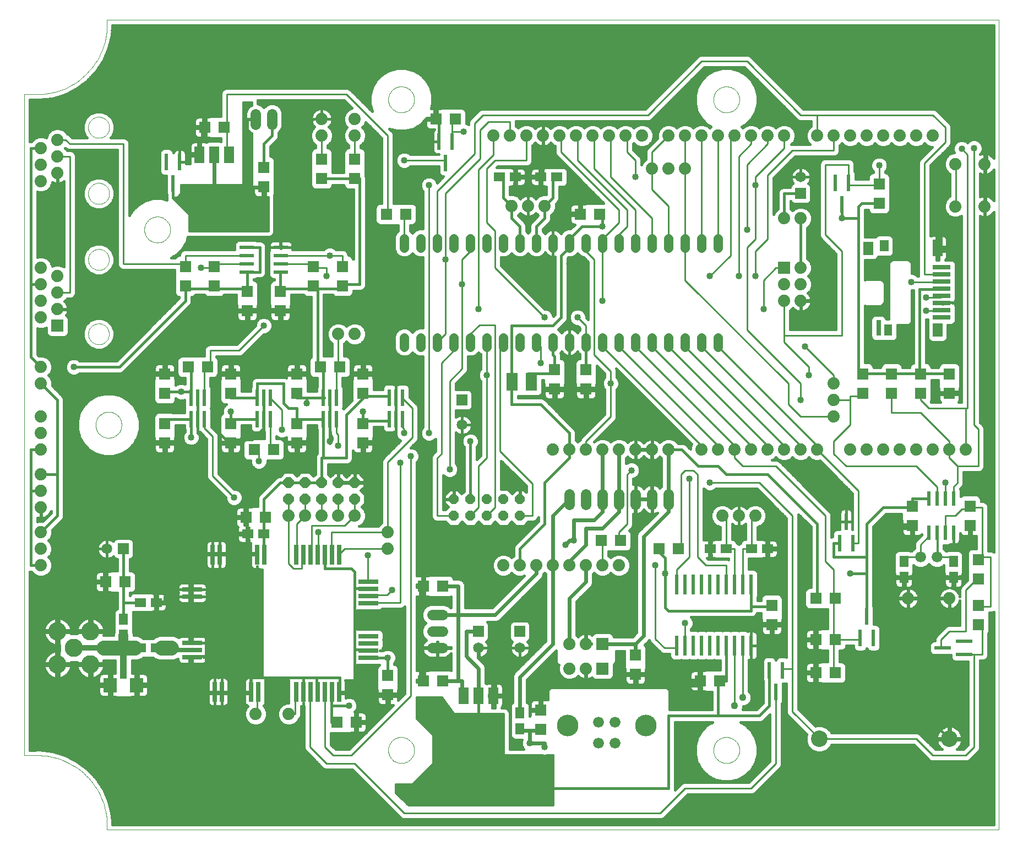
<source format=gtl>
G75*
G70*
%OFA0B0*%
%FSLAX24Y24*%
%IPPOS*%
%LPD*%
%AMOC8*
5,1,8,0,0,1.08239X$1,22.5*
%
%ADD10C,0.0560*%
%ADD11C,0.0740*%
%ADD12R,0.0709X0.0551*%
%ADD13C,0.0660*%
%ADD14C,0.1306*%
%ADD15R,0.0220X0.1020*%
%ADD16R,0.0240X0.0870*%
%ADD17R,0.0710X0.0709*%
%ADD18R,0.0709X0.0710*%
%ADD19R,0.0650X0.0650*%
%ADD20C,0.0650*%
%ADD21C,0.1000*%
%ADD22OC8,0.0600*%
%ADD23C,0.0634*%
%ADD24R,0.1020X0.0220*%
%ADD25R,0.0709X0.1100*%
%ADD26R,0.1083X0.0276*%
%ADD27R,0.0591X0.0984*%
%ADD28R,0.0591X0.0827*%
%ADD29R,0.0512X0.0709*%
%ADD30R,0.0315X0.0965*%
%ADD31R,0.0551X0.0709*%
%ADD32R,0.0610X0.0787*%
%ADD33R,0.0240X0.1200*%
%ADD34R,0.0740X0.0740*%
%ADD35C,0.0640*%
%ADD36R,0.0260X0.1200*%
%ADD37R,0.1200X0.0260*%
%ADD38C,0.1100*%
%ADD39OC8,0.0640*%
%ADD40R,0.0400X0.1200*%
%ADD41R,0.0840X0.0880*%
%ADD42C,0.0000*%
%ADD43R,0.0870X0.0240*%
%ADD44R,0.0600X0.1000*%
%ADD45R,0.1450X0.1000*%
%ADD46C,0.0100*%
%ADD47C,0.0400*%
%ADD48C,0.0150*%
%ADD49C,0.0160*%
%ADD50C,0.0240*%
%ADD51C,0.0600*%
%ADD52C,0.0436*%
%ADD53C,0.0600*%
%ADD54C,0.0320*%
%ADD55C,0.0910*%
%ADD56C,0.0300*%
%ADD57C,0.0400*%
%ADD58C,0.0260*%
D10*
X026175Y032395D02*
X026175Y032955D01*
X027175Y032955D02*
X027175Y032395D01*
X028175Y032395D02*
X028175Y032955D01*
X029175Y032955D02*
X029175Y032395D01*
X030175Y032395D02*
X030175Y032955D01*
X031175Y032955D02*
X031175Y032395D01*
X032175Y032395D02*
X032175Y032955D01*
X033175Y032955D02*
X033175Y032395D01*
X034175Y032395D02*
X034175Y032955D01*
X035175Y032955D02*
X035175Y032395D01*
X036175Y032395D02*
X036175Y032955D01*
X037175Y032955D02*
X037175Y032395D01*
X038175Y032395D02*
X038175Y032955D01*
X039175Y032955D02*
X039175Y032395D01*
X040175Y032395D02*
X040175Y032955D01*
X041175Y032955D02*
X041175Y032395D01*
X042175Y032395D02*
X042175Y032955D01*
X043175Y032955D02*
X043175Y032395D01*
X044175Y032395D02*
X044175Y032955D01*
X045175Y032955D02*
X045175Y032395D01*
X045175Y038395D02*
X045175Y038955D01*
X044175Y038955D02*
X044175Y038395D01*
X043175Y038395D02*
X043175Y038955D01*
X042175Y038955D02*
X042175Y038395D01*
X041175Y038395D02*
X041175Y038955D01*
X040175Y038955D02*
X040175Y038395D01*
X039175Y038395D02*
X039175Y038955D01*
X038175Y038955D02*
X038175Y038395D01*
X037175Y038395D02*
X037175Y038955D01*
X036175Y038955D02*
X036175Y038395D01*
X035175Y038395D02*
X035175Y038955D01*
X034175Y038955D02*
X034175Y038395D01*
X033175Y038395D02*
X033175Y038955D01*
X032175Y038955D02*
X032175Y038395D01*
X031175Y038395D02*
X031175Y038955D01*
X030175Y038955D02*
X030175Y038395D01*
X029175Y038395D02*
X029175Y038955D01*
X028175Y038955D02*
X028175Y038395D01*
X027175Y038395D02*
X027175Y038955D01*
X026175Y038955D02*
X026175Y038395D01*
D11*
X032675Y040925D03*
X033675Y040925D03*
X034675Y040925D03*
X034575Y045175D03*
X033575Y045175D03*
X032575Y045175D03*
X031575Y045175D03*
X035575Y045175D03*
X036575Y045175D03*
X037575Y045175D03*
X038575Y045175D03*
X039575Y045175D03*
X040575Y045175D03*
X042175Y045175D03*
X043175Y045175D03*
X044175Y045175D03*
X045175Y045175D03*
X046175Y045175D03*
X047175Y045175D03*
X048175Y045175D03*
X049175Y045175D03*
X051175Y045175D03*
X052175Y045175D03*
X053175Y045175D03*
X054175Y045175D03*
X055175Y045175D03*
X056175Y045175D03*
X057175Y045175D03*
X058175Y045175D03*
X059535Y043455D03*
X061315Y043455D03*
X061315Y040895D03*
X059535Y040895D03*
X050175Y040175D03*
X049175Y040175D03*
X050175Y037175D03*
X050175Y036175D03*
X049175Y036175D03*
X049175Y035175D03*
X050175Y035175D03*
X052175Y030175D03*
X052175Y029175D03*
X052175Y028175D03*
X051175Y026175D03*
X050175Y026175D03*
X049175Y026175D03*
X048175Y026175D03*
X047175Y026175D03*
X046175Y026175D03*
X045175Y026175D03*
X044175Y026175D03*
X042175Y026175D03*
X041175Y026175D03*
X040175Y026175D03*
X039175Y026175D03*
X038175Y026175D03*
X037175Y026175D03*
X036175Y026175D03*
X035175Y026175D03*
X045425Y022175D03*
X046425Y022175D03*
X047425Y022175D03*
X053175Y026175D03*
X054175Y026175D03*
X055175Y026175D03*
X056175Y026175D03*
X057175Y026175D03*
X058175Y026175D03*
X059175Y026175D03*
X060175Y026175D03*
X059175Y017175D03*
X056675Y017175D03*
X039175Y019175D03*
X038175Y019175D03*
X037175Y019175D03*
X036175Y019175D03*
X035175Y019175D03*
X034175Y019175D03*
X033175Y019175D03*
X032175Y019175D03*
X036175Y014425D03*
X037175Y014425D03*
X037175Y012925D03*
X036175Y012925D03*
X025175Y020175D03*
X025175Y021175D03*
X023175Y022175D03*
X022175Y022175D03*
X021175Y022175D03*
X020175Y022175D03*
X019175Y022175D03*
X004175Y022675D03*
X004175Y023675D03*
X004175Y024675D03*
X004175Y026175D03*
X004175Y027175D03*
X004175Y028175D03*
X004175Y030175D03*
X004175Y031175D03*
X004175Y034175D03*
X005175Y034675D03*
X004175Y035175D03*
X005175Y035675D03*
X004175Y036175D03*
X005175Y036675D03*
X004175Y037175D03*
X004175Y042425D03*
X005175Y042925D03*
X004175Y043425D03*
X005175Y043925D03*
X004175Y044425D03*
X005175Y044925D03*
X021175Y045175D03*
X021175Y046175D03*
X023175Y046175D03*
X023175Y045175D03*
X041175Y043175D03*
X042175Y043175D03*
X043175Y043175D03*
X023175Y033175D03*
X022175Y033175D03*
X004175Y021175D03*
X004175Y020175D03*
X004175Y019175D03*
X017175Y010175D03*
X019175Y010175D03*
D12*
X011157Y014175D03*
X010193Y014175D03*
X010193Y016925D03*
X011157Y016925D03*
X016693Y021075D03*
X017657Y021075D03*
X044693Y020175D03*
X045657Y020175D03*
X047193Y020175D03*
X048157Y020175D03*
X035407Y042675D03*
X034443Y042675D03*
X032907Y042675D03*
X031943Y042675D03*
D13*
X057425Y019675D03*
X058425Y019675D03*
X038917Y009675D03*
X037933Y009675D03*
X037933Y008415D03*
X038917Y008415D03*
D14*
X040795Y009478D03*
X036055Y009478D03*
D15*
X048275Y012825D03*
X049075Y012825D03*
X048675Y011525D03*
X053775Y014775D03*
X054575Y014775D03*
X054175Y016075D03*
X053325Y020525D03*
X052525Y020525D03*
X052925Y021825D03*
X026075Y028025D03*
X025675Y028025D03*
X025275Y028025D03*
X025275Y029325D03*
X025675Y029325D03*
X026075Y029325D03*
X022075Y029325D03*
X021675Y029325D03*
X021275Y029325D03*
X021275Y028025D03*
X021675Y028025D03*
X022075Y028025D03*
X018075Y028025D03*
X017675Y028025D03*
X017275Y028025D03*
X017275Y029325D03*
X017675Y029325D03*
X018075Y029325D03*
X014075Y029325D03*
X013675Y029325D03*
X013275Y029325D03*
X013275Y028025D03*
X013675Y028025D03*
X014075Y028025D03*
X012175Y042275D03*
X011775Y043575D03*
X012575Y043575D03*
X028275Y044825D03*
X029075Y044825D03*
X028675Y043525D03*
X052275Y042325D03*
X053075Y042325D03*
X052675Y041025D03*
D16*
X057925Y023205D03*
X058425Y023205D03*
X058925Y023205D03*
X059425Y023205D03*
X059425Y021145D03*
X058925Y021145D03*
X058425Y021145D03*
X057925Y021145D03*
D17*
X056925Y021585D03*
X056925Y022765D03*
X060425Y022765D03*
X060425Y021585D03*
X060925Y019515D03*
X060925Y018335D03*
X060925Y016765D03*
X060925Y015585D03*
X048425Y015585D03*
X048425Y016765D03*
X040175Y013765D03*
X040175Y012585D03*
X034425Y010415D03*
X034425Y009235D03*
X025175Y011335D03*
X025175Y012515D03*
X023675Y026585D03*
X023675Y027765D03*
X023675Y029585D03*
X023675Y030765D03*
X019675Y030765D03*
X019675Y029585D03*
X019675Y027765D03*
X019675Y026585D03*
X015675Y026585D03*
X015675Y027765D03*
X015675Y029585D03*
X015675Y030765D03*
X011675Y030765D03*
X011675Y029585D03*
X011675Y027765D03*
X011675Y026585D03*
X016675Y034585D03*
X016675Y035765D03*
X018675Y035765D03*
X018675Y034585D03*
X020675Y036085D03*
X020675Y037265D03*
X022425Y037265D03*
X022425Y036085D03*
X014675Y036085D03*
X014675Y037265D03*
X012925Y037265D03*
X012925Y036085D03*
X017675Y042085D03*
X017675Y043265D03*
X021175Y043765D03*
X023175Y043765D03*
X023175Y042585D03*
X021175Y042585D03*
X035275Y031015D03*
X037175Y031015D03*
X037175Y029835D03*
X035275Y029835D03*
X053925Y029585D03*
X055675Y029585D03*
X055675Y030765D03*
X053925Y030765D03*
X057425Y030765D03*
X057425Y029585D03*
X059175Y029585D03*
X059175Y030765D03*
X054925Y041085D03*
X054925Y042265D03*
D18*
X038015Y040425D03*
X036835Y040425D03*
X029265Y046175D03*
X028085Y046175D03*
X026265Y040425D03*
X025085Y040425D03*
X015265Y045675D03*
X014085Y045675D03*
X014265Y031175D03*
X013085Y031175D03*
X017085Y026175D03*
X018265Y026175D03*
X017765Y022075D03*
X016585Y022075D03*
X009265Y018175D03*
X008085Y018175D03*
X022085Y009675D03*
X023265Y009675D03*
X027335Y012175D03*
X028515Y012175D03*
X028515Y017925D03*
X027335Y017925D03*
X038085Y020675D03*
X039265Y020675D03*
X041585Y020175D03*
X042765Y020175D03*
X051085Y017175D03*
X052265Y017175D03*
X052265Y014675D03*
X051085Y014675D03*
X051085Y012675D03*
X052265Y012675D03*
X045265Y012175D03*
X044085Y012175D03*
X022265Y031175D03*
X021085Y031175D03*
D19*
X029675Y029175D03*
X009175Y020175D03*
X030675Y015175D03*
X033175Y015175D03*
X050175Y041675D03*
D20*
X050175Y042675D03*
X029675Y027675D03*
X008175Y020175D03*
X030675Y014175D03*
X033175Y014175D03*
D21*
X051301Y008675D03*
X059175Y008675D03*
D22*
X033175Y022175D03*
X033175Y023175D03*
X032175Y023175D03*
X032175Y022175D03*
X031175Y022175D03*
X031175Y023175D03*
X030175Y023175D03*
X030175Y022175D03*
X029175Y022175D03*
X029175Y023175D03*
D23*
X036175Y022858D02*
X036175Y023492D01*
X037175Y023492D02*
X037175Y022858D01*
X038175Y022858D02*
X038175Y023492D01*
X039175Y023492D02*
X039175Y022858D01*
X040175Y022858D02*
X040175Y023492D01*
X041175Y023492D02*
X041175Y022858D01*
X042175Y022858D02*
X042175Y023492D01*
X018175Y045858D02*
X018175Y046492D01*
X017175Y046492D02*
X017175Y045858D01*
D24*
X060075Y014575D03*
X058775Y014175D03*
X060075Y013775D03*
D25*
X033865Y030275D03*
X032685Y030275D03*
D26*
X058716Y034175D03*
X058716Y034608D03*
X058716Y035041D03*
X058716Y035474D03*
X058716Y035907D03*
X058716Y036340D03*
X058716Y036773D03*
X058716Y037206D03*
D27*
X058470Y038368D03*
D28*
X058470Y033427D03*
D29*
X055478Y033407D03*
D30*
X054888Y033535D03*
D31*
X055222Y038506D03*
X056425Y019407D03*
X056425Y018443D03*
X059425Y018443D03*
X059425Y019407D03*
X033175Y010257D03*
X033175Y009293D03*
X009175Y014943D03*
X009175Y015907D03*
D32*
X054268Y038348D03*
D33*
X047175Y018025D03*
X046675Y018025D03*
X046175Y018025D03*
X045675Y018025D03*
X045175Y018025D03*
X044675Y018025D03*
X044175Y018025D03*
X043675Y018025D03*
X043175Y018025D03*
X042675Y018025D03*
X042675Y014325D03*
X043175Y014325D03*
X043675Y014325D03*
X044175Y014325D03*
X044675Y014325D03*
X045175Y014325D03*
X045675Y014325D03*
X046175Y014325D03*
X046675Y014325D03*
X047175Y014325D03*
D34*
X038175Y014425D03*
X038175Y012925D03*
X005175Y033675D03*
X049175Y037175D03*
D35*
X028495Y016175D02*
X027855Y016175D01*
X027855Y015175D02*
X028495Y015175D01*
X028495Y014175D02*
X027855Y014175D01*
D36*
X022218Y011527D03*
X021785Y011527D03*
X021352Y011527D03*
X020919Y011527D03*
X020486Y011527D03*
X020053Y011527D03*
X019620Y011527D03*
X017336Y011527D03*
X016903Y011527D03*
X015132Y011527D03*
X014699Y011527D03*
X014581Y019823D03*
X015014Y019823D03*
X017258Y019823D03*
X017691Y019823D03*
X019620Y019823D03*
X020053Y019823D03*
X020486Y019823D03*
X020919Y019823D03*
X021352Y019823D03*
X021785Y019823D03*
X022218Y019823D03*
D37*
X024004Y018195D03*
X024004Y017762D03*
X024004Y017329D03*
X024004Y016895D03*
X024004Y014888D03*
X024004Y014455D03*
X024004Y014021D03*
X024004Y013588D03*
X013346Y013628D03*
X013346Y014061D03*
X013346Y014494D03*
X013346Y017289D03*
X013346Y017722D03*
D38*
X007175Y015175D03*
X006175Y014175D03*
X005175Y013175D03*
X007175Y013175D03*
X005175Y015175D03*
D39*
X019175Y023175D03*
X019175Y024175D03*
X020175Y024175D03*
X021175Y024175D03*
X022175Y024175D03*
X023175Y024175D03*
X023175Y023175D03*
X022175Y023175D03*
X021175Y023175D03*
X020175Y023175D03*
D40*
X009175Y012925D03*
D41*
X008375Y011925D03*
X009975Y011925D03*
D42*
X003675Y007675D02*
X003884Y007682D01*
X004093Y007679D01*
X004301Y007665D01*
X004509Y007642D01*
X004715Y007608D01*
X004919Y007564D01*
X005121Y007510D01*
X005320Y007447D01*
X005516Y007374D01*
X005708Y007291D01*
X005895Y007199D01*
X006078Y007097D01*
X006256Y006987D01*
X006428Y006869D01*
X006594Y006742D01*
X006753Y006607D01*
X006906Y006464D01*
X007051Y006314D01*
X007189Y006157D01*
X007320Y005994D01*
X007442Y005824D01*
X007555Y005649D01*
X007660Y005468D01*
X007756Y005282D01*
X007842Y005092D01*
X007919Y004898D01*
X007987Y004700D01*
X008044Y004499D01*
X008092Y004296D01*
X008130Y004090D01*
X008157Y003883D01*
X008175Y003675D01*
X008175Y003175D01*
X062175Y003175D01*
X062175Y052175D01*
X008175Y052175D01*
X008175Y051675D01*
X008158Y051473D01*
X008132Y051272D01*
X008096Y051073D01*
X008051Y050875D01*
X007996Y050680D01*
X007932Y050488D01*
X007859Y050299D01*
X007777Y050113D01*
X007687Y049932D01*
X007588Y049756D01*
X007480Y049584D01*
X007365Y049417D01*
X007242Y049256D01*
X007111Y049102D01*
X006973Y048953D01*
X006828Y048811D01*
X006677Y048677D01*
X006519Y048550D01*
X006355Y048430D01*
X006186Y048318D01*
X006012Y048215D01*
X005833Y048120D01*
X005650Y048033D01*
X005463Y047956D01*
X005272Y047887D01*
X005079Y047827D01*
X004882Y047777D01*
X004684Y047736D01*
X004484Y047705D01*
X004282Y047683D01*
X004080Y047671D01*
X003878Y047668D01*
X003675Y047675D01*
X003175Y047675D01*
X003175Y007675D01*
X003675Y007675D01*
X025203Y007990D02*
X025205Y008046D01*
X025211Y008101D01*
X025221Y008155D01*
X025234Y008209D01*
X025252Y008262D01*
X025273Y008313D01*
X025297Y008363D01*
X025325Y008411D01*
X025357Y008457D01*
X025391Y008501D01*
X025429Y008542D01*
X025469Y008580D01*
X025512Y008615D01*
X025557Y008647D01*
X025605Y008676D01*
X025654Y008702D01*
X025705Y008724D01*
X025757Y008742D01*
X025811Y008756D01*
X025866Y008767D01*
X025921Y008774D01*
X025976Y008777D01*
X026032Y008776D01*
X026087Y008771D01*
X026142Y008762D01*
X026196Y008750D01*
X026249Y008733D01*
X026301Y008713D01*
X026351Y008689D01*
X026399Y008662D01*
X026446Y008632D01*
X026490Y008598D01*
X026532Y008561D01*
X026570Y008521D01*
X026607Y008479D01*
X026640Y008434D01*
X026669Y008388D01*
X026696Y008339D01*
X026718Y008288D01*
X026738Y008236D01*
X026753Y008182D01*
X026765Y008128D01*
X026773Y008073D01*
X026777Y008018D01*
X026777Y007962D01*
X026773Y007907D01*
X026765Y007852D01*
X026753Y007798D01*
X026738Y007744D01*
X026718Y007692D01*
X026696Y007641D01*
X026669Y007592D01*
X026640Y007546D01*
X026607Y007501D01*
X026570Y007459D01*
X026532Y007419D01*
X026490Y007382D01*
X026446Y007348D01*
X026399Y007318D01*
X026351Y007291D01*
X026301Y007267D01*
X026249Y007247D01*
X026196Y007230D01*
X026142Y007218D01*
X026087Y007209D01*
X026032Y007204D01*
X025976Y007203D01*
X025921Y007206D01*
X025866Y007213D01*
X025811Y007224D01*
X025757Y007238D01*
X025705Y007256D01*
X025654Y007278D01*
X025605Y007304D01*
X025557Y007333D01*
X025512Y007365D01*
X025469Y007400D01*
X025429Y007438D01*
X025391Y007479D01*
X025357Y007523D01*
X025325Y007569D01*
X025297Y007617D01*
X025273Y007667D01*
X025252Y007718D01*
X025234Y007771D01*
X025221Y007825D01*
X025211Y007879D01*
X025205Y007934D01*
X025203Y007990D01*
X044888Y007990D02*
X044890Y008046D01*
X044896Y008101D01*
X044906Y008155D01*
X044919Y008209D01*
X044937Y008262D01*
X044958Y008313D01*
X044982Y008363D01*
X045010Y008411D01*
X045042Y008457D01*
X045076Y008501D01*
X045114Y008542D01*
X045154Y008580D01*
X045197Y008615D01*
X045242Y008647D01*
X045290Y008676D01*
X045339Y008702D01*
X045390Y008724D01*
X045442Y008742D01*
X045496Y008756D01*
X045551Y008767D01*
X045606Y008774D01*
X045661Y008777D01*
X045717Y008776D01*
X045772Y008771D01*
X045827Y008762D01*
X045881Y008750D01*
X045934Y008733D01*
X045986Y008713D01*
X046036Y008689D01*
X046084Y008662D01*
X046131Y008632D01*
X046175Y008598D01*
X046217Y008561D01*
X046255Y008521D01*
X046292Y008479D01*
X046325Y008434D01*
X046354Y008388D01*
X046381Y008339D01*
X046403Y008288D01*
X046423Y008236D01*
X046438Y008182D01*
X046450Y008128D01*
X046458Y008073D01*
X046462Y008018D01*
X046462Y007962D01*
X046458Y007907D01*
X046450Y007852D01*
X046438Y007798D01*
X046423Y007744D01*
X046403Y007692D01*
X046381Y007641D01*
X046354Y007592D01*
X046325Y007546D01*
X046292Y007501D01*
X046255Y007459D01*
X046217Y007419D01*
X046175Y007382D01*
X046131Y007348D01*
X046084Y007318D01*
X046036Y007291D01*
X045986Y007267D01*
X045934Y007247D01*
X045881Y007230D01*
X045827Y007218D01*
X045772Y007209D01*
X045717Y007204D01*
X045661Y007203D01*
X045606Y007206D01*
X045551Y007213D01*
X045496Y007224D01*
X045442Y007238D01*
X045390Y007256D01*
X045339Y007278D01*
X045290Y007304D01*
X045242Y007333D01*
X045197Y007365D01*
X045154Y007400D01*
X045114Y007438D01*
X045076Y007479D01*
X045042Y007523D01*
X045010Y007569D01*
X044982Y007617D01*
X044958Y007667D01*
X044937Y007718D01*
X044919Y007771D01*
X044906Y007825D01*
X044896Y007879D01*
X044890Y007934D01*
X044888Y007990D01*
X007486Y027675D02*
X007488Y027731D01*
X007494Y027786D01*
X007504Y027840D01*
X007517Y027894D01*
X007535Y027947D01*
X007556Y027998D01*
X007580Y028048D01*
X007608Y028096D01*
X007640Y028142D01*
X007674Y028186D01*
X007712Y028227D01*
X007752Y028265D01*
X007795Y028300D01*
X007840Y028332D01*
X007888Y028361D01*
X007937Y028387D01*
X007988Y028409D01*
X008040Y028427D01*
X008094Y028441D01*
X008149Y028452D01*
X008204Y028459D01*
X008259Y028462D01*
X008315Y028461D01*
X008370Y028456D01*
X008425Y028447D01*
X008479Y028435D01*
X008532Y028418D01*
X008584Y028398D01*
X008634Y028374D01*
X008682Y028347D01*
X008729Y028317D01*
X008773Y028283D01*
X008815Y028246D01*
X008853Y028206D01*
X008890Y028164D01*
X008923Y028119D01*
X008952Y028073D01*
X008979Y028024D01*
X009001Y027973D01*
X009021Y027921D01*
X009036Y027867D01*
X009048Y027813D01*
X009056Y027758D01*
X009060Y027703D01*
X009060Y027647D01*
X009056Y027592D01*
X009048Y027537D01*
X009036Y027483D01*
X009021Y027429D01*
X009001Y027377D01*
X008979Y027326D01*
X008952Y027277D01*
X008923Y027231D01*
X008890Y027186D01*
X008853Y027144D01*
X008815Y027104D01*
X008773Y027067D01*
X008729Y027033D01*
X008682Y027003D01*
X008634Y026976D01*
X008584Y026952D01*
X008532Y026932D01*
X008479Y026915D01*
X008425Y026903D01*
X008370Y026894D01*
X008315Y026889D01*
X008259Y026888D01*
X008204Y026891D01*
X008149Y026898D01*
X008094Y026909D01*
X008040Y026923D01*
X007988Y026941D01*
X007937Y026963D01*
X007888Y026989D01*
X007840Y027018D01*
X007795Y027050D01*
X007752Y027085D01*
X007712Y027123D01*
X007674Y027164D01*
X007640Y027208D01*
X007608Y027254D01*
X007580Y027302D01*
X007556Y027352D01*
X007535Y027403D01*
X007517Y027456D01*
X007504Y027510D01*
X007494Y027564D01*
X007488Y027619D01*
X007486Y027675D01*
X007045Y033175D02*
X007047Y033225D01*
X007053Y033275D01*
X007063Y033324D01*
X007077Y033372D01*
X007094Y033419D01*
X007115Y033464D01*
X007140Y033508D01*
X007168Y033549D01*
X007200Y033588D01*
X007234Y033625D01*
X007271Y033659D01*
X007311Y033689D01*
X007353Y033716D01*
X007397Y033740D01*
X007443Y033761D01*
X007490Y033777D01*
X007538Y033790D01*
X007588Y033799D01*
X007637Y033804D01*
X007688Y033805D01*
X007738Y033802D01*
X007787Y033795D01*
X007836Y033784D01*
X007884Y033769D01*
X007930Y033751D01*
X007975Y033729D01*
X008018Y033703D01*
X008059Y033674D01*
X008098Y033642D01*
X008134Y033607D01*
X008166Y033569D01*
X008196Y033529D01*
X008223Y033486D01*
X008246Y033442D01*
X008265Y033396D01*
X008281Y033348D01*
X008293Y033299D01*
X008301Y033250D01*
X008305Y033200D01*
X008305Y033150D01*
X008301Y033100D01*
X008293Y033051D01*
X008281Y033002D01*
X008265Y032954D01*
X008246Y032908D01*
X008223Y032864D01*
X008196Y032821D01*
X008166Y032781D01*
X008134Y032743D01*
X008098Y032708D01*
X008059Y032676D01*
X008018Y032647D01*
X007975Y032621D01*
X007930Y032599D01*
X007884Y032581D01*
X007836Y032566D01*
X007787Y032555D01*
X007738Y032548D01*
X007688Y032545D01*
X007637Y032546D01*
X007588Y032551D01*
X007538Y032560D01*
X007490Y032573D01*
X007443Y032589D01*
X007397Y032610D01*
X007353Y032634D01*
X007311Y032661D01*
X007271Y032691D01*
X007234Y032725D01*
X007200Y032762D01*
X007168Y032801D01*
X007140Y032842D01*
X007115Y032886D01*
X007094Y032931D01*
X007077Y032978D01*
X007063Y033026D01*
X007053Y033075D01*
X007047Y033125D01*
X007045Y033175D01*
X007045Y037675D02*
X007047Y037725D01*
X007053Y037775D01*
X007063Y037824D01*
X007077Y037872D01*
X007094Y037919D01*
X007115Y037964D01*
X007140Y038008D01*
X007168Y038049D01*
X007200Y038088D01*
X007234Y038125D01*
X007271Y038159D01*
X007311Y038189D01*
X007353Y038216D01*
X007397Y038240D01*
X007443Y038261D01*
X007490Y038277D01*
X007538Y038290D01*
X007588Y038299D01*
X007637Y038304D01*
X007688Y038305D01*
X007738Y038302D01*
X007787Y038295D01*
X007836Y038284D01*
X007884Y038269D01*
X007930Y038251D01*
X007975Y038229D01*
X008018Y038203D01*
X008059Y038174D01*
X008098Y038142D01*
X008134Y038107D01*
X008166Y038069D01*
X008196Y038029D01*
X008223Y037986D01*
X008246Y037942D01*
X008265Y037896D01*
X008281Y037848D01*
X008293Y037799D01*
X008301Y037750D01*
X008305Y037700D01*
X008305Y037650D01*
X008301Y037600D01*
X008293Y037551D01*
X008281Y037502D01*
X008265Y037454D01*
X008246Y037408D01*
X008223Y037364D01*
X008196Y037321D01*
X008166Y037281D01*
X008134Y037243D01*
X008098Y037208D01*
X008059Y037176D01*
X008018Y037147D01*
X007975Y037121D01*
X007930Y037099D01*
X007884Y037081D01*
X007836Y037066D01*
X007787Y037055D01*
X007738Y037048D01*
X007688Y037045D01*
X007637Y037046D01*
X007588Y037051D01*
X007538Y037060D01*
X007490Y037073D01*
X007443Y037089D01*
X007397Y037110D01*
X007353Y037134D01*
X007311Y037161D01*
X007271Y037191D01*
X007234Y037225D01*
X007200Y037262D01*
X007168Y037301D01*
X007140Y037342D01*
X007115Y037386D01*
X007094Y037431D01*
X007077Y037478D01*
X007063Y037526D01*
X007053Y037575D01*
X007047Y037625D01*
X007045Y037675D01*
X010439Y039486D02*
X010441Y039542D01*
X010447Y039597D01*
X010457Y039651D01*
X010470Y039705D01*
X010488Y039758D01*
X010509Y039809D01*
X010533Y039859D01*
X010561Y039907D01*
X010593Y039953D01*
X010627Y039997D01*
X010665Y040038D01*
X010705Y040076D01*
X010748Y040111D01*
X010793Y040143D01*
X010841Y040172D01*
X010890Y040198D01*
X010941Y040220D01*
X010993Y040238D01*
X011047Y040252D01*
X011102Y040263D01*
X011157Y040270D01*
X011212Y040273D01*
X011268Y040272D01*
X011323Y040267D01*
X011378Y040258D01*
X011432Y040246D01*
X011485Y040229D01*
X011537Y040209D01*
X011587Y040185D01*
X011635Y040158D01*
X011682Y040128D01*
X011726Y040094D01*
X011768Y040057D01*
X011806Y040017D01*
X011843Y039975D01*
X011876Y039930D01*
X011905Y039884D01*
X011932Y039835D01*
X011954Y039784D01*
X011974Y039732D01*
X011989Y039678D01*
X012001Y039624D01*
X012009Y039569D01*
X012013Y039514D01*
X012013Y039458D01*
X012009Y039403D01*
X012001Y039348D01*
X011989Y039294D01*
X011974Y039240D01*
X011954Y039188D01*
X011932Y039137D01*
X011905Y039088D01*
X011876Y039042D01*
X011843Y038997D01*
X011806Y038955D01*
X011768Y038915D01*
X011726Y038878D01*
X011682Y038844D01*
X011635Y038814D01*
X011587Y038787D01*
X011537Y038763D01*
X011485Y038743D01*
X011432Y038726D01*
X011378Y038714D01*
X011323Y038705D01*
X011268Y038700D01*
X011212Y038699D01*
X011157Y038702D01*
X011102Y038709D01*
X011047Y038720D01*
X010993Y038734D01*
X010941Y038752D01*
X010890Y038774D01*
X010841Y038800D01*
X010793Y038829D01*
X010748Y038861D01*
X010705Y038896D01*
X010665Y038934D01*
X010627Y038975D01*
X010593Y039019D01*
X010561Y039065D01*
X010533Y039113D01*
X010509Y039163D01*
X010488Y039214D01*
X010470Y039267D01*
X010457Y039321D01*
X010447Y039375D01*
X010441Y039430D01*
X010439Y039486D01*
X007035Y041675D02*
X007037Y041725D01*
X007043Y041775D01*
X007053Y041824D01*
X007066Y041873D01*
X007084Y041920D01*
X007105Y041966D01*
X007129Y042009D01*
X007157Y042051D01*
X007188Y042091D01*
X007222Y042128D01*
X007259Y042162D01*
X007299Y042193D01*
X007341Y042221D01*
X007384Y042245D01*
X007430Y042266D01*
X007477Y042284D01*
X007526Y042297D01*
X007575Y042307D01*
X007625Y042313D01*
X007675Y042315D01*
X007725Y042313D01*
X007775Y042307D01*
X007824Y042297D01*
X007873Y042284D01*
X007920Y042266D01*
X007966Y042245D01*
X008009Y042221D01*
X008051Y042193D01*
X008091Y042162D01*
X008128Y042128D01*
X008162Y042091D01*
X008193Y042051D01*
X008221Y042009D01*
X008245Y041966D01*
X008266Y041920D01*
X008284Y041873D01*
X008297Y041824D01*
X008307Y041775D01*
X008313Y041725D01*
X008315Y041675D01*
X008313Y041625D01*
X008307Y041575D01*
X008297Y041526D01*
X008284Y041477D01*
X008266Y041430D01*
X008245Y041384D01*
X008221Y041341D01*
X008193Y041299D01*
X008162Y041259D01*
X008128Y041222D01*
X008091Y041188D01*
X008051Y041157D01*
X008009Y041129D01*
X007966Y041105D01*
X007920Y041084D01*
X007873Y041066D01*
X007824Y041053D01*
X007775Y041043D01*
X007725Y041037D01*
X007675Y041035D01*
X007625Y041037D01*
X007575Y041043D01*
X007526Y041053D01*
X007477Y041066D01*
X007430Y041084D01*
X007384Y041105D01*
X007341Y041129D01*
X007299Y041157D01*
X007259Y041188D01*
X007222Y041222D01*
X007188Y041259D01*
X007157Y041299D01*
X007129Y041341D01*
X007105Y041384D01*
X007084Y041430D01*
X007066Y041477D01*
X007053Y041526D01*
X007043Y041575D01*
X007037Y041625D01*
X007035Y041675D01*
X007035Y045675D02*
X007037Y045725D01*
X007043Y045775D01*
X007053Y045824D01*
X007066Y045873D01*
X007084Y045920D01*
X007105Y045966D01*
X007129Y046009D01*
X007157Y046051D01*
X007188Y046091D01*
X007222Y046128D01*
X007259Y046162D01*
X007299Y046193D01*
X007341Y046221D01*
X007384Y046245D01*
X007430Y046266D01*
X007477Y046284D01*
X007526Y046297D01*
X007575Y046307D01*
X007625Y046313D01*
X007675Y046315D01*
X007725Y046313D01*
X007775Y046307D01*
X007824Y046297D01*
X007873Y046284D01*
X007920Y046266D01*
X007966Y046245D01*
X008009Y046221D01*
X008051Y046193D01*
X008091Y046162D01*
X008128Y046128D01*
X008162Y046091D01*
X008193Y046051D01*
X008221Y046009D01*
X008245Y045966D01*
X008266Y045920D01*
X008284Y045873D01*
X008297Y045824D01*
X008307Y045775D01*
X008313Y045725D01*
X008315Y045675D01*
X008313Y045625D01*
X008307Y045575D01*
X008297Y045526D01*
X008284Y045477D01*
X008266Y045430D01*
X008245Y045384D01*
X008221Y045341D01*
X008193Y045299D01*
X008162Y045259D01*
X008128Y045222D01*
X008091Y045188D01*
X008051Y045157D01*
X008009Y045129D01*
X007966Y045105D01*
X007920Y045084D01*
X007873Y045066D01*
X007824Y045053D01*
X007775Y045043D01*
X007725Y045037D01*
X007675Y045035D01*
X007625Y045037D01*
X007575Y045043D01*
X007526Y045053D01*
X007477Y045066D01*
X007430Y045084D01*
X007384Y045105D01*
X007341Y045129D01*
X007299Y045157D01*
X007259Y045188D01*
X007222Y045222D01*
X007188Y045259D01*
X007157Y045299D01*
X007129Y045341D01*
X007105Y045384D01*
X007084Y045430D01*
X007066Y045477D01*
X007053Y045526D01*
X007043Y045575D01*
X007037Y045625D01*
X007035Y045675D01*
X025203Y047360D02*
X025205Y047416D01*
X025211Y047471D01*
X025221Y047525D01*
X025234Y047579D01*
X025252Y047632D01*
X025273Y047683D01*
X025297Y047733D01*
X025325Y047781D01*
X025357Y047827D01*
X025391Y047871D01*
X025429Y047912D01*
X025469Y047950D01*
X025512Y047985D01*
X025557Y048017D01*
X025605Y048046D01*
X025654Y048072D01*
X025705Y048094D01*
X025757Y048112D01*
X025811Y048126D01*
X025866Y048137D01*
X025921Y048144D01*
X025976Y048147D01*
X026032Y048146D01*
X026087Y048141D01*
X026142Y048132D01*
X026196Y048120D01*
X026249Y048103D01*
X026301Y048083D01*
X026351Y048059D01*
X026399Y048032D01*
X026446Y048002D01*
X026490Y047968D01*
X026532Y047931D01*
X026570Y047891D01*
X026607Y047849D01*
X026640Y047804D01*
X026669Y047758D01*
X026696Y047709D01*
X026718Y047658D01*
X026738Y047606D01*
X026753Y047552D01*
X026765Y047498D01*
X026773Y047443D01*
X026777Y047388D01*
X026777Y047332D01*
X026773Y047277D01*
X026765Y047222D01*
X026753Y047168D01*
X026738Y047114D01*
X026718Y047062D01*
X026696Y047011D01*
X026669Y046962D01*
X026640Y046916D01*
X026607Y046871D01*
X026570Y046829D01*
X026532Y046789D01*
X026490Y046752D01*
X026446Y046718D01*
X026399Y046688D01*
X026351Y046661D01*
X026301Y046637D01*
X026249Y046617D01*
X026196Y046600D01*
X026142Y046588D01*
X026087Y046579D01*
X026032Y046574D01*
X025976Y046573D01*
X025921Y046576D01*
X025866Y046583D01*
X025811Y046594D01*
X025757Y046608D01*
X025705Y046626D01*
X025654Y046648D01*
X025605Y046674D01*
X025557Y046703D01*
X025512Y046735D01*
X025469Y046770D01*
X025429Y046808D01*
X025391Y046849D01*
X025357Y046893D01*
X025325Y046939D01*
X025297Y046987D01*
X025273Y047037D01*
X025252Y047088D01*
X025234Y047141D01*
X025221Y047195D01*
X025211Y047249D01*
X025205Y047304D01*
X025203Y047360D01*
X044888Y047360D02*
X044890Y047416D01*
X044896Y047471D01*
X044906Y047525D01*
X044919Y047579D01*
X044937Y047632D01*
X044958Y047683D01*
X044982Y047733D01*
X045010Y047781D01*
X045042Y047827D01*
X045076Y047871D01*
X045114Y047912D01*
X045154Y047950D01*
X045197Y047985D01*
X045242Y048017D01*
X045290Y048046D01*
X045339Y048072D01*
X045390Y048094D01*
X045442Y048112D01*
X045496Y048126D01*
X045551Y048137D01*
X045606Y048144D01*
X045661Y048147D01*
X045717Y048146D01*
X045772Y048141D01*
X045827Y048132D01*
X045881Y048120D01*
X045934Y048103D01*
X045986Y048083D01*
X046036Y048059D01*
X046084Y048032D01*
X046131Y048002D01*
X046175Y047968D01*
X046217Y047931D01*
X046255Y047891D01*
X046292Y047849D01*
X046325Y047804D01*
X046354Y047758D01*
X046381Y047709D01*
X046403Y047658D01*
X046423Y047606D01*
X046438Y047552D01*
X046450Y047498D01*
X046458Y047443D01*
X046462Y047388D01*
X046462Y047332D01*
X046458Y047277D01*
X046450Y047222D01*
X046438Y047168D01*
X046423Y047114D01*
X046403Y047062D01*
X046381Y047011D01*
X046354Y046962D01*
X046325Y046916D01*
X046292Y046871D01*
X046255Y046829D01*
X046217Y046789D01*
X046175Y046752D01*
X046131Y046718D01*
X046084Y046688D01*
X046036Y046661D01*
X045986Y046637D01*
X045934Y046617D01*
X045881Y046600D01*
X045827Y046588D01*
X045772Y046579D01*
X045717Y046574D01*
X045661Y046573D01*
X045606Y046576D01*
X045551Y046583D01*
X045496Y046594D01*
X045442Y046608D01*
X045390Y046626D01*
X045339Y046648D01*
X045290Y046674D01*
X045242Y046703D01*
X045197Y046735D01*
X045154Y046770D01*
X045114Y046808D01*
X045076Y046849D01*
X045042Y046893D01*
X045010Y046939D01*
X044982Y046987D01*
X044958Y047037D01*
X044937Y047088D01*
X044919Y047141D01*
X044906Y047195D01*
X044896Y047249D01*
X044890Y047304D01*
X044888Y047360D01*
D43*
X018705Y038425D03*
X018705Y037925D03*
X018705Y037425D03*
X018705Y036925D03*
X016645Y036925D03*
X016645Y037425D03*
X016645Y037925D03*
X016645Y038425D03*
D44*
X015581Y044025D03*
X014675Y044025D03*
X013769Y044025D03*
X029769Y011275D03*
X030675Y011275D03*
X031581Y011275D03*
D45*
X030675Y008575D03*
X014675Y041325D03*
D46*
X015581Y044025D02*
X015425Y044175D01*
X015425Y045675D01*
X015265Y045675D01*
X015425Y045675D02*
X015425Y047675D01*
X022675Y047675D01*
X025175Y045175D01*
X025175Y040425D01*
X025085Y040425D01*
X026175Y040375D02*
X026265Y040425D01*
X026175Y040375D02*
X026175Y038675D01*
X028175Y038675D02*
X028175Y041825D01*
X030425Y044075D01*
X030425Y045925D01*
X030925Y046425D01*
X040925Y046425D01*
X044175Y049675D01*
X046925Y049675D01*
X050175Y046425D01*
X051175Y046425D01*
X051175Y045175D01*
X052175Y045175D02*
X052175Y044275D01*
X049675Y044275D01*
X048175Y042775D01*
X048175Y038925D01*
X047425Y038175D01*
X047425Y036675D01*
X047925Y036425D02*
X048675Y037175D01*
X049175Y037175D01*
X047925Y036425D02*
X047925Y034675D01*
X049175Y035175D02*
X049175Y033075D01*
X052675Y033075D01*
X052675Y038175D01*
X051675Y039175D01*
X051675Y043425D01*
X053075Y043425D01*
X053075Y042325D01*
X053075Y042175D01*
X054925Y042175D01*
X054925Y042265D01*
X054925Y043375D01*
X057675Y043525D02*
X058925Y044775D01*
X058925Y045675D01*
X058175Y046425D01*
X051175Y046425D01*
X049175Y045175D02*
X049175Y044425D01*
X047425Y042675D01*
X047425Y042175D01*
X047425Y038925D01*
X046925Y038425D01*
X046925Y033425D01*
X050175Y030175D01*
X050175Y029175D01*
X049425Y028925D02*
X050175Y028175D01*
X052175Y028175D01*
X053175Y027675D02*
X053175Y029175D01*
X053175Y029425D01*
X053925Y029425D01*
X053925Y029585D01*
X053175Y029175D02*
X052175Y029175D01*
X052175Y030175D02*
X052175Y030675D01*
X050425Y032425D01*
X050675Y031175D02*
X050675Y030675D01*
X050675Y031175D02*
X049175Y032675D01*
X049175Y033075D01*
X045175Y032675D02*
X045175Y032425D01*
X051175Y026425D01*
X051175Y026175D01*
X053675Y023675D01*
X053675Y020525D01*
X053325Y020525D01*
X052175Y018925D02*
X051675Y019425D01*
X051675Y022175D01*
X048675Y025175D01*
X046675Y025175D01*
X046175Y025675D01*
X046175Y026175D01*
X046175Y026425D01*
X040175Y032425D01*
X040175Y032675D01*
X039175Y032675D02*
X039175Y032425D01*
X045175Y026425D01*
X045175Y026175D01*
X044175Y026175D02*
X044175Y026425D01*
X038175Y032425D01*
X038175Y032675D01*
X037175Y032675D02*
X037175Y033675D01*
X036675Y034175D01*
X038175Y035175D02*
X038175Y038675D01*
X038175Y038925D01*
X039175Y039925D01*
X039175Y040675D01*
X035675Y044175D01*
X035675Y045075D01*
X035575Y045175D01*
X036575Y045175D02*
X036675Y045075D01*
X036675Y043675D01*
X039675Y040675D01*
X039675Y039675D01*
X039175Y039175D01*
X039175Y038675D01*
X040175Y038675D02*
X040175Y040675D01*
X037675Y043175D01*
X037675Y045075D01*
X037575Y045175D01*
X038575Y045175D02*
X038675Y045075D01*
X038675Y042675D01*
X041175Y040175D01*
X041175Y038675D01*
X042175Y038675D02*
X042175Y040925D01*
X041175Y041925D01*
X041175Y043175D01*
X041175Y044175D01*
X042175Y045175D01*
X043175Y045175D02*
X043175Y043175D01*
X043175Y038675D01*
X043175Y036425D01*
X049425Y030175D01*
X049425Y028925D01*
X052175Y026675D02*
X053175Y027675D01*
X052175Y026675D02*
X052175Y025925D01*
X052925Y025175D01*
X057175Y025175D01*
X058425Y023925D01*
X058425Y023375D01*
X058375Y023275D01*
X058425Y023205D01*
X058925Y023205D02*
X058975Y023275D01*
X058925Y023175D01*
X058925Y024175D01*
X059425Y023925D02*
X059425Y023205D01*
X059925Y022575D02*
X060425Y022575D01*
X060425Y022675D02*
X060425Y022765D01*
X060175Y022675D01*
X060425Y022675D01*
X061175Y022675D01*
X061175Y019675D01*
X061675Y019675D01*
X061675Y016675D01*
X061175Y016675D01*
X060925Y016765D01*
X060175Y017675D02*
X060675Y018175D01*
X060725Y018125D01*
X060875Y018275D01*
X060925Y018335D01*
X060725Y018125D02*
X060675Y018075D01*
X060175Y017675D02*
X060175Y015175D01*
X059175Y015175D01*
X058675Y014675D01*
X058675Y014175D01*
X058775Y014175D01*
X060075Y013775D02*
X060675Y013775D01*
X061175Y013775D01*
X061175Y015585D01*
X060925Y015585D01*
X060675Y013775D02*
X060675Y008175D01*
X060175Y007675D01*
X058175Y007675D01*
X057175Y008675D01*
X051325Y008675D01*
X051301Y008675D01*
X051325Y008675D02*
X049675Y010325D01*
X049675Y012925D01*
X049675Y022175D01*
X047675Y024175D01*
X044675Y024175D01*
X043925Y024675D02*
X043925Y019675D01*
X044425Y019175D01*
X045675Y019175D01*
X045675Y018025D01*
X046175Y018025D02*
X046175Y020175D01*
X045657Y020175D01*
X045657Y021943D01*
X045425Y022175D01*
X047193Y021943D02*
X047425Y022175D01*
X047193Y021943D02*
X047193Y020175D01*
X046675Y020175D01*
X046675Y018025D01*
X043425Y019675D02*
X043425Y024425D01*
X043675Y024925D02*
X043175Y024925D01*
X042925Y024675D01*
X042925Y020175D01*
X042765Y020175D01*
X043425Y019675D02*
X042675Y018925D01*
X042675Y018025D01*
X041375Y019175D02*
X041375Y014725D01*
X041925Y014175D01*
X042675Y014175D01*
X042675Y014325D01*
X043175Y014325D02*
X043175Y015675D01*
X046175Y014325D02*
X046175Y010675D01*
X046675Y011175D02*
X046675Y014325D01*
X049075Y012925D02*
X049075Y012825D01*
X049075Y012925D02*
X049675Y012925D01*
X048675Y011525D02*
X048675Y007175D01*
X047175Y005675D01*
X043175Y005675D01*
X041675Y004175D01*
X026175Y004175D01*
X023175Y007175D01*
X021475Y007175D01*
X020475Y008175D01*
X020475Y011475D01*
X020486Y011527D01*
X019620Y011527D02*
X019575Y011475D01*
X019575Y010175D01*
X019175Y010175D01*
X017275Y010175D02*
X017275Y011475D01*
X017336Y011527D01*
X017275Y010175D02*
X017175Y010175D01*
X021352Y011527D02*
X021375Y011475D01*
X021375Y008175D01*
X021875Y007675D01*
X022975Y007675D01*
X026575Y011275D01*
X026575Y025775D01*
X025925Y025375D02*
X025925Y016925D01*
X024175Y016925D01*
X024004Y016895D01*
X024075Y016875D01*
X024175Y016925D01*
X024004Y017329D02*
X024075Y017375D01*
X025125Y017375D01*
X025425Y017675D01*
X024004Y018195D02*
X023975Y018275D01*
X023975Y019775D01*
X025175Y020175D02*
X022575Y020175D01*
X022275Y019875D01*
X022218Y019823D01*
X021785Y019823D02*
X021775Y019875D01*
X021775Y021175D01*
X025175Y021175D01*
X025175Y025425D01*
X026675Y026925D01*
X026675Y028675D01*
X026075Y029275D01*
X026075Y029325D01*
X026075Y028025D02*
X026075Y027525D01*
X026175Y027425D01*
X026175Y027175D01*
X027675Y027175D02*
X027675Y042175D01*
X028675Y041675D02*
X030775Y043775D01*
X030775Y045525D01*
X031275Y046025D01*
X032575Y046025D01*
X032575Y045175D01*
X031575Y045175D02*
X031575Y044025D01*
X030675Y043125D01*
X030675Y034675D01*
X030725Y033725D02*
X031675Y033725D01*
X031675Y022675D01*
X031175Y022175D01*
X030675Y022675D02*
X030175Y022175D01*
X030675Y022675D02*
X030675Y025175D01*
X031175Y025675D01*
X031175Y030675D01*
X031175Y032675D01*
X031975Y032475D02*
X031975Y026075D01*
X033925Y024125D01*
X033925Y022175D01*
X033175Y022175D01*
X029175Y022175D02*
X028175Y022175D01*
X028175Y025675D01*
X028425Y025925D01*
X028425Y031425D01*
X029175Y032175D01*
X029175Y032675D01*
X028675Y033175D02*
X028675Y037675D01*
X028675Y041675D01*
X028675Y043525D02*
X028675Y043675D01*
X026175Y043675D01*
X023175Y043765D02*
X023175Y045175D01*
X021175Y045175D02*
X021175Y043765D01*
X029075Y044825D02*
X029075Y045425D01*
X029075Y046175D01*
X029265Y046175D01*
X029075Y045425D02*
X029775Y045425D01*
X031675Y043675D02*
X031175Y043175D01*
X031175Y039925D01*
X031675Y039425D01*
X031675Y037175D01*
X034675Y034175D01*
X034175Y032675D02*
X034425Y032425D01*
X034425Y031425D01*
X032175Y032675D02*
X031975Y032475D01*
X030725Y033725D02*
X030175Y033175D01*
X030175Y032675D01*
X028675Y033175D02*
X028175Y032675D01*
X029675Y031075D02*
X028925Y030325D01*
X028925Y024975D01*
X023175Y023175D02*
X023175Y022175D01*
X022575Y021575D01*
X020575Y021575D01*
X020575Y019875D01*
X020486Y019823D01*
X020053Y019823D02*
X019975Y019775D01*
X019975Y018975D01*
X019475Y018975D01*
X019175Y019275D01*
X019175Y022175D01*
X019175Y023175D01*
X020175Y023175D02*
X020175Y022175D01*
X019675Y021675D01*
X019675Y019875D01*
X019620Y019823D01*
X020919Y019823D02*
X020975Y019875D01*
X020975Y021175D01*
X021175Y022175D02*
X021175Y023175D01*
X022175Y023175D02*
X022175Y022175D01*
X017375Y025475D02*
X017375Y025975D01*
X017175Y026175D01*
X017085Y026175D01*
X018075Y026275D02*
X018075Y028025D01*
X018775Y028575D02*
X018775Y027375D01*
X018775Y028575D02*
X018075Y029275D01*
X018075Y029325D01*
X014075Y029325D02*
X014075Y031075D01*
X014175Y031175D01*
X014265Y031175D02*
X014425Y031175D01*
X014425Y032175D01*
X016175Y032175D01*
X017675Y033675D01*
X022175Y033175D02*
X022175Y031175D01*
X022265Y031175D01*
X022175Y031175D02*
X022075Y031075D01*
X022075Y029325D01*
X022075Y028025D02*
X022075Y027175D01*
X022175Y027075D01*
X022175Y026425D01*
X018265Y026175D02*
X018175Y026175D01*
X018075Y026275D01*
X014575Y026975D02*
X014575Y024575D01*
X015875Y023275D01*
X014575Y026975D02*
X014075Y027475D01*
X014075Y028025D01*
X005925Y035675D02*
X005175Y035675D01*
X005925Y035675D02*
X005925Y043925D01*
X005175Y043925D01*
X005925Y044675D02*
X009175Y044675D01*
X009175Y037425D01*
X012925Y037425D01*
X012925Y037925D01*
X016645Y037925D01*
X016645Y037425D02*
X016575Y037375D01*
X016575Y037425D01*
X014675Y037425D01*
X014675Y037265D01*
X014675Y037175D01*
X013875Y037175D01*
X012925Y037265D02*
X012925Y037425D01*
X018705Y037425D02*
X018775Y037375D01*
X018775Y037425D01*
X020675Y037425D01*
X020675Y037265D01*
X020675Y037175D01*
X021475Y037175D01*
X021475Y036675D01*
X022175Y037275D02*
X022425Y037265D01*
X022425Y037275D02*
X022175Y037275D01*
X022425Y037275D02*
X022425Y037925D01*
X021675Y037925D01*
X018705Y037925D01*
X029675Y037675D02*
X029675Y036175D01*
X029675Y031075D01*
X037175Y026675D02*
X038675Y028175D01*
X038675Y030175D01*
X038675Y030925D01*
X037675Y031925D01*
X037675Y037675D01*
X037175Y038175D01*
X037175Y038675D01*
X030175Y038675D02*
X030175Y038175D01*
X029675Y037675D01*
X031943Y042675D02*
X032175Y042675D01*
X031675Y043675D02*
X033575Y043675D01*
X033575Y045175D01*
X035175Y042675D02*
X035407Y042675D01*
X039675Y044175D02*
X040175Y043675D01*
X040175Y042675D01*
X039675Y044175D02*
X039675Y045075D01*
X039575Y045175D01*
X044175Y045175D02*
X044175Y038675D01*
X045175Y038675D02*
X045175Y045175D01*
X045925Y044925D02*
X045925Y037925D01*
X044675Y036675D01*
X046425Y036675D02*
X046425Y043925D01*
X047175Y044675D01*
X047175Y045175D01*
X048175Y045175D02*
X048175Y044675D01*
X046925Y043425D01*
X046925Y039475D01*
X045925Y044925D02*
X046175Y045175D01*
X057675Y043525D02*
X057675Y036775D01*
X058675Y036775D01*
X058716Y036773D01*
X058716Y036340D02*
X058675Y036325D01*
X056875Y036325D01*
X057775Y035375D02*
X058675Y035375D01*
X058716Y035474D01*
X058716Y034608D02*
X058675Y034575D01*
X057775Y034575D01*
X057425Y029585D02*
X057425Y029175D01*
X057925Y028675D01*
X060175Y028675D01*
X060275Y028675D01*
X060275Y044025D01*
X059925Y044375D01*
X060675Y044425D02*
X060675Y027675D01*
X060925Y027425D01*
X060925Y025175D01*
X059675Y025175D01*
X059175Y025675D01*
X059175Y026175D01*
X059175Y026675D01*
X057425Y028425D01*
X055675Y028425D01*
X055675Y029585D01*
X055675Y029675D01*
X060175Y028675D02*
X060175Y026175D01*
X059675Y025175D02*
X059675Y024175D01*
X059425Y023925D01*
X059925Y022575D02*
X059525Y022175D01*
X058925Y022175D01*
X058925Y021145D01*
X058475Y021075D02*
X058425Y021145D01*
X058425Y021175D01*
X058425Y021145D02*
X058425Y019675D01*
X058475Y019675D01*
X058475Y021075D01*
X057925Y021145D02*
X057925Y020925D01*
X057875Y020875D01*
X057875Y021075D01*
X057925Y021145D01*
X057925Y021175D01*
X057875Y020875D02*
X057425Y020425D01*
X057425Y019675D01*
X056475Y019675D01*
X056475Y019475D01*
X056425Y019407D01*
X056425Y019425D02*
X056425Y019675D01*
X056475Y019675D01*
X058475Y019675D02*
X059375Y019675D01*
X059375Y019475D01*
X059425Y019407D01*
X059425Y019425D02*
X059425Y019675D01*
X059375Y019675D01*
X060925Y019675D02*
X061175Y019675D01*
X060925Y019515D01*
X060925Y019675D01*
X053775Y014775D02*
X053775Y014675D01*
X052265Y014675D01*
X052175Y014675D01*
X052175Y012675D01*
X052265Y012675D01*
X052175Y014675D02*
X052175Y017175D01*
X052265Y017175D01*
X052425Y017175D01*
X052175Y017175D02*
X052175Y018925D01*
X043925Y024675D02*
X043675Y024925D01*
X047175Y026175D02*
X047175Y026425D01*
X041175Y032425D01*
X041175Y032675D01*
X042175Y032675D02*
X042175Y032425D01*
X048175Y026425D01*
X048175Y026175D01*
X049175Y026175D02*
X049175Y026425D01*
X043175Y032425D01*
X043175Y032675D01*
X044175Y032675D02*
X044175Y032425D01*
X050175Y026425D01*
X050175Y026175D01*
X039925Y024925D02*
X039675Y024675D01*
X039675Y021675D01*
X039175Y021175D01*
X039175Y020425D01*
X039265Y020675D01*
X038175Y020425D02*
X038085Y020675D01*
X038175Y020425D02*
X038175Y019175D01*
X037175Y026175D02*
X037175Y026675D01*
X059535Y040895D02*
X059575Y040975D01*
X059575Y043375D01*
X059535Y043455D01*
X005925Y044675D02*
X005675Y044925D01*
X005175Y044925D01*
D47*
X004675Y046675D03*
X006675Y043675D03*
X012575Y044675D03*
X006675Y039675D03*
X013875Y037175D03*
X010175Y034675D03*
X006175Y031175D03*
X010675Y028675D03*
X012675Y029675D03*
X015675Y028475D03*
X013275Y026925D03*
X017375Y025475D03*
X018775Y027375D03*
X020625Y026675D03*
X021675Y026675D03*
X022175Y026425D03*
X023675Y028475D03*
X026175Y027175D03*
X027675Y027175D03*
X026575Y025775D03*
X025925Y025375D03*
X028925Y024975D03*
X030175Y026675D03*
X031175Y030675D03*
X034425Y031425D03*
X034675Y034175D03*
X036675Y034175D03*
X038175Y035175D03*
X036175Y037425D03*
X038175Y039675D03*
X040175Y042675D03*
X047425Y042175D03*
X046925Y039475D03*
X046425Y036675D03*
X047425Y036675D03*
X044675Y036675D03*
X047925Y034675D03*
X050425Y032425D03*
X051925Y033675D03*
X050675Y030675D03*
X050175Y029175D03*
X056425Y032925D03*
X058425Y031925D03*
X057775Y034575D03*
X057775Y035375D03*
X056875Y036325D03*
X052675Y040175D03*
X054925Y043375D03*
X059925Y044375D03*
X060675Y044425D03*
X061175Y051175D03*
X044175Y051175D03*
X043675Y048175D03*
X035675Y051175D03*
X029775Y045425D03*
X026175Y043675D03*
X024425Y043175D03*
X027675Y042175D03*
X028675Y037675D03*
X029675Y036175D03*
X030675Y034675D03*
X026175Y035675D03*
X021475Y036675D03*
X021675Y037925D03*
X018675Y039675D03*
X019675Y034175D03*
X017675Y033675D03*
X015675Y033175D03*
X017675Y031175D03*
X020275Y028975D03*
X015875Y023275D03*
X020975Y021175D03*
X023975Y019775D03*
X025425Y017675D03*
X025175Y013575D03*
X024175Y011175D03*
X022825Y010675D03*
X023175Y008675D03*
X017675Y008675D03*
X013175Y008675D03*
X010175Y010675D03*
X011175Y011925D03*
X011675Y012925D03*
X012925Y012925D03*
X014425Y012925D03*
X014425Y014000D03*
X014425Y015175D03*
X012925Y015175D03*
X011675Y015175D03*
X010175Y015175D03*
X010175Y017675D03*
X011925Y017675D03*
X011925Y019675D03*
X010175Y019675D03*
X008175Y017425D03*
X005175Y017675D03*
X006675Y022675D03*
X008675Y022675D03*
X016175Y020175D03*
X016925Y017175D03*
X016925Y015175D03*
X016925Y013925D03*
X016925Y012925D03*
X009175Y008675D03*
X008175Y010675D03*
X007175Y011925D03*
X004675Y008675D03*
X009175Y005175D03*
X024675Y004175D03*
X033775Y008425D03*
X034675Y008175D03*
X042675Y011925D03*
X043675Y008675D03*
X042675Y004175D03*
X052175Y004175D03*
X061175Y004175D03*
X054175Y009675D03*
X061425Y011425D03*
X057925Y015175D03*
X053175Y018675D03*
X050425Y019425D03*
X050425Y021425D03*
X052925Y022925D03*
X051925Y024425D03*
X055175Y021425D03*
X058925Y024175D03*
X047675Y015675D03*
X043175Y015675D03*
X041975Y018675D03*
X041375Y019175D03*
X040175Y021425D03*
X036425Y020675D03*
X035925Y020425D03*
X043425Y024425D03*
X044675Y024175D03*
X039925Y024925D03*
X037925Y028575D03*
X038675Y030175D03*
X025675Y051175D03*
X016675Y051175D03*
X009175Y051175D03*
D48*
X008466Y051257D02*
X008281Y050479D01*
X008281Y050479D01*
X007964Y049744D01*
X007964Y049744D01*
X007524Y049076D01*
X007524Y049076D01*
X007524Y049076D01*
X006974Y048495D01*
X006974Y048495D01*
X006332Y048017D01*
X005617Y047658D01*
X004851Y047429D01*
X004056Y047337D01*
X003666Y047360D01*
X003490Y047360D01*
X003490Y044812D01*
X003497Y044815D01*
X003596Y044815D01*
X003787Y045006D01*
X004039Y045110D01*
X004311Y045110D01*
X004490Y045036D01*
X004490Y045061D01*
X004594Y045313D01*
X004787Y045506D01*
X005039Y045610D01*
X005311Y045610D01*
X005563Y045506D01*
X005756Y045313D01*
X005769Y045281D01*
X005882Y045234D01*
X006076Y045040D01*
X006959Y045040D01*
X006865Y045134D01*
X006720Y045485D01*
X006720Y045865D01*
X006865Y046216D01*
X007134Y046485D01*
X007485Y046630D01*
X007865Y046630D01*
X008216Y046485D01*
X008485Y046216D01*
X008630Y045865D01*
X008630Y045485D01*
X008485Y045134D01*
X008391Y045040D01*
X009248Y045040D01*
X009382Y044984D01*
X009484Y044882D01*
X009540Y044748D01*
X009540Y040345D01*
X009714Y040646D01*
X010066Y040998D01*
X010497Y041247D01*
X010977Y041376D01*
X011475Y041376D01*
X011810Y041286D01*
X011785Y041347D01*
X011785Y041618D01*
X011750Y041702D01*
X011750Y042750D01*
X011602Y042750D01*
X011487Y042798D01*
X011398Y042887D01*
X011350Y043002D01*
X011350Y044148D01*
X011398Y044263D01*
X011487Y044352D01*
X011602Y044400D01*
X011948Y044400D01*
X012063Y044352D01*
X012152Y044263D01*
X012198Y044152D01*
X012201Y044165D01*
X012221Y044215D01*
X012251Y044260D01*
X012290Y044299D01*
X012335Y044329D01*
X012385Y044349D01*
X012438Y044360D01*
X012575Y044360D01*
X012575Y043575D01*
X012575Y044675D01*
X012575Y044360D02*
X012575Y043575D01*
X013075Y043575D01*
X013075Y044025D01*
X013675Y044025D01*
X013675Y043975D01*
X013769Y044025D01*
X013925Y044175D01*
X013775Y044175D01*
X013775Y044925D01*
X013925Y044925D01*
X013925Y045675D01*
X014075Y045675D01*
X014085Y045675D01*
X014075Y045675D02*
X014075Y048175D01*
X023675Y048175D01*
X024925Y049425D01*
X027425Y049425D01*
X028175Y048675D01*
X028175Y046175D01*
X028275Y046175D01*
X028275Y044825D01*
X028275Y044825D01*
X027890Y044825D01*
X027890Y045362D01*
X027901Y045415D01*
X027921Y045465D01*
X027951Y045510D01*
X027986Y045545D01*
X027703Y045545D01*
X027650Y045556D01*
X027600Y045576D01*
X027555Y045606D01*
X027517Y045645D01*
X027487Y045690D01*
X027466Y045740D01*
X027456Y045793D01*
X027456Y046100D01*
X028010Y046100D01*
X028010Y046250D01*
X028010Y046805D01*
X027798Y046805D01*
X027880Y047111D01*
X027880Y047609D01*
X027751Y048089D01*
X027502Y048520D01*
X027150Y048872D01*
X026719Y049121D01*
X026239Y049250D01*
X025741Y049250D01*
X025261Y049121D01*
X024830Y048872D01*
X024478Y048520D01*
X024229Y048089D01*
X024100Y047609D01*
X024100Y047111D01*
X024227Y046640D01*
X022984Y047882D01*
X022882Y047984D01*
X022748Y048040D01*
X015352Y048040D01*
X015218Y047984D01*
X015116Y047882D01*
X015060Y047748D01*
X015060Y046345D01*
X014848Y046345D01*
X014836Y046340D01*
X014452Y046340D01*
X014368Y046305D01*
X014160Y046305D01*
X014160Y045750D01*
X014010Y045750D01*
X014010Y046305D01*
X013703Y046305D01*
X013650Y046294D01*
X013600Y046274D01*
X013555Y046244D01*
X013517Y046205D01*
X013487Y046160D01*
X013466Y046110D01*
X013456Y046057D01*
X013456Y045750D01*
X014010Y045750D01*
X014010Y045600D01*
X014160Y045600D01*
X014160Y045045D01*
X014368Y045045D01*
X014452Y045010D01*
X014836Y045010D01*
X014848Y045005D01*
X015060Y045005D01*
X015060Y044831D01*
X015038Y044840D01*
X014312Y044840D01*
X014197Y044792D01*
X014181Y044777D01*
X014150Y044790D01*
X014097Y044800D01*
X013844Y044800D01*
X013844Y044100D01*
X013694Y044100D01*
X013694Y043950D01*
X013194Y043950D01*
X013194Y043498D01*
X013196Y043490D01*
X012960Y043490D01*
X012960Y043575D01*
X012960Y044112D01*
X013194Y044112D01*
X013194Y044100D02*
X013694Y044100D01*
X013694Y044800D01*
X013442Y044800D01*
X013389Y044790D01*
X013339Y044769D01*
X013294Y044739D01*
X013256Y044700D01*
X013226Y044655D01*
X013205Y044605D01*
X013194Y044552D01*
X013194Y044100D01*
X013194Y044261D02*
X012898Y044261D01*
X012899Y044260D02*
X012860Y044299D01*
X012815Y044329D01*
X012765Y044349D01*
X012712Y044360D01*
X012575Y044360D01*
X012575Y044261D02*
X012575Y044261D01*
X012575Y044112D02*
X012575Y044112D01*
X012575Y043964D02*
X012575Y043964D01*
X012575Y043815D02*
X012575Y043815D01*
X012575Y043667D02*
X012575Y043667D01*
X012575Y043575D02*
X012575Y043575D01*
X012960Y043575D01*
X012575Y043575D01*
X012575Y043575D01*
X012960Y043518D02*
X013194Y043518D01*
X013194Y043667D02*
X012960Y043667D01*
X012960Y043815D02*
X013194Y043815D01*
X012960Y043964D02*
X013694Y043964D01*
X013694Y044112D02*
X013844Y044112D01*
X013844Y044261D02*
X013694Y044261D01*
X013694Y044409D02*
X013844Y044409D01*
X013844Y044558D02*
X013694Y044558D01*
X013694Y044706D02*
X013844Y044706D01*
X013703Y045045D02*
X013650Y045056D01*
X013600Y045076D01*
X013555Y045106D01*
X013517Y045145D01*
X013487Y045190D01*
X013466Y045240D01*
X013456Y045293D01*
X013456Y045600D01*
X014010Y045600D01*
X014010Y045045D01*
X013703Y045045D01*
X013512Y045152D02*
X008492Y045152D01*
X008553Y045300D02*
X013456Y045300D01*
X013456Y045449D02*
X008615Y045449D01*
X008630Y045597D02*
X013456Y045597D01*
X013456Y045894D02*
X008618Y045894D01*
X008630Y045746D02*
X014010Y045746D01*
X014010Y045894D02*
X014160Y045894D01*
X014160Y046043D02*
X014010Y046043D01*
X014010Y046191D02*
X014160Y046191D01*
X014451Y046340D02*
X008361Y046340D01*
X008495Y046191D02*
X013507Y046191D01*
X013456Y046043D02*
X008556Y046043D01*
X008208Y046488D02*
X015060Y046488D01*
X015060Y046637D02*
X003490Y046637D01*
X003490Y046785D02*
X015060Y046785D01*
X015060Y046934D02*
X003490Y046934D01*
X003490Y047082D02*
X015060Y047082D01*
X015060Y047231D02*
X003490Y047231D01*
X004417Y047379D02*
X015060Y047379D01*
X015060Y047528D02*
X005179Y047528D01*
X005652Y047676D02*
X015060Y047676D01*
X015092Y047825D02*
X005948Y047825D01*
X006244Y047973D02*
X015207Y047973D01*
X016425Y047175D02*
X016925Y047175D01*
X016925Y047029D01*
X016865Y046998D01*
X016789Y046943D01*
X016724Y046877D01*
X016669Y046802D01*
X016627Y046719D01*
X016598Y046630D01*
X016583Y046538D01*
X016583Y046198D01*
X016925Y046198D01*
X016925Y046152D01*
X016583Y046152D01*
X016583Y045812D01*
X016598Y045720D01*
X016627Y045631D01*
X016669Y045548D01*
X016724Y045473D01*
X016789Y045407D01*
X016865Y045352D01*
X016925Y045321D01*
X016925Y042075D01*
X017600Y042075D01*
X017600Y042010D01*
X017045Y042010D01*
X017045Y041703D01*
X017056Y041650D01*
X017076Y041600D01*
X017106Y041555D01*
X017145Y041517D01*
X017190Y041487D01*
X017240Y041466D01*
X017293Y041456D01*
X017600Y041456D01*
X017600Y042010D01*
X017750Y042010D01*
X017750Y041456D01*
X017925Y041456D01*
X017925Y039425D01*
X013175Y039425D01*
X013175Y040425D01*
X012175Y041425D01*
X012425Y041425D01*
X012675Y041675D01*
X012675Y042175D01*
X016425Y042175D01*
X016425Y047175D01*
X016425Y047082D02*
X016925Y047082D01*
X016780Y046934D02*
X016425Y046934D01*
X016425Y046785D02*
X016660Y046785D01*
X016600Y046637D02*
X016425Y046637D01*
X016425Y046488D02*
X016583Y046488D01*
X016583Y046340D02*
X016425Y046340D01*
X016425Y046191D02*
X016925Y046191D01*
X016675Y046175D02*
X017175Y046175D01*
X016675Y046175D02*
X016675Y042075D01*
X017675Y042075D01*
X017675Y042085D01*
X017600Y042033D02*
X012675Y042033D01*
X012675Y041885D02*
X017045Y041885D01*
X017045Y041736D02*
X012675Y041736D01*
X012588Y041588D02*
X017085Y041588D01*
X016675Y041425D02*
X016675Y042075D01*
X016425Y042182D02*
X016925Y042182D01*
X016925Y042330D02*
X016425Y042330D01*
X016425Y042479D02*
X016925Y042479D01*
X016925Y042627D02*
X016425Y042627D01*
X016425Y042776D02*
X016925Y042776D01*
X016925Y042924D02*
X016425Y042924D01*
X016425Y043073D02*
X016925Y043073D01*
X016925Y043221D02*
X016425Y043221D01*
X016425Y043370D02*
X016925Y043370D01*
X016925Y043518D02*
X016425Y043518D01*
X016425Y043667D02*
X016925Y043667D01*
X016925Y043815D02*
X016425Y043815D01*
X016425Y043964D02*
X016925Y043964D01*
X016925Y044112D02*
X016425Y044112D01*
X016425Y044261D02*
X016925Y044261D01*
X016925Y044409D02*
X016425Y044409D01*
X016425Y044558D02*
X016925Y044558D01*
X016925Y044706D02*
X016425Y044706D01*
X016425Y044855D02*
X016925Y044855D01*
X016925Y045003D02*
X016425Y045003D01*
X016425Y045152D02*
X016925Y045152D01*
X016925Y045300D02*
X016425Y045300D01*
X016425Y045449D02*
X016748Y045449D01*
X016644Y045597D02*
X016425Y045597D01*
X016425Y045746D02*
X016594Y045746D01*
X016583Y045894D02*
X016425Y045894D01*
X016425Y046043D02*
X016583Y046043D01*
X017315Y047118D02*
X017533Y047028D01*
X017675Y046885D01*
X017817Y047028D01*
X018049Y047124D01*
X018301Y047124D01*
X018533Y047028D01*
X018711Y046850D01*
X018807Y046618D01*
X018807Y045732D01*
X018711Y045500D01*
X018565Y045355D01*
X018565Y045097D01*
X018506Y044954D01*
X018396Y044844D01*
X018065Y044513D01*
X018065Y043934D01*
X018093Y043934D01*
X018208Y043887D01*
X018297Y043798D01*
X018345Y043682D01*
X018345Y042848D01*
X018340Y042836D01*
X018340Y042514D01*
X018345Y042502D01*
X018345Y041668D01*
X018315Y041596D01*
X018315Y039347D01*
X018256Y039204D01*
X018146Y039094D01*
X018003Y039035D01*
X013097Y039035D01*
X013065Y039048D01*
X012987Y038757D01*
X012738Y038326D01*
X012387Y037974D01*
X012068Y037790D01*
X012300Y037790D01*
X012303Y037798D01*
X012392Y037887D01*
X012507Y037934D01*
X012560Y037934D01*
X012560Y037998D01*
X012616Y038132D01*
X012718Y038234D01*
X012852Y038290D01*
X015895Y038290D01*
X015895Y038608D01*
X015943Y038723D01*
X016032Y038812D01*
X016147Y038860D01*
X017143Y038860D01*
X017251Y038815D01*
X017503Y038815D01*
X017646Y038756D01*
X017756Y038646D01*
X017815Y038503D01*
X017815Y036847D01*
X017756Y036704D01*
X017646Y036594D01*
X017503Y036535D01*
X017251Y036535D01*
X017143Y036490D01*
X017065Y036490D01*
X017065Y036434D01*
X017093Y036434D01*
X017208Y036387D01*
X017297Y036298D01*
X017345Y036182D01*
X017345Y035348D01*
X017340Y035336D01*
X017340Y034952D01*
X017305Y034868D01*
X017305Y034660D01*
X016750Y034660D01*
X016750Y034700D01*
X016600Y034700D01*
X016600Y034660D01*
X016750Y034660D01*
X016750Y034510D01*
X017305Y034510D01*
X017305Y034203D01*
X017294Y034150D01*
X017274Y034100D01*
X017244Y034055D01*
X017205Y034017D01*
X017160Y033987D01*
X017110Y033966D01*
X017057Y033956D01*
X016750Y033956D01*
X016750Y034510D01*
X016600Y034510D01*
X016045Y034510D01*
X016045Y034203D01*
X016056Y034150D01*
X016076Y034100D01*
X016106Y034055D01*
X016145Y034017D01*
X016190Y033987D01*
X016240Y033966D01*
X016293Y033956D01*
X016600Y033956D01*
X016600Y034510D01*
X016600Y034660D01*
X016045Y034660D01*
X016045Y034868D01*
X016010Y034952D01*
X016010Y035336D01*
X016005Y035348D01*
X016005Y035535D01*
X015280Y035535D01*
X015208Y035463D01*
X015093Y035416D01*
X014257Y035416D01*
X014142Y035463D01*
X014070Y035535D01*
X013530Y035535D01*
X013458Y035463D01*
X013343Y035416D01*
X013315Y035416D01*
X013315Y035097D01*
X013256Y034954D01*
X013146Y034844D01*
X009146Y030844D01*
X009003Y030785D01*
X006513Y030785D01*
X006467Y030738D01*
X006277Y030660D01*
X006073Y030660D01*
X005883Y030738D01*
X005738Y030883D01*
X005660Y031073D01*
X005660Y031277D01*
X005738Y031467D01*
X005883Y031612D01*
X006073Y031690D01*
X006277Y031690D01*
X006467Y031612D01*
X006513Y031565D01*
X008763Y031565D01*
X012535Y035337D01*
X012535Y035416D01*
X012507Y035416D01*
X012392Y035463D01*
X012303Y035552D01*
X012255Y035668D01*
X012255Y036502D01*
X012260Y036514D01*
X012260Y036836D01*
X012255Y036848D01*
X012255Y037060D01*
X009102Y037060D01*
X008968Y037116D01*
X008866Y037218D01*
X008810Y037352D01*
X008810Y044310D01*
X005852Y044310D01*
X005718Y044366D01*
X005651Y044433D01*
X005644Y044425D01*
X005756Y044313D01*
X005765Y044290D01*
X005998Y044290D01*
X006132Y044234D01*
X006234Y044132D01*
X006290Y043998D01*
X006290Y035602D01*
X006234Y035468D01*
X006132Y035366D01*
X005998Y035310D01*
X005765Y035310D01*
X005756Y035287D01*
X005615Y035147D01*
X005661Y035101D01*
X005712Y035034D01*
X005755Y034961D01*
X005787Y034883D01*
X005809Y034801D01*
X005820Y034717D01*
X005820Y034698D01*
X005198Y034698D01*
X005198Y034652D01*
X005820Y034652D01*
X005820Y034633D01*
X005809Y034549D01*
X005787Y034467D01*
X005755Y034389D01*
X005713Y034316D01*
X005723Y034312D01*
X005812Y034223D01*
X005860Y034108D01*
X005860Y033242D01*
X005812Y033127D01*
X005723Y033038D01*
X005608Y032990D01*
X004742Y032990D01*
X004627Y033038D01*
X004538Y033127D01*
X004490Y033242D01*
X004490Y033564D01*
X004311Y033490D01*
X004039Y033490D01*
X003965Y033521D01*
X003965Y031937D01*
X004042Y031860D01*
X004311Y031860D01*
X004563Y031756D01*
X004756Y031563D01*
X004860Y031311D01*
X004860Y031039D01*
X004756Y030787D01*
X004644Y030675D01*
X004756Y030563D01*
X004860Y030311D01*
X004860Y030042D01*
X005396Y029506D01*
X005506Y029396D01*
X005565Y029253D01*
X005565Y022097D01*
X005506Y021954D01*
X005396Y021844D01*
X005396Y021844D01*
X004860Y021308D01*
X004860Y021039D01*
X004756Y020787D01*
X004644Y020675D01*
X004756Y020563D01*
X004860Y020311D01*
X004860Y020039D01*
X004756Y019787D01*
X004644Y019675D01*
X004756Y019563D01*
X004860Y019311D01*
X004860Y019039D01*
X004756Y018787D01*
X004563Y018594D01*
X004311Y018490D01*
X004039Y018490D01*
X003787Y018594D01*
X003596Y018785D01*
X003497Y018785D01*
X003490Y018788D01*
X003490Y007990D01*
X003666Y007990D01*
X004056Y008013D01*
X004056Y008013D01*
X004851Y007921D01*
X004851Y007921D01*
X005617Y007692D01*
X005617Y007692D01*
X006332Y007333D01*
X006332Y007333D01*
X006974Y006855D01*
X006974Y006855D01*
X007524Y006274D01*
X007524Y006274D01*
X007964Y005606D01*
X007964Y005606D01*
X008281Y004871D01*
X008281Y004871D01*
X008466Y004093D01*
X008466Y004093D01*
X008486Y003746D01*
X008490Y003738D01*
X008490Y003684D01*
X008493Y003631D01*
X008490Y003622D01*
X008490Y003490D01*
X061860Y003490D01*
X061860Y016357D01*
X061748Y016310D01*
X061590Y016310D01*
X061590Y016014D01*
X061595Y016002D01*
X061595Y015168D01*
X061547Y015052D01*
X061540Y015045D01*
X061540Y013702D01*
X061484Y013568D01*
X061382Y013466D01*
X061248Y013410D01*
X061040Y013410D01*
X061040Y008102D01*
X060984Y007968D01*
X060484Y007468D01*
X060382Y007366D01*
X060248Y007310D01*
X058102Y007310D01*
X057968Y007366D01*
X057866Y007468D01*
X057024Y008310D01*
X052032Y008310D01*
X051992Y008213D01*
X051763Y007984D01*
X051463Y007860D01*
X051139Y007860D01*
X050839Y007984D01*
X050610Y008213D01*
X050486Y008513D01*
X050486Y008837D01*
X050533Y008951D01*
X049366Y010118D01*
X049310Y010252D01*
X049310Y012026D01*
X049248Y012000D01*
X049100Y012000D01*
X049100Y010952D01*
X049052Y010837D01*
X049040Y010825D01*
X049040Y007102D01*
X048984Y006968D01*
X047484Y005468D01*
X047382Y005366D01*
X047248Y005310D01*
X043326Y005310D01*
X041882Y003866D01*
X041748Y003810D01*
X026102Y003810D01*
X025968Y003866D01*
X025866Y003968D01*
X023024Y006810D01*
X021402Y006810D01*
X021268Y006866D01*
X020166Y007968D01*
X020110Y008102D01*
X020110Y010652D01*
X020053Y010652D01*
X020053Y010836D01*
X020053Y010836D01*
X020053Y010836D01*
X020053Y010652D01*
X019940Y010652D01*
X019940Y010102D01*
X019884Y009968D01*
X019793Y009877D01*
X019756Y009787D01*
X019563Y009594D01*
X019311Y009490D01*
X019039Y009490D01*
X018787Y009594D01*
X018594Y009787D01*
X018490Y010039D01*
X018490Y010311D01*
X018594Y010563D01*
X018787Y010756D01*
X019039Y010860D01*
X019177Y010860D01*
X019175Y010865D01*
X019175Y012190D01*
X019183Y012210D01*
X017825Y012210D01*
X017762Y012236D01*
X017781Y012190D01*
X017781Y010865D01*
X017733Y010749D01*
X017652Y010667D01*
X017756Y010563D01*
X017860Y010311D01*
X017860Y010039D01*
X017756Y009787D01*
X017563Y009594D01*
X017311Y009490D01*
X017039Y009490D01*
X016787Y009594D01*
X016594Y009787D01*
X016490Y010039D01*
X016490Y010311D01*
X016594Y010563D01*
X016694Y010663D01*
X016693Y010663D01*
X016643Y010684D01*
X016598Y010714D01*
X016560Y010752D01*
X016530Y010797D01*
X016509Y010847D01*
X016498Y010900D01*
X016498Y011527D01*
X016891Y011527D01*
X016891Y011527D01*
X016498Y011527D01*
X016498Y012154D01*
X016509Y012208D01*
X016530Y012258D01*
X016560Y012303D01*
X016598Y012341D01*
X016643Y012371D01*
X016693Y012392D01*
X016746Y012402D01*
X016903Y012402D01*
X016903Y012219D01*
X016903Y012219D01*
X016903Y012402D01*
X017047Y012402D01*
X017144Y012442D01*
X017529Y012442D01*
X017592Y012416D01*
X017573Y012463D01*
X017573Y018887D01*
X017581Y018908D01*
X017498Y018908D01*
X017402Y018948D01*
X017258Y018948D01*
X017258Y019131D01*
X017258Y019131D01*
X017258Y018948D01*
X017101Y018948D01*
X017047Y018958D01*
X016997Y018979D01*
X016952Y019009D01*
X016914Y019047D01*
X016884Y019092D01*
X016863Y019142D01*
X016853Y019196D01*
X016853Y019823D01*
X017246Y019823D01*
X017246Y019823D01*
X016853Y019823D01*
X016853Y020450D01*
X016863Y020503D01*
X016872Y020524D01*
X016756Y020524D01*
X016756Y020704D01*
X016742Y020737D01*
X016742Y021012D01*
X016630Y021012D01*
X016630Y020524D01*
X016311Y020524D01*
X016258Y020535D01*
X016208Y020556D01*
X016163Y020586D01*
X016125Y020624D01*
X016095Y020669D01*
X016074Y020719D01*
X016063Y020772D01*
X016063Y021012D01*
X016630Y021012D01*
X016630Y021138D01*
X016630Y021626D01*
X016510Y021626D01*
X016510Y022000D01*
X016660Y022000D01*
X016660Y021445D01*
X016755Y021445D01*
X016742Y021413D01*
X016742Y021138D01*
X016630Y021138D01*
X016063Y021138D01*
X016063Y021378D01*
X016074Y021431D01*
X016094Y021480D01*
X016055Y021506D01*
X016017Y021545D01*
X015987Y021590D01*
X015966Y021640D01*
X015956Y021693D01*
X015956Y022000D01*
X016510Y022000D01*
X016510Y022150D01*
X016510Y022705D01*
X016203Y022705D01*
X016150Y022694D01*
X016100Y022674D01*
X016055Y022644D01*
X016017Y022605D01*
X015987Y022560D01*
X015966Y022510D01*
X015956Y022457D01*
X015956Y022150D01*
X016510Y022150D01*
X016660Y022150D01*
X016660Y022705D01*
X016868Y022705D01*
X016952Y022740D01*
X017285Y022740D01*
X017285Y023253D01*
X017344Y023396D01*
X017454Y023506D01*
X017454Y023506D01*
X018344Y024396D01*
X018344Y024396D01*
X018454Y024506D01*
X018597Y024565D01*
X018667Y024565D01*
X018912Y024810D01*
X019438Y024810D01*
X019675Y024573D01*
X019912Y024810D01*
X020438Y024810D01*
X020675Y024573D01*
X020785Y024683D01*
X020785Y025753D01*
X020844Y025896D01*
X020885Y025937D01*
X020885Y027368D01*
X020850Y027452D01*
X020850Y027635D01*
X020345Y027635D01*
X020345Y027348D01*
X020340Y027336D01*
X020340Y026952D01*
X020305Y026868D01*
X020305Y026660D01*
X019750Y026660D01*
X019750Y026700D01*
X019600Y026700D01*
X019600Y026660D01*
X019750Y026660D01*
X019750Y026510D01*
X020305Y026510D01*
X020305Y026203D01*
X020294Y026150D01*
X020274Y026100D01*
X020244Y026055D01*
X020205Y026017D01*
X020160Y025987D01*
X020110Y025966D01*
X020057Y025956D01*
X019750Y025956D01*
X019750Y026510D01*
X019600Y026510D01*
X019045Y026510D01*
X019045Y026203D01*
X019056Y026150D01*
X019076Y026100D01*
X019106Y026055D01*
X019145Y026017D01*
X019190Y025987D01*
X019240Y025966D01*
X019293Y025956D01*
X019600Y025956D01*
X019600Y026510D01*
X019600Y026660D01*
X019045Y026660D01*
X019045Y026868D01*
X019023Y026920D01*
X018877Y026860D01*
X018673Y026860D01*
X018483Y026938D01*
X018440Y026982D01*
X018440Y026845D01*
X018682Y026845D01*
X018798Y026797D01*
X018887Y026708D01*
X018934Y026593D01*
X018934Y025757D01*
X018887Y025642D01*
X018798Y025553D01*
X018682Y025505D01*
X017890Y025505D01*
X017890Y025373D01*
X017812Y025183D01*
X017667Y025038D01*
X017477Y024960D01*
X017273Y024960D01*
X017083Y025038D01*
X016938Y025183D01*
X016860Y025373D01*
X016860Y025505D01*
X016668Y025505D01*
X016552Y025553D01*
X016463Y025642D01*
X016416Y025757D01*
X016416Y026593D01*
X016463Y026708D01*
X016552Y026797D01*
X016668Y026845D01*
X017502Y026845D01*
X017514Y026840D01*
X017710Y026840D01*
X017710Y027240D01*
X017675Y027240D01*
X017675Y027392D01*
X017675Y027392D01*
X017675Y027392D01*
X017675Y027240D01*
X017544Y027240D01*
X017448Y027200D01*
X017102Y027200D01*
X016987Y027248D01*
X016898Y027337D01*
X016850Y027452D01*
X016850Y027635D01*
X016345Y027635D01*
X016345Y027348D01*
X016340Y027336D01*
X016340Y026952D01*
X016305Y026868D01*
X016305Y026660D01*
X015750Y026660D01*
X015750Y026510D01*
X016305Y026510D01*
X016305Y026203D01*
X016294Y026150D01*
X016274Y026100D01*
X016244Y026055D01*
X016205Y026017D01*
X016160Y025987D01*
X016110Y025966D01*
X016057Y025956D01*
X015750Y025956D01*
X015750Y026510D01*
X015600Y026510D01*
X015045Y026510D01*
X015045Y026203D01*
X015056Y026150D01*
X015076Y026100D01*
X015106Y026055D01*
X015145Y026017D01*
X015190Y025987D01*
X015240Y025966D01*
X015293Y025956D01*
X015600Y025956D01*
X015600Y026510D01*
X015600Y026660D01*
X015045Y026660D01*
X015045Y026868D01*
X015010Y026952D01*
X015010Y027336D01*
X015005Y027348D01*
X015005Y028182D01*
X015053Y028298D01*
X015142Y028387D01*
X015160Y028394D01*
X015160Y028577D01*
X015238Y028767D01*
X015383Y028912D01*
X015393Y028916D01*
X015257Y028916D01*
X015142Y028963D01*
X015053Y029052D01*
X015005Y029168D01*
X015005Y030002D01*
X015010Y030014D01*
X015010Y030398D01*
X015045Y030482D01*
X015045Y030690D01*
X015600Y030690D01*
X015600Y030650D01*
X015750Y030650D01*
X015750Y030690D01*
X015600Y030690D01*
X015600Y030840D01*
X015045Y030840D01*
X015045Y031147D01*
X015056Y031200D01*
X015076Y031250D01*
X015106Y031295D01*
X015145Y031333D01*
X015190Y031363D01*
X015240Y031384D01*
X015293Y031394D01*
X015600Y031394D01*
X015600Y030840D01*
X015750Y030840D01*
X016305Y030840D01*
X016305Y031147D01*
X016294Y031200D01*
X016274Y031250D01*
X016244Y031295D01*
X016205Y031333D01*
X016160Y031363D01*
X016110Y031384D01*
X016057Y031394D01*
X015750Y031394D01*
X015750Y030840D01*
X015750Y030690D01*
X016305Y030690D01*
X016305Y030482D01*
X016340Y030398D01*
X016340Y030014D01*
X016345Y030002D01*
X016345Y029715D01*
X016850Y029715D01*
X016850Y029898D01*
X016885Y029982D01*
X016885Y030253D01*
X016944Y030396D01*
X017054Y030506D01*
X017197Y030565D01*
X018953Y030565D01*
X019045Y030527D01*
X019045Y030690D01*
X019600Y030690D01*
X019600Y030650D01*
X019750Y030650D01*
X019750Y030690D01*
X019600Y030690D01*
X019600Y030840D01*
X019045Y030840D01*
X019045Y031147D01*
X019056Y031200D01*
X019076Y031250D01*
X019106Y031295D01*
X019145Y031333D01*
X019190Y031363D01*
X019240Y031384D01*
X019293Y031394D01*
X019600Y031394D01*
X019600Y030840D01*
X019750Y030840D01*
X020305Y030840D01*
X020305Y031147D01*
X020294Y031200D01*
X020274Y031250D01*
X020244Y031295D01*
X020205Y031333D01*
X020160Y031363D01*
X020110Y031384D01*
X020057Y031394D01*
X019750Y031394D01*
X019750Y030840D01*
X019750Y030690D01*
X020305Y030690D01*
X020305Y030482D01*
X020340Y030398D01*
X020340Y030014D01*
X020345Y030002D01*
X020345Y029715D01*
X020850Y029715D01*
X020850Y029898D01*
X020885Y029982D01*
X020885Y030505D01*
X020668Y030505D01*
X020552Y030553D01*
X020463Y030642D01*
X020416Y030757D01*
X020416Y031593D01*
X020463Y031708D01*
X020535Y031780D01*
X020535Y035416D01*
X020257Y035416D01*
X020142Y035463D01*
X020070Y035535D01*
X019345Y035535D01*
X019345Y035348D01*
X019340Y035336D01*
X019340Y034952D01*
X019305Y034868D01*
X019305Y034660D01*
X018750Y034660D01*
X018750Y034700D01*
X018600Y034700D01*
X018600Y034660D01*
X018750Y034660D01*
X018750Y034510D01*
X019305Y034510D01*
X019305Y034203D01*
X019294Y034150D01*
X019274Y034100D01*
X019244Y034055D01*
X019205Y034017D01*
X019160Y033987D01*
X019110Y033966D01*
X019057Y033956D01*
X018750Y033956D01*
X018750Y034510D01*
X018600Y034510D01*
X018045Y034510D01*
X018045Y034203D01*
X018056Y034150D01*
X018076Y034100D01*
X018106Y034055D01*
X018145Y034017D01*
X018190Y033987D01*
X018240Y033966D01*
X018293Y033956D01*
X018600Y033956D01*
X018600Y034510D01*
X018600Y034660D01*
X018045Y034660D01*
X018045Y034868D01*
X018010Y034952D01*
X018010Y035336D01*
X018005Y035348D01*
X018005Y036182D01*
X018053Y036298D01*
X018142Y036387D01*
X018257Y036434D01*
X018285Y036434D01*
X018285Y036490D01*
X018207Y036490D01*
X018092Y036538D01*
X018003Y036627D01*
X017955Y036742D01*
X017955Y037108D01*
X017983Y037175D01*
X017955Y037242D01*
X017955Y037608D01*
X017983Y037675D01*
X017955Y037742D01*
X017955Y038108D01*
X018003Y038223D01*
X018005Y038226D01*
X017995Y038278D01*
X017995Y038425D01*
X018705Y038425D01*
X018775Y038475D01*
X018675Y038475D01*
X018675Y039675D01*
X019675Y040675D01*
X019675Y045175D01*
X020675Y046175D01*
X021175Y046175D01*
X021180Y046180D02*
X021170Y046180D01*
X021170Y046820D01*
X021133Y046820D01*
X021049Y046809D01*
X020967Y046787D01*
X020889Y046755D01*
X020816Y046712D01*
X020749Y046661D01*
X020689Y046601D01*
X020638Y046534D01*
X020595Y046461D01*
X020563Y046383D01*
X020541Y046301D01*
X020530Y046217D01*
X020530Y046180D01*
X021170Y046180D01*
X021170Y046170D01*
X020530Y046170D01*
X020530Y046133D01*
X020541Y046049D01*
X020563Y045967D01*
X020595Y045889D01*
X020638Y045816D01*
X020689Y045749D01*
X020735Y045703D01*
X020594Y045563D01*
X020490Y045311D01*
X020490Y045039D01*
X020594Y044787D01*
X020787Y044594D01*
X020810Y044585D01*
X020810Y044434D01*
X020757Y044434D01*
X020642Y044387D01*
X020553Y044298D01*
X020505Y044182D01*
X020505Y043348D01*
X020510Y043336D01*
X020510Y043014D01*
X020505Y043002D01*
X020505Y042168D01*
X020553Y042052D01*
X020642Y041963D01*
X020757Y041916D01*
X021593Y041916D01*
X021708Y041963D01*
X021797Y042052D01*
X021845Y042168D01*
X021845Y042185D01*
X022505Y042185D01*
X022505Y042168D01*
X022553Y042052D01*
X022642Y041963D01*
X022757Y041916D01*
X023085Y041916D01*
X023085Y037706D01*
X023047Y037798D01*
X022958Y037887D01*
X022843Y037934D01*
X022790Y037934D01*
X022790Y037998D01*
X022734Y038132D01*
X022632Y038234D01*
X022498Y038290D01*
X022038Y038290D01*
X021967Y038362D01*
X021777Y038440D01*
X021573Y038440D01*
X021383Y038362D01*
X021312Y038290D01*
X019415Y038290D01*
X019415Y038425D01*
X019415Y038572D01*
X019404Y038625D01*
X019384Y038675D01*
X019354Y038720D01*
X019315Y038759D01*
X019270Y038789D01*
X019220Y038809D01*
X019167Y038820D01*
X018705Y038820D01*
X018705Y038425D01*
X017875Y038425D01*
X017875Y034675D01*
X018675Y034675D01*
X018675Y034585D01*
X018675Y030675D01*
X015675Y030675D01*
X015675Y030765D01*
X015750Y030747D02*
X019600Y030747D01*
X019675Y030765D02*
X019675Y030675D01*
X018675Y030675D01*
X019045Y030599D02*
X016305Y030599D01*
X016318Y030450D02*
X016998Y030450D01*
X016905Y030302D02*
X016340Y030302D01*
X016340Y030153D02*
X016885Y030153D01*
X016885Y030005D02*
X016344Y030005D01*
X016345Y029856D02*
X016850Y029856D01*
X017275Y030175D02*
X017275Y029325D01*
X015675Y029325D01*
X015675Y029585D01*
X015005Y029559D02*
X014500Y029559D01*
X014500Y029411D02*
X015005Y029411D01*
X015005Y029262D02*
X014500Y029262D01*
X014500Y029114D02*
X015028Y029114D01*
X015140Y028965D02*
X014500Y028965D01*
X014500Y028817D02*
X015288Y028817D01*
X015198Y028668D02*
X014471Y028668D01*
X014468Y028675D02*
X014500Y028752D01*
X014500Y029898D01*
X014452Y030013D01*
X014440Y030025D01*
X014440Y030505D01*
X014682Y030505D01*
X014798Y030553D01*
X014887Y030642D01*
X014934Y030757D01*
X014934Y031593D01*
X014887Y031708D01*
X014798Y031797D01*
X014790Y031800D01*
X014790Y031810D01*
X016248Y031810D01*
X016382Y031866D01*
X016484Y031968D01*
X017676Y033160D01*
X017777Y033160D01*
X017967Y033238D01*
X018112Y033383D01*
X018190Y033573D01*
X018190Y033777D01*
X018112Y033967D01*
X017967Y034112D01*
X017777Y034190D01*
X017573Y034190D01*
X017383Y034112D01*
X017238Y033967D01*
X017160Y033777D01*
X017160Y033676D01*
X016024Y032540D01*
X014352Y032540D01*
X014218Y032484D01*
X014116Y032382D01*
X014060Y032248D01*
X014060Y031845D01*
X013848Y031845D01*
X013836Y031840D01*
X013514Y031840D01*
X013502Y031845D01*
X012668Y031845D01*
X012552Y031797D01*
X012463Y031708D01*
X012416Y031593D01*
X012416Y030757D01*
X012463Y030642D01*
X012552Y030553D01*
X012668Y030505D01*
X012885Y030505D01*
X012885Y030145D01*
X012777Y030190D01*
X012573Y030190D01*
X012383Y030112D01*
X012340Y030068D01*
X012340Y030398D01*
X012305Y030482D01*
X012305Y030690D01*
X011750Y030690D01*
X011750Y030650D01*
X011600Y030650D01*
X011600Y030690D01*
X011750Y030690D01*
X011750Y030840D01*
X012305Y030840D01*
X012305Y031147D01*
X012294Y031200D01*
X012274Y031250D01*
X012244Y031295D01*
X012205Y031333D01*
X012160Y031363D01*
X012110Y031384D01*
X012057Y031394D01*
X011750Y031394D01*
X011750Y030840D01*
X011600Y030840D01*
X011600Y030690D01*
X011045Y030690D01*
X011045Y030482D01*
X011010Y030398D01*
X011010Y030014D01*
X011005Y030002D01*
X011005Y029168D01*
X011053Y029052D01*
X011142Y028963D01*
X011257Y028916D01*
X012093Y028916D01*
X012208Y028963D01*
X012297Y029052D01*
X012345Y029168D01*
X012345Y029277D01*
X012383Y029238D01*
X012573Y029160D01*
X012777Y029160D01*
X012850Y029190D01*
X012850Y028752D01*
X012882Y028675D01*
X012850Y028598D01*
X012850Y028415D01*
X012140Y028415D01*
X012093Y028434D01*
X011257Y028434D01*
X011142Y028387D01*
X011053Y028298D01*
X011005Y028182D01*
X011005Y027348D01*
X011010Y027336D01*
X011010Y026952D01*
X011045Y026868D01*
X011045Y026660D01*
X011600Y026660D01*
X011600Y026700D01*
X011750Y026700D01*
X011750Y026660D01*
X011600Y026660D01*
X011600Y026510D01*
X011045Y026510D01*
X011045Y026203D01*
X011056Y026150D01*
X011076Y026100D01*
X011106Y026055D01*
X011145Y026017D01*
X011190Y025987D01*
X011240Y025966D01*
X011293Y025956D01*
X011600Y025956D01*
X011600Y026510D01*
X011750Y026510D01*
X011750Y026660D01*
X012305Y026660D01*
X012305Y026868D01*
X012340Y026952D01*
X012340Y027336D01*
X012345Y027348D01*
X012345Y027635D01*
X012850Y027635D01*
X012850Y027452D01*
X012885Y027368D01*
X012885Y027263D01*
X012838Y027217D01*
X012760Y027027D01*
X012760Y026823D01*
X012838Y026633D01*
X012983Y026488D01*
X013173Y026410D01*
X013377Y026410D01*
X013567Y026488D01*
X013712Y026633D01*
X013790Y026823D01*
X013790Y027027D01*
X013712Y027217D01*
X013688Y027240D01*
X013794Y027240D01*
X014210Y026824D01*
X014210Y024502D01*
X014266Y024368D01*
X015360Y023274D01*
X015360Y023173D01*
X015438Y022983D01*
X015583Y022838D01*
X015773Y022760D01*
X015977Y022760D01*
X016167Y022838D01*
X016312Y022983D01*
X016390Y023173D01*
X016390Y023377D01*
X016312Y023567D01*
X016167Y023712D01*
X015977Y023790D01*
X015876Y023790D01*
X014940Y024726D01*
X014940Y027048D01*
X014884Y027182D01*
X014782Y027284D01*
X014500Y027566D01*
X014500Y028598D01*
X014468Y028675D01*
X014500Y028520D02*
X015160Y028520D01*
X015126Y028371D02*
X014500Y028371D01*
X014500Y028223D02*
X015022Y028223D01*
X015005Y028074D02*
X014500Y028074D01*
X014500Y027926D02*
X015005Y027926D01*
X015005Y027777D02*
X014500Y027777D01*
X014500Y027629D02*
X015005Y027629D01*
X015005Y027480D02*
X014586Y027480D01*
X014735Y027332D02*
X015010Y027332D01*
X014875Y027275D02*
X015675Y026475D01*
X015675Y026585D01*
X015675Y026775D01*
X016975Y026775D01*
X017675Y027475D01*
X017675Y028025D01*
X017675Y029325D01*
X018875Y028975D02*
X019175Y028675D01*
X019675Y028675D01*
X019675Y027765D01*
X019675Y028025D01*
X021275Y028025D01*
X021275Y025675D01*
X022675Y025675D01*
X022675Y028275D01*
X023675Y029275D01*
X023675Y029425D01*
X023675Y029585D01*
X023675Y029425D02*
X025275Y029425D01*
X025275Y029325D01*
X025675Y029325D02*
X025675Y028025D01*
X025675Y026675D01*
X023675Y026675D01*
X023675Y026585D01*
X023675Y025825D01*
X023175Y025425D01*
X023175Y024175D01*
X022175Y024175D01*
X022200Y024200D02*
X022150Y024200D01*
X022150Y024770D01*
X021929Y024770D01*
X021703Y024545D01*
X021565Y024683D01*
X021565Y025285D01*
X022753Y025285D01*
X022896Y025344D01*
X023006Y025454D01*
X023065Y025597D01*
X023065Y026128D01*
X023076Y026100D01*
X023106Y026055D01*
X023145Y026017D01*
X023190Y025987D01*
X023240Y025966D01*
X023293Y025956D01*
X023600Y025956D01*
X023600Y026510D01*
X023750Y026510D01*
X023750Y026660D01*
X023750Y026700D01*
X023600Y026700D01*
X023600Y026660D01*
X023750Y026660D01*
X024305Y026660D01*
X024305Y026868D01*
X024340Y026952D01*
X024340Y027336D01*
X024345Y027348D01*
X024345Y027535D01*
X024850Y027535D01*
X024850Y027452D01*
X024898Y027337D01*
X024987Y027248D01*
X025102Y027200D01*
X025448Y027200D01*
X025544Y027240D01*
X025660Y027240D01*
X025660Y027073D01*
X025738Y026883D01*
X025883Y026738D01*
X025946Y026712D01*
X024968Y025734D01*
X024866Y025632D01*
X024810Y025498D01*
X024810Y021765D01*
X024787Y021756D01*
X024594Y021563D01*
X024585Y021540D01*
X023432Y021540D01*
X023563Y021594D01*
X023756Y021787D01*
X023860Y022039D01*
X023860Y022311D01*
X023756Y022563D01*
X023608Y022710D01*
X023810Y022912D01*
X023810Y023438D01*
X023545Y023703D01*
X023770Y023929D01*
X023770Y024150D01*
X023200Y024150D01*
X023200Y024200D01*
X023150Y024200D01*
X023150Y024770D01*
X022929Y024770D01*
X022675Y024516D01*
X022421Y024770D01*
X022200Y024770D01*
X022200Y024200D01*
X023150Y024200D01*
X023150Y024150D01*
X022580Y024150D01*
X022200Y024150D01*
X022200Y024200D01*
X022200Y024213D02*
X022150Y024213D01*
X022150Y024362D02*
X022200Y024362D01*
X022200Y024510D02*
X022150Y024510D01*
X022150Y024659D02*
X022200Y024659D01*
X022533Y024659D02*
X022817Y024659D01*
X023150Y024659D02*
X023200Y024659D01*
X023200Y024770D02*
X023200Y024200D01*
X023770Y024200D01*
X023770Y024421D01*
X023421Y024770D01*
X023200Y024770D01*
X023200Y024510D02*
X023150Y024510D01*
X023150Y024362D02*
X023200Y024362D01*
X023200Y024213D02*
X023150Y024213D01*
X023533Y024659D02*
X024810Y024659D01*
X024810Y024807D02*
X021565Y024807D01*
X021565Y024956D02*
X024810Y024956D01*
X024810Y025104D02*
X021565Y025104D01*
X021565Y025253D02*
X024810Y025253D01*
X024810Y025401D02*
X022953Y025401D01*
X023045Y025550D02*
X024832Y025550D01*
X024932Y025698D02*
X023065Y025698D01*
X023065Y025847D02*
X025080Y025847D01*
X025229Y025995D02*
X024172Y025995D01*
X024160Y025987D02*
X024205Y026017D01*
X024244Y026055D01*
X024274Y026100D01*
X024294Y026150D01*
X024305Y026203D01*
X024305Y026510D01*
X023750Y026510D01*
X023750Y025956D01*
X024057Y025956D01*
X024110Y025966D01*
X024160Y025987D01*
X024292Y026144D02*
X025377Y026144D01*
X025526Y026292D02*
X024305Y026292D01*
X024305Y026441D02*
X025674Y026441D01*
X025823Y026589D02*
X023750Y026589D01*
X023750Y026441D02*
X023600Y026441D01*
X023600Y026292D02*
X023750Y026292D01*
X023750Y026144D02*
X023600Y026144D01*
X023600Y025995D02*
X023750Y025995D01*
X023178Y025995D02*
X023065Y025995D01*
X024305Y026738D02*
X025885Y026738D01*
X025737Y026886D02*
X024313Y026886D01*
X024340Y027035D02*
X025676Y027035D01*
X025660Y027183D02*
X024340Y027183D01*
X024340Y027332D02*
X024903Y027332D01*
X024850Y027480D02*
X024345Y027480D01*
X023675Y027765D02*
X023675Y027925D01*
X023675Y028475D01*
X023675Y027925D02*
X025275Y027925D01*
X025275Y028025D01*
X025675Y029325D02*
X025675Y030675D01*
X023675Y030675D01*
X023675Y030765D01*
X023750Y030747D02*
X027310Y030747D01*
X027310Y030599D02*
X024305Y030599D01*
X024305Y030690D02*
X023750Y030690D01*
X023750Y030650D01*
X023600Y030650D01*
X023600Y030690D01*
X023750Y030690D01*
X023750Y030840D01*
X024305Y030840D01*
X024305Y031147D01*
X024294Y031200D01*
X024274Y031250D01*
X024244Y031295D01*
X024205Y031333D01*
X024160Y031363D01*
X024110Y031384D01*
X024057Y031394D01*
X023750Y031394D01*
X023750Y030840D01*
X023600Y030840D01*
X023600Y030690D01*
X023045Y030690D01*
X023045Y030482D01*
X023010Y030398D01*
X023010Y030014D01*
X023005Y030002D01*
X023005Y029168D01*
X023008Y029160D01*
X022484Y028636D01*
X022468Y028675D01*
X022500Y028752D01*
X022500Y029898D01*
X022452Y030013D01*
X022440Y030025D01*
X022440Y030505D01*
X022682Y030505D01*
X022798Y030553D01*
X022887Y030642D01*
X022934Y030757D01*
X022934Y031593D01*
X022887Y031708D01*
X022798Y031797D01*
X022682Y031845D01*
X022540Y031845D01*
X022540Y032585D01*
X022563Y032594D01*
X022675Y032706D01*
X022787Y032594D01*
X023039Y032490D01*
X023311Y032490D01*
X023563Y032594D01*
X023756Y032787D01*
X023860Y033039D01*
X023860Y033311D01*
X023756Y033563D01*
X023563Y033756D01*
X023311Y033860D01*
X023039Y033860D01*
X022787Y033756D01*
X022675Y033644D01*
X022563Y033756D01*
X022311Y033860D01*
X022039Y033860D01*
X021787Y033756D01*
X021594Y033563D01*
X021490Y033311D01*
X021490Y033039D01*
X021594Y032787D01*
X021787Y032594D01*
X021810Y032585D01*
X021810Y031840D01*
X021514Y031840D01*
X021502Y031845D01*
X021315Y031845D01*
X021315Y035535D01*
X021820Y035535D01*
X021892Y035463D01*
X022007Y035416D01*
X022843Y035416D01*
X022958Y035463D01*
X023047Y035552D01*
X023095Y035668D01*
X023095Y035785D01*
X023553Y035785D01*
X023696Y035844D01*
X023806Y035954D01*
X023865Y036097D01*
X023865Y042569D01*
X023867Y042640D01*
X023865Y042646D01*
X023865Y042653D01*
X023845Y042701D01*
X023845Y043002D01*
X023840Y043014D01*
X023840Y043336D01*
X023845Y043348D01*
X023845Y044182D01*
X023797Y044298D01*
X023708Y044387D01*
X023593Y044434D01*
X023540Y044434D01*
X023540Y044585D01*
X023563Y044594D01*
X023756Y044787D01*
X023860Y045039D01*
X023860Y045311D01*
X023756Y045563D01*
X023644Y045675D01*
X023756Y045787D01*
X023841Y045993D01*
X024810Y045024D01*
X024810Y041095D01*
X024668Y041095D01*
X024552Y041047D01*
X024463Y040958D01*
X024416Y040843D01*
X024416Y040007D01*
X024463Y039892D01*
X024552Y039803D01*
X024668Y039755D01*
X025502Y039755D01*
X025514Y039760D01*
X025810Y039760D01*
X025810Y039431D01*
X025671Y039292D01*
X025580Y039073D01*
X025580Y038277D01*
X025671Y038058D01*
X025838Y037891D01*
X026057Y037800D01*
X026293Y037800D01*
X026512Y037891D01*
X026675Y038054D01*
X026838Y037891D01*
X027057Y037800D01*
X027293Y037800D01*
X027310Y037807D01*
X027310Y033543D01*
X027293Y033550D01*
X027057Y033550D01*
X026838Y033459D01*
X026675Y033296D01*
X026512Y033459D01*
X026293Y033550D01*
X026057Y033550D01*
X025838Y033459D01*
X025671Y033292D01*
X025580Y033073D01*
X025580Y032277D01*
X025671Y032058D01*
X025838Y031891D01*
X026057Y031800D01*
X026293Y031800D01*
X026512Y031891D01*
X026675Y032054D01*
X026838Y031891D01*
X027057Y031800D01*
X027293Y031800D01*
X027310Y031807D01*
X027310Y027538D01*
X027238Y027467D01*
X027160Y027277D01*
X027160Y027073D01*
X027238Y026883D01*
X027383Y026738D01*
X027573Y026660D01*
X027777Y026660D01*
X027967Y026738D01*
X028060Y026832D01*
X028060Y026076D01*
X027866Y025882D01*
X027810Y025748D01*
X027810Y022102D01*
X027866Y021968D01*
X027968Y021866D01*
X028102Y021810D01*
X028670Y021810D01*
X028920Y021560D01*
X029430Y021560D01*
X029675Y021805D01*
X029920Y021560D01*
X030430Y021560D01*
X030675Y021805D01*
X030920Y021560D01*
X031430Y021560D01*
X031675Y021805D01*
X031920Y021560D01*
X032430Y021560D01*
X032675Y021805D01*
X032920Y021560D01*
X033430Y021560D01*
X033680Y021810D01*
X033998Y021810D01*
X034132Y021866D01*
X034234Y021968D01*
X034285Y022090D01*
X034285Y021837D01*
X034063Y021837D01*
X034137Y021689D02*
X033558Y021689D01*
X033840Y021392D02*
X026940Y021392D01*
X026940Y021540D02*
X033988Y021540D01*
X033691Y021243D02*
X026940Y021243D01*
X026940Y021095D02*
X033543Y021095D01*
X033394Y020946D02*
X026940Y020946D01*
X026940Y020798D02*
X033246Y020798D01*
X033097Y020649D02*
X026940Y020649D01*
X026940Y020501D02*
X032949Y020501D01*
X032844Y020396D02*
X032785Y020253D01*
X032785Y019754D01*
X032675Y019644D01*
X032563Y019756D01*
X032311Y019860D01*
X032039Y019860D01*
X031787Y019756D01*
X031594Y019563D01*
X031490Y019311D01*
X031490Y019039D01*
X031594Y018787D01*
X031787Y018594D01*
X032039Y018490D01*
X032311Y018490D01*
X032563Y018594D01*
X032675Y018706D01*
X032787Y018594D01*
X033039Y018490D01*
X033311Y018490D01*
X033420Y018535D01*
X031495Y016610D01*
X029860Y016610D01*
X029860Y018012D01*
X029794Y018171D01*
X029671Y018294D01*
X029512Y018360D01*
X029177Y018360D01*
X029137Y018458D01*
X029048Y018547D01*
X028932Y018595D01*
X028098Y018595D01*
X028086Y018590D01*
X027702Y018590D01*
X027618Y018555D01*
X027410Y018555D01*
X027410Y018000D01*
X027450Y018000D01*
X027450Y017850D01*
X027410Y017850D01*
X027410Y018000D01*
X027260Y018000D01*
X027260Y018555D01*
X026953Y018555D01*
X026940Y018552D01*
X026940Y025412D01*
X027012Y025483D01*
X027090Y025673D01*
X027090Y025877D01*
X027012Y026067D01*
X026867Y026212D01*
X026677Y026290D01*
X026556Y026290D01*
X026984Y026718D01*
X027040Y026852D01*
X027040Y028748D01*
X026984Y028882D01*
X026882Y028984D01*
X026500Y029366D01*
X026500Y029898D01*
X026452Y030013D01*
X026363Y030102D01*
X026248Y030150D01*
X025902Y030150D01*
X025806Y030110D01*
X025675Y030110D01*
X025675Y029958D01*
X025675Y029958D01*
X025675Y029958D01*
X025675Y030110D01*
X025544Y030110D01*
X025448Y030150D01*
X025102Y030150D01*
X024987Y030102D01*
X024898Y030013D01*
X024850Y029898D01*
X024850Y029815D01*
X024345Y029815D01*
X024345Y030002D01*
X024340Y030014D01*
X024340Y030398D01*
X024305Y030482D01*
X024305Y030690D01*
X024305Y030896D02*
X027310Y030896D01*
X027310Y031044D02*
X024305Y031044D01*
X024296Y031193D02*
X027310Y031193D01*
X027310Y031341D02*
X024193Y031341D01*
X023750Y031341D02*
X023600Y031341D01*
X023600Y031394D02*
X023293Y031394D01*
X023240Y031384D01*
X023190Y031363D01*
X023145Y031333D01*
X023106Y031295D01*
X023076Y031250D01*
X023056Y031200D01*
X023045Y031147D01*
X023045Y030840D01*
X023600Y030840D01*
X023600Y031394D01*
X023600Y031193D02*
X023750Y031193D01*
X023750Y031044D02*
X023600Y031044D01*
X023600Y030896D02*
X023750Y030896D01*
X023600Y030747D02*
X022930Y030747D01*
X022934Y030896D02*
X023045Y030896D01*
X023045Y031044D02*
X022934Y031044D01*
X022934Y031193D02*
X023054Y031193D01*
X023157Y031341D02*
X022934Y031341D01*
X022934Y031490D02*
X027310Y031490D01*
X027310Y031638D02*
X022916Y031638D01*
X022808Y031787D02*
X027310Y031787D01*
X026794Y031935D02*
X026556Y031935D01*
X025794Y031935D02*
X022540Y031935D01*
X022540Y032084D02*
X025660Y032084D01*
X025598Y032232D02*
X022540Y032232D01*
X022540Y032381D02*
X025580Y032381D01*
X025580Y032529D02*
X023406Y032529D01*
X023646Y032678D02*
X025580Y032678D01*
X025580Y032826D02*
X023772Y032826D01*
X023833Y032975D02*
X025580Y032975D01*
X025601Y033123D02*
X023860Y033123D01*
X023860Y033272D02*
X025662Y033272D01*
X025799Y033420D02*
X023815Y033420D01*
X023750Y033569D02*
X027310Y033569D01*
X027310Y033717D02*
X023602Y033717D01*
X022748Y033717D02*
X022602Y033717D01*
X021748Y033717D02*
X021315Y033717D01*
X021315Y033569D02*
X021600Y033569D01*
X021535Y033420D02*
X021315Y033420D01*
X021315Y033272D02*
X021490Y033272D01*
X021490Y033123D02*
X021315Y033123D01*
X021315Y032975D02*
X021517Y032975D01*
X021578Y032826D02*
X021315Y032826D01*
X021315Y032678D02*
X021704Y032678D01*
X021810Y032529D02*
X021315Y032529D01*
X021315Y032381D02*
X021810Y032381D01*
X021810Y032232D02*
X021315Y032232D01*
X021315Y032084D02*
X021810Y032084D01*
X021810Y031935D02*
X021315Y031935D01*
X021275Y031175D02*
X021085Y031175D01*
X020925Y031175D01*
X020925Y035925D01*
X020675Y036075D01*
X020675Y036085D01*
X020675Y035925D01*
X018675Y035925D01*
X018675Y035765D01*
X018675Y035925D02*
X018675Y036925D01*
X018705Y036925D01*
X018091Y036539D02*
X017511Y036539D01*
X017739Y036687D02*
X017978Y036687D01*
X017955Y036836D02*
X017810Y036836D01*
X017815Y036984D02*
X017955Y036984D01*
X017965Y037133D02*
X017815Y037133D01*
X017815Y037281D02*
X017955Y037281D01*
X017955Y037430D02*
X017815Y037430D01*
X017815Y037578D02*
X017955Y037578D01*
X017962Y037727D02*
X017815Y037727D01*
X017815Y037875D02*
X017955Y037875D01*
X017955Y038024D02*
X017815Y038024D01*
X017815Y038172D02*
X017982Y038172D01*
X017995Y038321D02*
X017815Y038321D01*
X017815Y038469D02*
X017995Y038469D01*
X017995Y038425D02*
X017995Y038572D01*
X018006Y038625D01*
X018026Y038675D01*
X018056Y038720D01*
X018095Y038759D01*
X018140Y038789D01*
X018190Y038809D01*
X018243Y038820D01*
X018705Y038820D01*
X018705Y038425D01*
X018675Y038475D01*
X018705Y038469D02*
X018705Y038469D01*
X018705Y038425D02*
X018705Y038425D01*
X019415Y038425D01*
X018705Y038425D01*
X018705Y038425D01*
X018705Y038425D01*
X018705Y038360D01*
X018705Y038360D01*
X018705Y038425D01*
X018705Y038425D01*
X017995Y038425D01*
X018004Y038618D02*
X017767Y038618D01*
X017621Y038766D02*
X018106Y038766D01*
X018070Y039063D02*
X023085Y039063D01*
X023085Y038915D02*
X013030Y038915D01*
X012990Y038766D02*
X015986Y038766D01*
X015899Y038618D02*
X012907Y038618D01*
X012821Y038469D02*
X015895Y038469D01*
X015895Y038321D02*
X012733Y038321D01*
X012656Y038172D02*
X012585Y038172D01*
X012571Y038024D02*
X012436Y038024D01*
X012380Y037875D02*
X012215Y037875D01*
X012255Y036984D02*
X008320Y036984D01*
X008210Y036874D02*
X008476Y037140D01*
X008620Y037487D01*
X008620Y037863D01*
X008476Y038210D01*
X008210Y038476D01*
X007863Y038620D01*
X007487Y038620D01*
X007140Y038476D01*
X006874Y038210D01*
X006730Y037863D01*
X006730Y037487D01*
X006874Y037140D01*
X007140Y036874D01*
X007487Y036730D01*
X007863Y036730D01*
X008210Y036874D01*
X008118Y036836D02*
X012260Y036836D01*
X012260Y036687D02*
X006290Y036687D01*
X006290Y036539D02*
X012260Y036539D01*
X012255Y036390D02*
X006290Y036390D01*
X006290Y036242D02*
X012255Y036242D01*
X012255Y036093D02*
X006290Y036093D01*
X006290Y035945D02*
X012255Y035945D01*
X012255Y035796D02*
X006290Y035796D01*
X006290Y035648D02*
X012263Y035648D01*
X012356Y035499D02*
X006247Y035499D01*
X006095Y035351D02*
X012535Y035351D01*
X012401Y035202D02*
X005671Y035202D01*
X005698Y035054D02*
X012252Y035054D01*
X012104Y034905D02*
X005778Y034905D01*
X005815Y034757D02*
X011955Y034757D01*
X011807Y034608D02*
X005817Y034608D01*
X005784Y034460D02*
X011658Y034460D01*
X011510Y034311D02*
X005724Y034311D01*
X005837Y034163D02*
X011361Y034163D01*
X011213Y034014D02*
X008119Y034014D01*
X008210Y033976D02*
X007863Y034120D01*
X007487Y034120D01*
X007140Y033976D01*
X006874Y033710D01*
X006730Y033363D01*
X006730Y032987D01*
X006874Y032640D01*
X007140Y032374D01*
X007487Y032230D01*
X007863Y032230D01*
X008210Y032374D01*
X008476Y032640D01*
X008620Y032987D01*
X008620Y033363D01*
X008476Y033710D01*
X008210Y033976D01*
X008321Y033866D02*
X011064Y033866D01*
X010915Y033717D02*
X008469Y033717D01*
X008535Y033569D02*
X010767Y033569D01*
X010618Y033420D02*
X008596Y033420D01*
X008620Y033272D02*
X010470Y033272D01*
X010321Y033123D02*
X008620Y033123D01*
X008615Y032975D02*
X010173Y032975D01*
X010024Y032826D02*
X008553Y032826D01*
X008492Y032678D02*
X009876Y032678D01*
X009727Y032529D02*
X008365Y032529D01*
X008217Y032381D02*
X009579Y032381D01*
X009430Y032232D02*
X007868Y032232D01*
X007482Y032232D02*
X003965Y032232D01*
X003965Y032084D02*
X009282Y032084D01*
X009133Y031935D02*
X003967Y031935D01*
X003575Y031775D02*
X004175Y031175D01*
X004860Y031193D02*
X005660Y031193D01*
X005672Y031044D02*
X004860Y031044D01*
X004801Y030896D02*
X005733Y030896D01*
X005875Y030747D02*
X004716Y030747D01*
X004720Y030599D02*
X011045Y030599D01*
X011032Y030450D02*
X004803Y030450D01*
X004860Y030302D02*
X011010Y030302D01*
X011010Y030153D02*
X004860Y030153D01*
X004897Y030005D02*
X011006Y030005D01*
X011005Y029856D02*
X005046Y029856D01*
X005194Y029708D02*
X011005Y029708D01*
X011005Y029559D02*
X008544Y029559D01*
X008522Y029565D02*
X008025Y029565D01*
X007544Y029436D01*
X007113Y029187D01*
X006761Y028835D01*
X006512Y028404D01*
X006384Y027924D01*
X006384Y027426D01*
X006512Y026946D01*
X006761Y026515D01*
X007113Y026163D01*
X007544Y025914D01*
X008025Y025785D01*
X008522Y025785D01*
X009003Y025914D01*
X009434Y026163D01*
X009786Y026515D01*
X010034Y026946D01*
X010163Y027426D01*
X010163Y027924D01*
X010034Y028404D01*
X009786Y028835D01*
X009434Y029187D01*
X009003Y029436D01*
X008522Y029565D01*
X008003Y029559D02*
X005343Y029559D01*
X005491Y029411D02*
X007500Y029411D01*
X007243Y029262D02*
X005561Y029262D01*
X005565Y029114D02*
X007039Y029114D01*
X006891Y028965D02*
X005565Y028965D01*
X005565Y028817D02*
X006750Y028817D01*
X006665Y028668D02*
X005565Y028668D01*
X005565Y028520D02*
X006579Y028520D01*
X006503Y028371D02*
X005565Y028371D01*
X005565Y028223D02*
X006464Y028223D01*
X006424Y028074D02*
X005565Y028074D01*
X005565Y027926D02*
X006384Y027926D01*
X006384Y027777D02*
X005565Y027777D01*
X005565Y027629D02*
X006384Y027629D01*
X006384Y027480D02*
X005565Y027480D01*
X005565Y027332D02*
X006409Y027332D01*
X006449Y027183D02*
X005565Y027183D01*
X005565Y027035D02*
X006489Y027035D01*
X006547Y026886D02*
X005565Y026886D01*
X005565Y026738D02*
X006633Y026738D01*
X006718Y026589D02*
X005565Y026589D01*
X005565Y026441D02*
X006835Y026441D01*
X006984Y026292D02*
X005565Y026292D01*
X005565Y026144D02*
X007146Y026144D01*
X007404Y025995D02*
X005565Y025995D01*
X005565Y025847D02*
X007796Y025847D01*
X008751Y025847D02*
X014210Y025847D01*
X014210Y025995D02*
X012172Y025995D01*
X012160Y025987D02*
X012205Y026017D01*
X012244Y026055D01*
X012274Y026100D01*
X012294Y026150D01*
X012305Y026203D01*
X012305Y026510D01*
X011750Y026510D01*
X011750Y025956D01*
X012057Y025956D01*
X012110Y025966D01*
X012160Y025987D01*
X012292Y026144D02*
X014210Y026144D01*
X014210Y026292D02*
X012305Y026292D01*
X012305Y026441D02*
X013099Y026441D01*
X012883Y026589D02*
X011750Y026589D01*
X011675Y026585D02*
X011675Y026675D01*
X010675Y026675D01*
X010675Y026325D01*
X008675Y024325D01*
X008675Y022675D01*
X008175Y022675D01*
X008175Y020175D01*
X008175Y018175D01*
X008085Y018175D01*
X008175Y018175D02*
X008175Y017425D01*
X008160Y017545D02*
X008368Y017545D01*
X008452Y017510D01*
X008785Y017510D01*
X008785Y016555D01*
X008721Y016529D01*
X008632Y016440D01*
X008584Y016324D01*
X008584Y015124D01*
X008560Y015065D01*
X008560Y014945D01*
X007967Y014945D01*
X007986Y015014D01*
X007997Y015100D01*
X007250Y015100D01*
X007250Y015250D01*
X007100Y015250D01*
X007100Y015997D01*
X007014Y015986D01*
X006909Y015958D01*
X006809Y015917D01*
X006716Y015862D01*
X006630Y015797D01*
X006553Y015720D01*
X006488Y015634D01*
X006433Y015541D01*
X006392Y015441D01*
X006364Y015336D01*
X006353Y015250D01*
X007100Y015250D01*
X007100Y015100D01*
X006353Y015100D01*
X006361Y015034D01*
X006347Y015040D01*
X006003Y015040D01*
X005989Y015034D01*
X005997Y015100D01*
X005250Y015100D01*
X005250Y015250D01*
X005100Y015250D01*
X005100Y015997D01*
X005014Y015986D01*
X004909Y015958D01*
X004809Y015917D01*
X004716Y015862D01*
X004630Y015797D01*
X004553Y015720D01*
X004488Y015634D01*
X004433Y015541D01*
X004392Y015441D01*
X004364Y015336D01*
X004353Y015250D01*
X005100Y015250D01*
X005100Y015100D01*
X005250Y015100D01*
X005250Y014353D01*
X005316Y014361D01*
X005310Y014347D01*
X005310Y014003D01*
X005316Y013989D01*
X005250Y013997D01*
X005250Y013250D01*
X005997Y013250D01*
X005989Y013316D01*
X006003Y013310D01*
X006347Y013310D01*
X006361Y013316D01*
X006353Y013250D01*
X007100Y013250D01*
X007100Y013100D01*
X007250Y013100D01*
X007250Y013250D01*
X007997Y013250D01*
X007986Y013336D01*
X007967Y013405D01*
X008660Y013405D01*
X008660Y012640D01*
X008450Y012640D01*
X008450Y012000D01*
X008300Y012000D01*
X008300Y012640D01*
X007928Y012640D01*
X007875Y012629D01*
X007825Y012609D01*
X007780Y012579D01*
X007741Y012540D01*
X007711Y012495D01*
X007691Y012445D01*
X007680Y012392D01*
X007680Y012000D01*
X008300Y012000D01*
X008300Y011850D01*
X008450Y011850D01*
X008450Y011210D01*
X008696Y011210D01*
X008792Y011170D01*
X009558Y011170D01*
X009654Y011210D01*
X009900Y011210D01*
X009900Y011850D01*
X010050Y011850D01*
X010050Y012000D01*
X009900Y012000D01*
X009900Y012640D01*
X009690Y012640D01*
X009690Y013405D01*
X010028Y013405D01*
X010311Y013522D01*
X010373Y013584D01*
X010977Y013584D01*
X011039Y013522D01*
X011322Y013405D01*
X012228Y013405D01*
X012471Y013506D01*
X012471Y013471D01*
X012482Y013418D01*
X012503Y013367D01*
X012533Y013322D01*
X012571Y013284D01*
X012616Y013254D01*
X012666Y013233D01*
X012719Y013223D01*
X013346Y013223D01*
X013346Y013616D01*
X013346Y013616D01*
X013346Y013223D01*
X013973Y013223D01*
X014026Y013233D01*
X014077Y013254D01*
X014122Y013284D01*
X014160Y013322D01*
X014190Y013367D01*
X014211Y013418D01*
X014221Y013471D01*
X014221Y013628D01*
X014221Y013772D01*
X014261Y013868D01*
X014261Y014253D01*
X014221Y014350D01*
X014221Y014494D01*
X014221Y014651D01*
X014211Y014704D01*
X014190Y014754D01*
X014160Y014799D01*
X014122Y014838D01*
X014077Y014868D01*
X014026Y014888D01*
X013973Y014899D01*
X013346Y014899D01*
X012719Y014899D01*
X012666Y014888D01*
X012616Y014868D01*
X012571Y014838D01*
X012536Y014803D01*
X012511Y014828D01*
X012228Y014945D01*
X011322Y014945D01*
X011039Y014828D01*
X010977Y014766D01*
X010373Y014766D01*
X010311Y014828D01*
X010028Y014945D01*
X009790Y014945D01*
X009790Y015065D01*
X009766Y015124D01*
X009766Y016324D01*
X009758Y016342D01*
X009776Y016334D01*
X010856Y016334D01*
X010952Y016374D01*
X011094Y016374D01*
X011094Y016554D01*
X011108Y016587D01*
X011108Y016862D01*
X011220Y016862D01*
X011220Y016374D01*
X011539Y016374D01*
X011592Y016385D01*
X011642Y016406D01*
X011687Y016436D01*
X011725Y016474D01*
X011755Y016519D01*
X011776Y016569D01*
X011787Y016622D01*
X011787Y016862D01*
X011220Y016862D01*
X011220Y016988D01*
X011108Y016988D01*
X011108Y017263D01*
X011094Y017296D01*
X011094Y017476D01*
X010952Y017476D01*
X010856Y017516D01*
X009776Y017516D01*
X009660Y017468D01*
X009571Y017379D01*
X009565Y017364D01*
X009565Y017505D01*
X009682Y017505D01*
X009798Y017553D01*
X009887Y017642D01*
X009934Y017757D01*
X009934Y018593D01*
X009887Y018708D01*
X009798Y018797D01*
X009682Y018845D01*
X009565Y018845D01*
X009565Y019536D01*
X009678Y019583D01*
X009767Y019672D01*
X009815Y019787D01*
X009815Y020563D01*
X009767Y020678D01*
X009678Y020767D01*
X009563Y020815D01*
X008787Y020815D01*
X008672Y020767D01*
X008583Y020678D01*
X008564Y020634D01*
X008489Y020688D01*
X008405Y020731D01*
X008315Y020760D01*
X008222Y020775D01*
X008175Y020775D01*
X008175Y020175D01*
X008175Y020175D01*
X008175Y019575D01*
X008222Y019575D01*
X008315Y019590D01*
X008405Y019619D01*
X008489Y019662D01*
X008564Y019716D01*
X008583Y019672D01*
X008672Y019583D01*
X008785Y019536D01*
X008785Y018840D01*
X008452Y018840D01*
X008368Y018805D01*
X008160Y018805D01*
X008160Y018250D01*
X008200Y018250D01*
X008200Y018100D01*
X008160Y018100D01*
X008160Y018250D01*
X008010Y018250D01*
X008010Y018805D01*
X007703Y018805D01*
X007650Y018794D01*
X007600Y018774D01*
X007555Y018744D01*
X007517Y018705D01*
X007487Y018660D01*
X007466Y018610D01*
X007456Y018557D01*
X007456Y018250D01*
X008010Y018250D01*
X008010Y018100D01*
X008160Y018100D01*
X008160Y017545D01*
X008160Y017679D02*
X008010Y017679D01*
X008010Y017545D02*
X008010Y018100D01*
X007456Y018100D01*
X007456Y017793D01*
X007466Y017740D01*
X007487Y017690D01*
X007517Y017645D01*
X007555Y017606D01*
X007600Y017576D01*
X007650Y017556D01*
X007703Y017545D01*
X008010Y017545D01*
X008010Y017828D02*
X008160Y017828D01*
X008160Y017976D02*
X008010Y017976D01*
X008010Y018125D02*
X003490Y018125D01*
X003490Y018273D02*
X007456Y018273D01*
X007456Y018422D02*
X003490Y018422D01*
X003490Y018570D02*
X003846Y018570D01*
X003663Y018719D02*
X003490Y018719D01*
X003575Y019175D02*
X003575Y023675D01*
X003575Y026175D01*
X004175Y026175D01*
X005565Y025698D02*
X014210Y025698D01*
X014210Y025550D02*
X005565Y025550D01*
X005565Y025401D02*
X014210Y025401D01*
X014210Y025253D02*
X005565Y025253D01*
X005565Y025104D02*
X014210Y025104D01*
X014210Y024956D02*
X005565Y024956D01*
X005565Y024807D02*
X014210Y024807D01*
X014210Y024659D02*
X005565Y024659D01*
X005565Y024510D02*
X014210Y024510D01*
X014272Y024362D02*
X005565Y024362D01*
X005565Y024213D02*
X014421Y024213D01*
X014569Y024065D02*
X005565Y024065D01*
X005565Y023916D02*
X014718Y023916D01*
X014866Y023768D02*
X005565Y023768D01*
X005565Y023619D02*
X015015Y023619D01*
X015163Y023471D02*
X005565Y023471D01*
X005565Y023322D02*
X015312Y023322D01*
X015360Y023174D02*
X005565Y023174D01*
X005565Y023025D02*
X015421Y023025D01*
X015545Y022877D02*
X005565Y022877D01*
X005565Y022728D02*
X016923Y022728D01*
X016660Y022580D02*
X016510Y022580D01*
X016510Y022431D02*
X016660Y022431D01*
X016660Y022283D02*
X016510Y022283D01*
X016575Y022175D02*
X016585Y022075D01*
X016675Y022175D01*
X016675Y022925D01*
X019675Y025925D01*
X019675Y026585D01*
X019675Y026475D01*
X019600Y026441D02*
X019750Y026441D01*
X019750Y026589D02*
X020885Y026589D01*
X020885Y026441D02*
X020305Y026441D01*
X020305Y026292D02*
X020885Y026292D01*
X020885Y026144D02*
X020292Y026144D01*
X020172Y025995D02*
X020885Y025995D01*
X020824Y025847D02*
X018934Y025847D01*
X018934Y025995D02*
X019178Y025995D01*
X019058Y026144D02*
X018934Y026144D01*
X018934Y026292D02*
X019045Y026292D01*
X019045Y026441D02*
X018934Y026441D01*
X018934Y026589D02*
X019600Y026589D01*
X019675Y026585D02*
X019675Y026675D01*
X020625Y026675D01*
X020885Y026738D02*
X020305Y026738D01*
X020313Y026886D02*
X020885Y026886D01*
X020885Y027035D02*
X020340Y027035D01*
X020340Y027183D02*
X020885Y027183D01*
X020885Y027332D02*
X020340Y027332D01*
X020345Y027480D02*
X020850Y027480D01*
X020850Y027629D02*
X020345Y027629D01*
X021675Y027392D02*
X021675Y027392D01*
X021675Y027392D01*
X021675Y027240D01*
X021710Y027240D01*
X021710Y027102D01*
X021766Y026968D01*
X021810Y026924D01*
X021810Y026788D01*
X021738Y026717D01*
X021665Y026540D01*
X021665Y027240D01*
X021675Y027240D01*
X021675Y027392D01*
X021675Y027332D02*
X021675Y027332D01*
X021665Y027183D02*
X021710Y027183D01*
X021738Y027035D02*
X021665Y027035D01*
X021665Y026886D02*
X021810Y026886D01*
X021759Y026738D02*
X021665Y026738D01*
X021675Y026675D02*
X021675Y028025D01*
X021675Y029325D01*
X021325Y029325D02*
X021275Y029325D01*
X021275Y031175D01*
X020885Y030450D02*
X020318Y030450D01*
X020305Y030599D02*
X020507Y030599D01*
X020420Y030747D02*
X019750Y030747D01*
X019750Y030896D02*
X019600Y030896D01*
X019600Y031044D02*
X019750Y031044D01*
X019750Y031193D02*
X019600Y031193D01*
X019600Y031341D02*
X019750Y031341D01*
X020193Y031341D02*
X020416Y031341D01*
X020416Y031193D02*
X020296Y031193D01*
X020305Y031044D02*
X020416Y031044D01*
X020416Y030896D02*
X020305Y030896D01*
X020340Y030302D02*
X020885Y030302D01*
X020885Y030153D02*
X020340Y030153D01*
X020344Y030005D02*
X020885Y030005D01*
X020850Y029856D02*
X020345Y029856D01*
X020275Y029325D02*
X019675Y029325D01*
X019675Y029585D01*
X020275Y029325D02*
X020275Y028975D01*
X020275Y029325D02*
X021275Y029325D01*
X022500Y029262D02*
X023005Y029262D01*
X023005Y029411D02*
X022500Y029411D01*
X022500Y029559D02*
X023005Y029559D01*
X023005Y029708D02*
X022500Y029708D01*
X022500Y029856D02*
X023005Y029856D01*
X023006Y030005D02*
X022456Y030005D01*
X022440Y030153D02*
X023010Y030153D01*
X023010Y030302D02*
X022440Y030302D01*
X022440Y030450D02*
X023032Y030450D01*
X023045Y030599D02*
X022843Y030599D01*
X024318Y030450D02*
X027310Y030450D01*
X027310Y030302D02*
X024340Y030302D01*
X024340Y030153D02*
X027310Y030153D01*
X027310Y030005D02*
X026456Y030005D01*
X026500Y029856D02*
X027310Y029856D01*
X027310Y029708D02*
X026500Y029708D01*
X026500Y029559D02*
X027310Y029559D01*
X027310Y029411D02*
X026500Y029411D01*
X026604Y029262D02*
X027310Y029262D01*
X027310Y029114D02*
X026753Y029114D01*
X026901Y028965D02*
X027310Y028965D01*
X027310Y028817D02*
X027011Y028817D01*
X027040Y028668D02*
X027310Y028668D01*
X027310Y028520D02*
X027040Y028520D01*
X027040Y028371D02*
X027310Y028371D01*
X027310Y028223D02*
X027040Y028223D01*
X027040Y028074D02*
X027310Y028074D01*
X027310Y027926D02*
X027040Y027926D01*
X027040Y027777D02*
X027310Y027777D01*
X027310Y027629D02*
X027040Y027629D01*
X027040Y027480D02*
X027252Y027480D01*
X027182Y027332D02*
X027040Y027332D01*
X027040Y027183D02*
X027160Y027183D01*
X027176Y027035D02*
X027040Y027035D01*
X027040Y026886D02*
X027237Y026886D01*
X027385Y026738D02*
X026992Y026738D01*
X026855Y026589D02*
X028060Y026589D01*
X028060Y026441D02*
X026707Y026441D01*
X026558Y026292D02*
X028060Y026292D01*
X028060Y026144D02*
X026935Y026144D01*
X027041Y025995D02*
X027979Y025995D01*
X027851Y025847D02*
X027090Y025847D01*
X027090Y025698D02*
X027810Y025698D01*
X027810Y025550D02*
X027039Y025550D01*
X026940Y025401D02*
X027810Y025401D01*
X027810Y025253D02*
X026940Y025253D01*
X026940Y025104D02*
X027810Y025104D01*
X027810Y024956D02*
X026940Y024956D01*
X026940Y024807D02*
X027810Y024807D01*
X027810Y024659D02*
X026940Y024659D01*
X026940Y024510D02*
X027810Y024510D01*
X027810Y024362D02*
X026940Y024362D01*
X026940Y024213D02*
X027810Y024213D01*
X027810Y024065D02*
X026940Y024065D01*
X026940Y023916D02*
X027810Y023916D01*
X027810Y023768D02*
X026940Y023768D01*
X026940Y023619D02*
X027810Y023619D01*
X027810Y023471D02*
X026940Y023471D01*
X026940Y023322D02*
X027810Y023322D01*
X027810Y023174D02*
X026940Y023174D01*
X026940Y023025D02*
X027810Y023025D01*
X027810Y022877D02*
X026940Y022877D01*
X026940Y022728D02*
X027810Y022728D01*
X027810Y022580D02*
X026940Y022580D01*
X026940Y022431D02*
X027810Y022431D01*
X027810Y022283D02*
X026940Y022283D01*
X026940Y022134D02*
X027810Y022134D01*
X027858Y021986D02*
X026940Y021986D01*
X026940Y021837D02*
X028037Y021837D01*
X028792Y021689D02*
X026940Y021689D01*
X028540Y022540D02*
X028540Y024632D01*
X028633Y024538D01*
X028823Y024460D01*
X029027Y024460D01*
X029217Y024538D01*
X029362Y024683D01*
X029440Y024873D01*
X029440Y025077D01*
X029362Y025267D01*
X029290Y025338D01*
X029290Y027213D01*
X029361Y027162D01*
X029445Y027119D01*
X029534Y027090D01*
X029628Y027075D01*
X029675Y027075D01*
X029722Y027075D01*
X029815Y027090D01*
X029886Y027113D01*
X029883Y027112D01*
X029738Y026967D01*
X029660Y026777D01*
X029660Y026573D01*
X029738Y026383D01*
X029785Y026337D01*
X029785Y023655D01*
X029647Y023516D01*
X029413Y023750D01*
X029190Y023750D01*
X029190Y023190D01*
X029160Y023190D01*
X029160Y023750D01*
X028937Y023750D01*
X028600Y023413D01*
X028600Y023190D01*
X029160Y023190D01*
X029160Y023160D01*
X028600Y023160D01*
X028600Y022937D01*
X028834Y022703D01*
X028670Y022540D01*
X028540Y022540D01*
X028540Y022580D02*
X028710Y022580D01*
X028809Y022728D02*
X028540Y022728D01*
X028540Y022877D02*
X028660Y022877D01*
X028600Y023025D02*
X028540Y023025D01*
X028540Y023174D02*
X029160Y023174D01*
X029175Y023175D02*
X029175Y023675D01*
X029675Y024175D01*
X029675Y027675D01*
X029675Y027675D01*
X029675Y028275D01*
X029722Y028275D01*
X029815Y028260D01*
X029905Y028231D01*
X029989Y028188D01*
X030066Y028133D01*
X030133Y028066D01*
X030188Y027989D01*
X030231Y027905D01*
X030260Y027815D01*
X030275Y027722D01*
X030275Y027675D01*
X029675Y027675D01*
X029675Y027675D01*
X029675Y028275D01*
X029628Y028275D01*
X029534Y028260D01*
X029445Y028231D01*
X029361Y028188D01*
X029290Y028137D01*
X029290Y028535D01*
X030063Y028535D01*
X030178Y028583D01*
X030267Y028672D01*
X030315Y028787D01*
X030315Y029563D01*
X030267Y029678D01*
X030178Y029767D01*
X030063Y029815D01*
X029290Y029815D01*
X029290Y030174D01*
X029984Y030868D01*
X030040Y031002D01*
X030040Y031807D01*
X030057Y031800D01*
X030293Y031800D01*
X030512Y031891D01*
X030675Y032054D01*
X030810Y031919D01*
X030810Y031038D01*
X030738Y030967D01*
X030660Y030777D01*
X030660Y030573D01*
X030738Y030383D01*
X030810Y030312D01*
X030810Y025826D01*
X030565Y025581D01*
X030565Y026337D01*
X030612Y026383D01*
X030690Y026573D01*
X030690Y026777D01*
X030612Y026967D01*
X030467Y027112D01*
X030277Y027190D01*
X030073Y027190D01*
X029924Y027128D01*
X029989Y027162D01*
X030066Y027217D01*
X030133Y027284D01*
X030188Y027361D01*
X030231Y027445D01*
X030260Y027534D01*
X030275Y027628D01*
X030275Y027675D01*
X029675Y027675D01*
X029675Y027075D01*
X029675Y027675D01*
X029675Y027675D01*
X029675Y027629D02*
X029675Y027629D01*
X029675Y027777D02*
X029675Y027777D01*
X029675Y027926D02*
X029675Y027926D01*
X029675Y028074D02*
X029675Y028074D01*
X029675Y028223D02*
X029675Y028223D01*
X029922Y028223D02*
X030810Y028223D01*
X030810Y028371D02*
X029290Y028371D01*
X029290Y028223D02*
X029428Y028223D01*
X029290Y028520D02*
X030810Y028520D01*
X030810Y028668D02*
X030264Y028668D01*
X030315Y028817D02*
X030810Y028817D01*
X030810Y028965D02*
X030315Y028965D01*
X030315Y029114D02*
X030810Y029114D01*
X030810Y029262D02*
X030315Y029262D01*
X030315Y029411D02*
X030810Y029411D01*
X030810Y029559D02*
X030315Y029559D01*
X030238Y029708D02*
X030810Y029708D01*
X030810Y029856D02*
X029290Y029856D01*
X029290Y030005D02*
X030810Y030005D01*
X030810Y030153D02*
X029290Y030153D01*
X029418Y030302D02*
X030810Y030302D01*
X030711Y030450D02*
X029566Y030450D01*
X029715Y030599D02*
X030660Y030599D01*
X030660Y030747D02*
X029863Y030747D01*
X029996Y030896D02*
X030709Y030896D01*
X030810Y031044D02*
X030040Y031044D01*
X030040Y031193D02*
X030810Y031193D01*
X030810Y031341D02*
X030040Y031341D01*
X030040Y031490D02*
X030810Y031490D01*
X030810Y031638D02*
X030040Y031638D01*
X030040Y031787D02*
X030810Y031787D01*
X030794Y031935D02*
X030556Y031935D01*
X032675Y030675D02*
X032685Y030275D01*
X032675Y030675D02*
X032675Y033675D01*
X035175Y033675D01*
X035675Y034175D01*
X035675Y037925D01*
X036175Y038425D01*
X036175Y038675D01*
X035651Y039244D02*
X035650Y039246D01*
X035598Y039317D01*
X035537Y039378D01*
X035466Y039430D01*
X035388Y039469D01*
X035305Y039496D01*
X035219Y039510D01*
X035180Y039510D01*
X035180Y038680D01*
X035170Y038680D01*
X035170Y039510D01*
X035131Y039510D01*
X035045Y039496D01*
X034962Y039469D01*
X034884Y039430D01*
X034813Y039378D01*
X034752Y039317D01*
X034700Y039246D01*
X034699Y039244D01*
X034679Y039292D01*
X034570Y039401D01*
X034570Y039511D01*
X035010Y039951D01*
X035070Y040096D01*
X035070Y040351D01*
X035256Y040537D01*
X035360Y040789D01*
X035360Y041051D01*
X035399Y041090D01*
X035510Y041201D01*
X035570Y041346D01*
X035570Y042084D01*
X035824Y042084D01*
X035940Y042132D01*
X036029Y042221D01*
X036077Y042337D01*
X036077Y043013D01*
X036029Y043129D01*
X035940Y043218D01*
X035824Y043266D01*
X034744Y043266D01*
X034648Y043226D01*
X034506Y043226D01*
X034506Y043046D01*
X034492Y043013D01*
X034492Y042738D01*
X034380Y042738D01*
X034380Y043226D01*
X034061Y043226D01*
X034008Y043215D01*
X033958Y043194D01*
X033913Y043164D01*
X033875Y043126D01*
X033845Y043081D01*
X033824Y043031D01*
X033813Y042978D01*
X033813Y042738D01*
X034380Y042738D01*
X034380Y042612D01*
X034492Y042612D01*
X034492Y042337D01*
X034506Y042304D01*
X034506Y042124D01*
X034648Y042124D01*
X034744Y042084D01*
X034780Y042084D01*
X034780Y041610D01*
X034539Y041610D01*
X034287Y041506D01*
X034147Y041365D01*
X034101Y041411D01*
X034034Y041462D01*
X033961Y041505D01*
X033883Y041537D01*
X033801Y041559D01*
X033717Y041570D01*
X033680Y041570D01*
X033680Y040930D01*
X033670Y040930D01*
X033670Y041570D01*
X033633Y041570D01*
X033549Y041559D01*
X033467Y041537D01*
X033389Y041505D01*
X033316Y041462D01*
X033249Y041411D01*
X033203Y041365D01*
X033063Y041506D01*
X032811Y041610D01*
X032570Y041610D01*
X032570Y042084D01*
X032606Y042084D01*
X032702Y042124D01*
X032844Y042124D01*
X032844Y042304D01*
X032858Y042337D01*
X032858Y042612D01*
X032970Y042612D01*
X032970Y042124D01*
X033289Y042124D01*
X033342Y042135D01*
X033392Y042156D01*
X033437Y042186D01*
X033475Y042224D01*
X033505Y042269D01*
X033526Y042319D01*
X033537Y042372D01*
X033537Y042612D01*
X032970Y042612D01*
X032970Y042738D01*
X032858Y042738D01*
X032858Y043013D01*
X032844Y043046D01*
X032844Y043226D01*
X032702Y043226D01*
X032606Y043266D01*
X031782Y043266D01*
X031826Y043310D01*
X033648Y043310D01*
X033782Y043366D01*
X033884Y043468D01*
X033940Y043602D01*
X033940Y044585D01*
X033963Y044594D01*
X034103Y044735D01*
X034149Y044689D01*
X034216Y044638D01*
X034289Y044595D01*
X034367Y044563D01*
X034449Y044541D01*
X034533Y044530D01*
X034550Y044530D01*
X034550Y045150D01*
X034600Y045150D01*
X034600Y044530D01*
X034617Y044530D01*
X034701Y044541D01*
X034783Y044563D01*
X034861Y044595D01*
X034934Y044638D01*
X035001Y044689D01*
X035047Y044735D01*
X035187Y044594D01*
X035310Y044543D01*
X035310Y044102D01*
X035366Y043968D01*
X038239Y041095D01*
X037598Y041095D01*
X037586Y041090D01*
X037202Y041090D01*
X037118Y041055D01*
X036910Y041055D01*
X036910Y040500D01*
X036760Y040500D01*
X036760Y041055D01*
X036453Y041055D01*
X036400Y041044D01*
X036350Y041024D01*
X036305Y040994D01*
X035360Y040994D01*
X035360Y040845D02*
X036213Y040845D01*
X036216Y040860D02*
X036206Y040807D01*
X036206Y040500D01*
X036760Y040500D01*
X036760Y040350D01*
X036206Y040350D01*
X036206Y040043D01*
X036216Y039990D01*
X036237Y039940D01*
X036267Y039895D01*
X036305Y039856D01*
X036350Y039826D01*
X036400Y039806D01*
X036453Y039795D01*
X036486Y039795D01*
X036241Y039550D01*
X036057Y039550D01*
X035838Y039459D01*
X035671Y039292D01*
X035651Y039244D01*
X035739Y039360D02*
X035555Y039360D01*
X035228Y039509D02*
X035957Y039509D01*
X036348Y039657D02*
X034716Y039657D01*
X034570Y039509D02*
X035122Y039509D01*
X035170Y039509D02*
X035180Y039509D01*
X035175Y039425D02*
X036175Y040425D01*
X036835Y040425D01*
X036760Y040400D02*
X035118Y040400D01*
X035070Y040251D02*
X036206Y040251D01*
X036206Y040103D02*
X035070Y040103D01*
X035011Y039954D02*
X036231Y039954D01*
X036401Y039806D02*
X034864Y039806D01*
X034795Y039360D02*
X034611Y039360D01*
X035170Y039360D02*
X035180Y039360D01*
X035175Y039425D02*
X035175Y038675D01*
X035180Y038670D02*
X035180Y037840D01*
X035219Y037840D01*
X035285Y037851D01*
X035285Y034337D01*
X035190Y034242D01*
X035190Y034277D01*
X035112Y034467D01*
X034967Y034612D01*
X034777Y034690D01*
X034676Y034690D01*
X032040Y037326D01*
X032040Y037807D01*
X032057Y037800D01*
X032293Y037800D01*
X032512Y037891D01*
X032675Y038054D01*
X032838Y037891D01*
X033057Y037800D01*
X033293Y037800D01*
X033512Y037891D01*
X033675Y038054D01*
X033838Y037891D01*
X034057Y037800D01*
X034293Y037800D01*
X034512Y037891D01*
X034679Y038058D01*
X034699Y038106D01*
X034700Y038104D01*
X034752Y038033D01*
X034813Y037972D01*
X034884Y037920D01*
X034962Y037881D01*
X035045Y037854D01*
X035131Y037840D01*
X035170Y037840D01*
X035170Y038670D01*
X035180Y038670D01*
X035170Y038618D02*
X035180Y038618D01*
X035170Y038766D02*
X035180Y038766D01*
X035170Y038915D02*
X035180Y038915D01*
X035170Y039063D02*
X035180Y039063D01*
X035170Y039212D02*
X035180Y039212D01*
X035170Y038469D02*
X035180Y038469D01*
X035170Y038321D02*
X035180Y038321D01*
X035170Y038172D02*
X035180Y038172D01*
X035170Y038024D02*
X035180Y038024D01*
X035170Y037875D02*
X035180Y037875D01*
X035285Y037727D02*
X032040Y037727D01*
X032040Y037578D02*
X035285Y037578D01*
X035285Y037430D02*
X032040Y037430D01*
X032085Y037281D02*
X035285Y037281D01*
X035285Y037133D02*
X032234Y037133D01*
X032382Y036984D02*
X035285Y036984D01*
X035285Y036836D02*
X032531Y036836D01*
X032679Y036687D02*
X035285Y036687D01*
X035285Y036539D02*
X032828Y036539D01*
X032976Y036390D02*
X035285Y036390D01*
X035285Y036242D02*
X033125Y036242D01*
X033273Y036093D02*
X035285Y036093D01*
X035285Y035945D02*
X033422Y035945D01*
X033570Y035796D02*
X035285Y035796D01*
X035285Y035648D02*
X033719Y035648D01*
X033867Y035499D02*
X035285Y035499D01*
X035285Y035351D02*
X034016Y035351D01*
X034164Y035202D02*
X035285Y035202D01*
X035285Y035054D02*
X034313Y035054D01*
X034461Y034905D02*
X035285Y034905D01*
X035285Y034757D02*
X034610Y034757D01*
X034970Y034608D02*
X035285Y034608D01*
X035285Y034460D02*
X035115Y034460D01*
X035176Y034311D02*
X035260Y034311D01*
X035769Y033717D02*
X036435Y033717D01*
X036383Y033738D02*
X036573Y033660D01*
X036674Y033660D01*
X036810Y033524D01*
X036810Y033431D01*
X036671Y033292D01*
X036651Y033244D01*
X036650Y033246D01*
X036598Y033317D01*
X036537Y033378D01*
X036466Y033430D01*
X036388Y033469D01*
X036305Y033496D01*
X036219Y033510D01*
X036180Y033510D01*
X036180Y032680D01*
X036170Y032680D01*
X036170Y033510D01*
X036131Y033510D01*
X036045Y033496D01*
X035962Y033469D01*
X035884Y033430D01*
X035813Y033378D01*
X035752Y033317D01*
X035700Y033246D01*
X035699Y033244D01*
X035679Y033292D01*
X035512Y033459D01*
X035511Y033460D01*
X036006Y033954D01*
X036065Y034097D01*
X036065Y034253D01*
X036065Y037763D01*
X036102Y037800D01*
X036293Y037800D01*
X036512Y037891D01*
X036675Y038054D01*
X036838Y037891D01*
X037018Y037816D01*
X037310Y037524D01*
X037310Y034056D01*
X037190Y034176D01*
X037190Y034277D01*
X037112Y034467D01*
X036967Y034612D01*
X036777Y034690D01*
X036573Y034690D01*
X036383Y034612D01*
X036238Y034467D01*
X036160Y034277D01*
X036160Y034073D01*
X036238Y033883D01*
X036383Y033738D01*
X036256Y033866D02*
X035917Y033866D01*
X036030Y034014D02*
X036184Y034014D01*
X036160Y034163D02*
X036065Y034163D01*
X036065Y034311D02*
X036174Y034311D01*
X036235Y034460D02*
X036065Y034460D01*
X036065Y034608D02*
X036380Y034608D01*
X036065Y034757D02*
X037310Y034757D01*
X037310Y034905D02*
X036065Y034905D01*
X036065Y035054D02*
X037310Y035054D01*
X037310Y035202D02*
X036065Y035202D01*
X036065Y035351D02*
X037310Y035351D01*
X037310Y035499D02*
X036065Y035499D01*
X036065Y035648D02*
X037310Y035648D01*
X037310Y035796D02*
X036065Y035796D01*
X036065Y035945D02*
X037310Y035945D01*
X037310Y036093D02*
X036065Y036093D01*
X036065Y036242D02*
X037310Y036242D01*
X037310Y036390D02*
X036065Y036390D01*
X036065Y036539D02*
X037310Y036539D01*
X037310Y036687D02*
X036065Y036687D01*
X036065Y036836D02*
X037310Y036836D01*
X037310Y036984D02*
X036065Y036984D01*
X036065Y037133D02*
X037310Y037133D01*
X037310Y037281D02*
X036065Y037281D01*
X036065Y037430D02*
X037310Y037430D01*
X037256Y037578D02*
X036065Y037578D01*
X036065Y037727D02*
X037107Y037727D01*
X036875Y037875D02*
X036475Y037875D01*
X036645Y038024D02*
X036705Y038024D01*
X036175Y037425D02*
X036175Y032675D01*
X036175Y029835D01*
X037175Y029835D01*
X037175Y028575D01*
X037925Y028575D01*
X038310Y028520D02*
X035382Y028520D01*
X035234Y028668D02*
X038310Y028668D01*
X038310Y028817D02*
X035085Y028817D01*
X034937Y028965D02*
X038310Y028965D01*
X038310Y029114D02*
X034788Y029114D01*
X034756Y029146D02*
X034646Y029256D01*
X034503Y029315D01*
X033065Y029315D01*
X033065Y029410D01*
X033498Y029410D01*
X034282Y029410D01*
X034398Y029458D01*
X034487Y029547D01*
X034534Y029662D01*
X034534Y030385D01*
X034610Y030385D01*
X034610Y030202D01*
X034645Y030118D01*
X034645Y029910D01*
X035200Y029910D01*
X035200Y029760D01*
X034645Y029760D01*
X034645Y029453D01*
X034656Y029400D01*
X034676Y029350D01*
X034706Y029305D01*
X034745Y029267D01*
X034790Y029237D01*
X034840Y029216D01*
X034893Y029206D01*
X035200Y029206D01*
X035200Y029760D01*
X035350Y029760D01*
X035350Y029910D01*
X035905Y029910D01*
X035905Y030118D01*
X035940Y030202D01*
X035940Y030586D01*
X035945Y030598D01*
X035945Y031432D01*
X035897Y031548D01*
X035808Y031637D01*
X035693Y031684D01*
X035665Y031684D01*
X035665Y031903D01*
X035624Y032002D01*
X035679Y032058D01*
X035699Y032106D01*
X035700Y032104D01*
X035752Y032033D01*
X035813Y031972D01*
X035884Y031920D01*
X035962Y031881D01*
X036045Y031854D01*
X036131Y031840D01*
X036170Y031840D01*
X036170Y032670D01*
X036180Y032670D01*
X036180Y031840D01*
X036219Y031840D01*
X036305Y031854D01*
X036388Y031881D01*
X036466Y031920D01*
X036537Y031972D01*
X036598Y032033D01*
X036650Y032104D01*
X036651Y032106D01*
X036671Y032058D01*
X036785Y031944D01*
X036785Y031684D01*
X036757Y031684D01*
X036642Y031637D01*
X036553Y031548D01*
X036505Y031432D01*
X036505Y030598D01*
X036510Y030586D01*
X036510Y030202D01*
X036545Y030118D01*
X036545Y029910D01*
X037100Y029910D01*
X037100Y029760D01*
X036545Y029760D01*
X036545Y029453D01*
X036556Y029400D01*
X036576Y029350D01*
X036606Y029305D01*
X036645Y029267D01*
X036690Y029237D01*
X036740Y029216D01*
X036793Y029206D01*
X037100Y029206D01*
X037100Y029760D01*
X037250Y029760D01*
X037250Y029910D01*
X037805Y029910D01*
X037805Y030118D01*
X037840Y030202D01*
X037840Y030586D01*
X037845Y030598D01*
X037845Y031239D01*
X038310Y030774D01*
X038310Y030538D01*
X038238Y030467D01*
X038160Y030277D01*
X038160Y030073D01*
X038238Y029883D01*
X038310Y029812D01*
X038310Y028326D01*
X036866Y026882D01*
X036819Y026769D01*
X036787Y026756D01*
X036675Y026644D01*
X036565Y026754D01*
X036565Y027253D01*
X036506Y027396D01*
X034756Y029146D01*
X034752Y029262D02*
X034630Y029262D01*
X034654Y029411D02*
X034283Y029411D01*
X034492Y029559D02*
X034645Y029559D01*
X034645Y029708D02*
X034534Y029708D01*
X034534Y029856D02*
X035200Y029856D01*
X035275Y029835D02*
X036175Y029835D01*
X035905Y029760D02*
X035350Y029760D01*
X035350Y029206D01*
X035657Y029206D01*
X035710Y029216D01*
X035760Y029237D01*
X035805Y029267D01*
X035844Y029305D01*
X035874Y029350D01*
X035894Y029400D01*
X035905Y029453D01*
X035905Y029760D01*
X035905Y029708D02*
X036545Y029708D01*
X036545Y029559D02*
X035905Y029559D01*
X035896Y029411D02*
X036554Y029411D01*
X036652Y029262D02*
X035798Y029262D01*
X035350Y029262D02*
X035200Y029262D01*
X035200Y029411D02*
X035350Y029411D01*
X035350Y029559D02*
X035200Y029559D01*
X035200Y029708D02*
X035350Y029708D01*
X035350Y029856D02*
X037100Y029856D01*
X037100Y029708D02*
X037250Y029708D01*
X037250Y029760D02*
X037250Y029206D01*
X037557Y029206D01*
X037610Y029216D01*
X037660Y029237D01*
X037705Y029267D01*
X037744Y029305D01*
X037774Y029350D01*
X037794Y029400D01*
X037805Y029453D01*
X037805Y029760D01*
X037250Y029760D01*
X037250Y029856D02*
X038266Y029856D01*
X038310Y029708D02*
X037805Y029708D01*
X037805Y029559D02*
X038310Y029559D01*
X038310Y029411D02*
X037796Y029411D01*
X037698Y029262D02*
X038310Y029262D01*
X039040Y029262D02*
X040822Y029262D01*
X040970Y029114D02*
X039040Y029114D01*
X039040Y028965D02*
X041119Y028965D01*
X041267Y028817D02*
X039040Y028817D01*
X039040Y028668D02*
X041416Y028668D01*
X041564Y028520D02*
X039040Y028520D01*
X039040Y028371D02*
X041713Y028371D01*
X041861Y028223D02*
X039040Y028223D01*
X039040Y028102D02*
X039040Y029812D01*
X039112Y029883D01*
X039190Y030073D01*
X039190Y030277D01*
X039112Y030467D01*
X039040Y030538D01*
X039040Y030998D01*
X039007Y031076D01*
X043573Y026511D01*
X043490Y026311D01*
X043490Y026212D01*
X043196Y026506D01*
X043053Y026565D01*
X042897Y026565D01*
X042754Y026565D01*
X042563Y026756D01*
X042311Y026860D01*
X042039Y026860D01*
X041787Y026756D01*
X041647Y026615D01*
X041601Y026661D01*
X041534Y026712D01*
X041461Y026755D01*
X041383Y026787D01*
X041301Y026809D01*
X041217Y026820D01*
X041200Y026820D01*
X041200Y026200D01*
X041150Y026200D01*
X041150Y026820D01*
X041133Y026820D01*
X041049Y026809D01*
X040967Y026787D01*
X040889Y026755D01*
X040816Y026712D01*
X040749Y026661D01*
X040689Y026601D01*
X040675Y026583D01*
X040661Y026601D01*
X040601Y026661D01*
X040534Y026712D01*
X040461Y026755D01*
X040383Y026787D01*
X040301Y026809D01*
X040217Y026820D01*
X040200Y026820D01*
X040200Y026200D01*
X041150Y026200D01*
X041150Y026150D01*
X040530Y026150D01*
X040200Y026150D01*
X040200Y026200D01*
X040150Y026200D01*
X040150Y026820D01*
X040133Y026820D01*
X040049Y026809D01*
X039967Y026787D01*
X039889Y026755D01*
X039816Y026712D01*
X039749Y026661D01*
X039703Y026615D01*
X039563Y026756D01*
X039311Y026860D01*
X039039Y026860D01*
X038787Y026756D01*
X038675Y026644D01*
X038563Y026756D01*
X038311Y026860D01*
X038039Y026860D01*
X037787Y026756D01*
X037675Y026644D01*
X037667Y026651D01*
X038984Y027968D01*
X039040Y028102D01*
X039028Y028074D02*
X042010Y028074D01*
X042158Y027926D02*
X038942Y027926D01*
X038793Y027777D02*
X042307Y027777D01*
X042455Y027629D02*
X038645Y027629D01*
X038496Y027480D02*
X042604Y027480D01*
X042752Y027332D02*
X038348Y027332D01*
X038199Y027183D02*
X042901Y027183D01*
X043049Y027035D02*
X038051Y027035D01*
X037902Y026886D02*
X043198Y026886D01*
X043346Y026738D02*
X042581Y026738D01*
X042730Y026589D02*
X043495Y026589D01*
X043544Y026441D02*
X043261Y026441D01*
X043410Y026292D02*
X043490Y026292D01*
X042975Y026175D02*
X043975Y025175D01*
X045175Y025175D01*
X045675Y024675D01*
X048175Y024675D01*
X051175Y021675D01*
X051175Y017175D01*
X051085Y017175D01*
X050416Y017234D02*
X050040Y017234D01*
X050040Y017382D02*
X050416Y017382D01*
X050416Y017531D02*
X050040Y017531D01*
X050040Y017679D02*
X050451Y017679D01*
X050463Y017708D02*
X050416Y017593D01*
X050416Y016757D01*
X050463Y016642D01*
X050552Y016553D01*
X050668Y016505D01*
X051502Y016505D01*
X051514Y016510D01*
X051810Y016510D01*
X051810Y015340D01*
X051452Y015340D01*
X051368Y015305D01*
X051160Y015305D01*
X051160Y014750D01*
X051200Y014750D01*
X051200Y014600D01*
X051160Y014600D01*
X051160Y014750D01*
X051010Y014750D01*
X051010Y015305D01*
X050703Y015305D01*
X050650Y015294D01*
X050600Y015274D01*
X050555Y015244D01*
X050517Y015205D01*
X050487Y015160D01*
X050466Y015110D01*
X050456Y015057D01*
X050456Y014750D01*
X051010Y014750D01*
X051010Y014600D01*
X051160Y014600D01*
X051160Y014045D01*
X051368Y014045D01*
X051452Y014010D01*
X051810Y014010D01*
X051810Y013340D01*
X051452Y013340D01*
X051368Y013305D01*
X051160Y013305D01*
X051160Y012750D01*
X051200Y012750D01*
X051200Y012600D01*
X051160Y012600D01*
X051160Y012750D01*
X051010Y012750D01*
X051010Y013305D01*
X050703Y013305D01*
X050650Y013294D01*
X050600Y013274D01*
X050555Y013244D01*
X050517Y013205D01*
X050487Y013160D01*
X050466Y013110D01*
X050456Y013057D01*
X050456Y012750D01*
X051010Y012750D01*
X051010Y012600D01*
X051160Y012600D01*
X051160Y012045D01*
X051368Y012045D01*
X051452Y012010D01*
X051836Y012010D01*
X051848Y012005D01*
X052682Y012005D01*
X052798Y012053D01*
X052887Y012142D01*
X052934Y012257D01*
X052934Y013093D01*
X052887Y013208D01*
X052798Y013297D01*
X052682Y013345D01*
X052540Y013345D01*
X052540Y014005D01*
X052682Y014005D01*
X052798Y014053D01*
X052887Y014142D01*
X052934Y014257D01*
X052934Y014310D01*
X053350Y014310D01*
X053350Y014202D01*
X053398Y014087D01*
X053487Y013998D01*
X053602Y013950D01*
X053948Y013950D01*
X054063Y013998D01*
X054152Y014087D01*
X054175Y014142D01*
X054198Y014087D01*
X054287Y013998D01*
X054402Y013950D01*
X054748Y013950D01*
X054863Y013998D01*
X054952Y014087D01*
X055000Y014202D01*
X055000Y015348D01*
X054952Y015463D01*
X054863Y015552D01*
X054748Y015600D01*
X054600Y015600D01*
X054600Y016648D01*
X054565Y016732D01*
X054565Y021513D01*
X055337Y022285D01*
X056260Y022285D01*
X056260Y021952D01*
X056295Y021868D01*
X056295Y021660D01*
X056850Y021660D01*
X056850Y021700D01*
X057000Y021700D01*
X057000Y021660D01*
X056850Y021660D01*
X056850Y021510D01*
X056295Y021510D01*
X056295Y021203D01*
X056306Y021150D01*
X056326Y021100D01*
X056356Y021055D01*
X056395Y021017D01*
X056440Y020987D01*
X056490Y020966D01*
X056543Y020956D01*
X056850Y020956D01*
X056850Y021510D01*
X057000Y021510D01*
X057000Y020956D01*
X057307Y020956D01*
X057360Y020966D01*
X057410Y020987D01*
X057455Y021017D01*
X057490Y021052D01*
X057490Y021006D01*
X057116Y020632D01*
X057060Y020498D01*
X057060Y020222D01*
X057060Y020222D01*
X056878Y020040D01*
X056852Y020040D01*
X056763Y020077D01*
X056087Y020077D01*
X055971Y020029D01*
X055882Y019940D01*
X055834Y019824D01*
X055834Y018744D01*
X055874Y018648D01*
X055874Y018506D01*
X056054Y018506D01*
X056087Y018492D01*
X056362Y018492D01*
X056362Y018380D01*
X055874Y018380D01*
X055874Y018061D01*
X055885Y018008D01*
X055906Y017958D01*
X055936Y017913D01*
X055974Y017875D01*
X056019Y017845D01*
X056069Y017824D01*
X056122Y017813D01*
X056362Y017813D01*
X056362Y018380D01*
X056488Y018380D01*
X056488Y018492D01*
X056763Y018492D01*
X056796Y018506D01*
X056976Y018506D01*
X056976Y018648D01*
X057016Y018744D01*
X057016Y019172D01*
X057060Y019128D01*
X057297Y019030D01*
X057553Y019030D01*
X057790Y019128D01*
X057925Y019263D01*
X058060Y019128D01*
X058297Y019030D01*
X058553Y019030D01*
X058790Y019128D01*
X058834Y019172D01*
X058834Y018744D01*
X058874Y018648D01*
X058874Y018506D01*
X059054Y018506D01*
X059087Y018492D01*
X059362Y018492D01*
X059362Y018380D01*
X058874Y018380D01*
X058874Y018061D01*
X058885Y018008D01*
X058906Y017958D01*
X058936Y017913D01*
X058974Y017875D01*
X059019Y017845D01*
X059069Y017824D01*
X059106Y017817D01*
X059049Y017809D01*
X058967Y017787D01*
X058889Y017755D01*
X058816Y017712D01*
X058749Y017661D01*
X058689Y017601D01*
X058638Y017534D01*
X058595Y017461D01*
X058563Y017383D01*
X058541Y017301D01*
X058530Y017217D01*
X058530Y017200D01*
X059150Y017200D01*
X059150Y017150D01*
X059200Y017150D01*
X059200Y016530D01*
X059217Y016530D01*
X059301Y016541D01*
X059383Y016563D01*
X059461Y016595D01*
X059534Y016638D01*
X059601Y016689D01*
X059661Y016749D01*
X059712Y016816D01*
X059755Y016889D01*
X059787Y016967D01*
X059809Y017049D01*
X059810Y017057D01*
X059810Y015540D01*
X059102Y015540D01*
X058968Y015484D01*
X058866Y015382D01*
X058366Y014882D01*
X058310Y014748D01*
X058310Y014600D01*
X058202Y014600D01*
X058087Y014552D01*
X057998Y014463D01*
X057950Y014348D01*
X057950Y014002D01*
X057998Y013887D01*
X058087Y013798D01*
X058202Y013750D01*
X059250Y013750D01*
X059250Y013602D01*
X059298Y013487D01*
X059387Y013398D01*
X059502Y013350D01*
X060310Y013350D01*
X060310Y008326D01*
X060024Y008040D01*
X059621Y008040D01*
X059687Y008091D01*
X059759Y008163D01*
X059821Y008244D01*
X059872Y008331D01*
X059910Y008425D01*
X059937Y008523D01*
X059950Y008622D01*
X059228Y008622D01*
X059228Y008728D01*
X059122Y008728D01*
X059122Y009450D01*
X059023Y009437D01*
X058925Y009410D01*
X058831Y009372D01*
X058744Y009321D01*
X058663Y009259D01*
X058591Y009187D01*
X058529Y009106D01*
X058478Y009019D01*
X058440Y008925D01*
X058413Y008827D01*
X058400Y008728D01*
X059122Y008728D01*
X059122Y008622D01*
X058400Y008622D01*
X058413Y008523D01*
X058440Y008425D01*
X058478Y008331D01*
X058529Y008244D01*
X058591Y008163D01*
X058663Y008091D01*
X058729Y008040D01*
X058326Y008040D01*
X057382Y008984D01*
X057248Y009040D01*
X052032Y009040D01*
X051992Y009137D01*
X051763Y009366D01*
X051463Y009490D01*
X051139Y009490D01*
X051059Y009457D01*
X050040Y010476D01*
X050040Y022248D01*
X050032Y022266D01*
X050785Y021513D01*
X050785Y017845D01*
X050668Y017845D01*
X050552Y017797D01*
X050463Y017708D01*
X050626Y017828D02*
X050040Y017828D01*
X050040Y017976D02*
X050785Y017976D01*
X050785Y018125D02*
X050040Y018125D01*
X050040Y018273D02*
X050785Y018273D01*
X050785Y018422D02*
X050040Y018422D01*
X050040Y018570D02*
X050785Y018570D01*
X050785Y018719D02*
X050040Y018719D01*
X050040Y018867D02*
X050785Y018867D01*
X050785Y019016D02*
X050040Y019016D01*
X050040Y019164D02*
X050785Y019164D01*
X050785Y019313D02*
X050040Y019313D01*
X050040Y019461D02*
X050785Y019461D01*
X050785Y019610D02*
X050040Y019610D01*
X050040Y019758D02*
X050785Y019758D01*
X050785Y019907D02*
X050040Y019907D01*
X050040Y020055D02*
X050785Y020055D01*
X050785Y020204D02*
X050040Y020204D01*
X050040Y020352D02*
X050785Y020352D01*
X050785Y020501D02*
X050040Y020501D01*
X050040Y020649D02*
X050785Y020649D01*
X050785Y020798D02*
X050040Y020798D01*
X050040Y020946D02*
X050785Y020946D01*
X050785Y021095D02*
X050040Y021095D01*
X050040Y021243D02*
X050785Y021243D01*
X050785Y021392D02*
X050040Y021392D01*
X050040Y021540D02*
X050758Y021540D01*
X050610Y021689D02*
X050040Y021689D01*
X050040Y021837D02*
X050461Y021837D01*
X050313Y021986D02*
X050040Y021986D01*
X050040Y022134D02*
X050164Y022134D01*
X049310Y022024D02*
X049310Y013624D01*
X049248Y013650D01*
X048902Y013650D01*
X048787Y013602D01*
X048698Y013513D01*
X048675Y013458D01*
X048652Y013513D01*
X048563Y013602D01*
X048448Y013650D01*
X048102Y013650D01*
X047987Y013602D01*
X047898Y013513D01*
X047850Y013398D01*
X047850Y012252D01*
X047885Y012168D01*
X047885Y010837D01*
X047513Y010465D01*
X046665Y010465D01*
X046708Y010569D01*
X046708Y010642D01*
X046781Y010642D01*
X046977Y010723D01*
X047127Y010873D01*
X047208Y011069D01*
X047208Y011281D01*
X047127Y011477D01*
X047040Y011564D01*
X047040Y013450D01*
X047175Y013450D01*
X047322Y013450D01*
X047375Y013461D01*
X047425Y013481D01*
X047470Y013511D01*
X047509Y013550D01*
X047539Y013595D01*
X047559Y013645D01*
X047570Y013698D01*
X047570Y014325D01*
X047570Y014952D01*
X047559Y015005D01*
X047539Y015055D01*
X047509Y015100D01*
X047470Y015139D01*
X047425Y015169D01*
X047375Y015189D01*
X047322Y015200D01*
X047175Y015200D01*
X047175Y014325D01*
X047175Y015675D01*
X048675Y015675D01*
X048425Y015585D01*
X048500Y015600D02*
X049310Y015600D01*
X049310Y015452D02*
X049055Y015452D01*
X049055Y015510D02*
X049055Y015203D01*
X049044Y015150D01*
X049024Y015100D01*
X048994Y015055D01*
X048955Y015017D01*
X048910Y014987D01*
X048860Y014966D01*
X048807Y014956D01*
X048500Y014956D01*
X048500Y015510D01*
X048500Y015660D01*
X049055Y015660D01*
X049055Y015868D01*
X049090Y015952D01*
X049090Y016336D01*
X049095Y016348D01*
X049095Y017182D01*
X049047Y017298D01*
X048958Y017387D01*
X048843Y017434D01*
X048007Y017434D01*
X047892Y017387D01*
X047803Y017298D01*
X047755Y017182D01*
X047755Y017065D01*
X047565Y017065D01*
X047565Y017254D01*
X047610Y017362D01*
X047610Y018688D01*
X047562Y018803D01*
X047473Y018892D01*
X047358Y018940D01*
X047040Y018940D01*
X047040Y019584D01*
X047856Y019584D01*
X047952Y019624D01*
X048094Y019624D01*
X048094Y019804D01*
X048108Y019837D01*
X048108Y020112D01*
X048220Y020112D01*
X048220Y019624D01*
X048539Y019624D01*
X048592Y019635D01*
X048642Y019656D01*
X048687Y019686D01*
X048725Y019724D01*
X048755Y019769D01*
X048776Y019819D01*
X048787Y019872D01*
X048787Y020112D01*
X048220Y020112D01*
X048220Y020238D01*
X048108Y020238D01*
X048108Y020513D01*
X048094Y020546D01*
X048094Y020726D01*
X047952Y020726D01*
X047856Y020766D01*
X047558Y020766D01*
X047558Y021490D01*
X047561Y021490D01*
X047813Y021594D01*
X048006Y021787D01*
X048110Y022039D01*
X048110Y022311D01*
X048006Y022563D01*
X047813Y022756D01*
X047561Y022860D01*
X047289Y022860D01*
X047037Y022756D01*
X046897Y022615D01*
X046851Y022661D01*
X046784Y022712D01*
X046711Y022755D01*
X046633Y022787D01*
X046551Y022809D01*
X046467Y022820D01*
X046430Y022820D01*
X046430Y022180D01*
X046420Y022180D01*
X046420Y022820D01*
X046383Y022820D01*
X046299Y022809D01*
X046217Y022787D01*
X046139Y022755D01*
X046066Y022712D01*
X045999Y022661D01*
X045953Y022615D01*
X045813Y022756D01*
X045561Y022860D01*
X045289Y022860D01*
X045037Y022756D01*
X044844Y022563D01*
X044740Y022311D01*
X044740Y022039D01*
X044844Y021787D01*
X045037Y021594D01*
X045289Y021490D01*
X045292Y021490D01*
X045292Y020766D01*
X044994Y020766D01*
X044898Y020726D01*
X044756Y020726D01*
X044756Y020546D01*
X044742Y020513D01*
X044742Y020238D01*
X044630Y020238D01*
X044630Y020726D01*
X044311Y020726D01*
X044290Y020721D01*
X044290Y023832D01*
X044383Y023738D01*
X044573Y023660D01*
X044777Y023660D01*
X044967Y023738D01*
X045038Y023810D01*
X047524Y023810D01*
X049310Y022024D01*
X049310Y021986D02*
X048088Y021986D01*
X048110Y022134D02*
X049200Y022134D01*
X049051Y022283D02*
X048110Y022283D01*
X048060Y022431D02*
X048903Y022431D01*
X048754Y022580D02*
X047989Y022580D01*
X048175Y022675D02*
X047675Y023175D01*
X046425Y023175D01*
X046425Y022175D01*
X046430Y022170D02*
X046430Y021530D01*
X046467Y021530D01*
X046551Y021541D01*
X046633Y021563D01*
X046711Y021595D01*
X046784Y021638D01*
X046828Y021671D01*
X046828Y020766D01*
X046776Y020766D01*
X046660Y020718D01*
X046571Y020629D01*
X046523Y020513D01*
X046523Y020507D01*
X046468Y020484D01*
X046425Y020441D01*
X046382Y020484D01*
X046327Y020507D01*
X046327Y020513D01*
X046279Y020629D01*
X046190Y020718D01*
X046074Y020766D01*
X046022Y020766D01*
X046022Y021671D01*
X046066Y021638D01*
X046139Y021595D01*
X046217Y021563D01*
X046299Y021541D01*
X046383Y021530D01*
X046420Y021530D01*
X046420Y022170D01*
X046430Y022170D01*
X046430Y022134D02*
X046420Y022134D01*
X046420Y021986D02*
X046430Y021986D01*
X046420Y021837D02*
X046430Y021837D01*
X046420Y021689D02*
X046430Y021689D01*
X046420Y021540D02*
X046430Y021540D01*
X046543Y021540D02*
X046828Y021540D01*
X046828Y021392D02*
X046022Y021392D01*
X046022Y021540D02*
X046307Y021540D01*
X046022Y021243D02*
X046828Y021243D01*
X046828Y021095D02*
X046022Y021095D01*
X046022Y020946D02*
X046828Y020946D01*
X046828Y020798D02*
X046022Y020798D01*
X046259Y020649D02*
X046591Y020649D01*
X046507Y020501D02*
X046343Y020501D01*
X045292Y020798D02*
X044290Y020798D01*
X044290Y020946D02*
X045292Y020946D01*
X045292Y021095D02*
X044290Y021095D01*
X044290Y021243D02*
X045292Y021243D01*
X045292Y021392D02*
X044290Y021392D01*
X044290Y021540D02*
X045168Y021540D01*
X044943Y021689D02*
X044290Y021689D01*
X044290Y021837D02*
X044824Y021837D01*
X044762Y021986D02*
X044290Y021986D01*
X044290Y022134D02*
X044740Y022134D01*
X044740Y022283D02*
X044290Y022283D01*
X044290Y022431D02*
X044790Y022431D01*
X044861Y022580D02*
X044290Y022580D01*
X044290Y022728D02*
X045009Y022728D01*
X044675Y022675D02*
X045175Y023175D01*
X046425Y023175D01*
X046420Y022728D02*
X046430Y022728D01*
X046420Y022580D02*
X046430Y022580D01*
X046420Y022431D02*
X046430Y022431D01*
X046420Y022283D02*
X046430Y022283D01*
X046757Y022728D02*
X047009Y022728D01*
X047841Y022728D02*
X048606Y022728D01*
X048457Y022877D02*
X044290Y022877D01*
X044290Y023025D02*
X048309Y023025D01*
X048160Y023174D02*
X044290Y023174D01*
X044290Y023322D02*
X048012Y023322D01*
X047863Y023471D02*
X044290Y023471D01*
X044290Y023619D02*
X047715Y023619D01*
X047566Y023768D02*
X044996Y023768D01*
X044354Y023768D02*
X044290Y023768D01*
X044675Y022675D02*
X044675Y020175D01*
X044693Y020175D01*
X044742Y020112D02*
X044742Y019837D01*
X044756Y019804D01*
X044756Y019624D01*
X044898Y019624D01*
X044994Y019584D01*
X045810Y019584D01*
X045810Y019514D01*
X045748Y019540D01*
X044576Y019540D01*
X044492Y019624D01*
X044630Y019624D01*
X044630Y020112D01*
X044742Y020112D01*
X044742Y020055D02*
X044630Y020055D01*
X044630Y019907D02*
X044742Y019907D01*
X044756Y019758D02*
X044630Y019758D01*
X044507Y019610D02*
X044934Y019610D01*
X044742Y020352D02*
X044630Y020352D01*
X044630Y020501D02*
X044742Y020501D01*
X044756Y020649D02*
X044630Y020649D01*
X047040Y019461D02*
X049310Y019461D01*
X049310Y019313D02*
X047040Y019313D01*
X047040Y019164D02*
X049310Y019164D01*
X049310Y019016D02*
X047040Y019016D01*
X047498Y018867D02*
X049310Y018867D01*
X049310Y018719D02*
X047597Y018719D01*
X047610Y018570D02*
X049310Y018570D01*
X049310Y018422D02*
X047610Y018422D01*
X047610Y018273D02*
X049310Y018273D01*
X049310Y018125D02*
X047610Y018125D01*
X047610Y017976D02*
X049310Y017976D01*
X049310Y017828D02*
X047610Y017828D01*
X047610Y017679D02*
X049310Y017679D01*
X049310Y017531D02*
X047610Y017531D01*
X047610Y017382D02*
X047887Y017382D01*
X047776Y017234D02*
X047565Y017234D01*
X047565Y017085D02*
X047755Y017085D01*
X047175Y016675D02*
X047175Y016425D01*
X042175Y016425D01*
X041975Y016625D01*
X041975Y018675D01*
X041975Y019625D01*
X041675Y019925D01*
X041675Y020175D01*
X041585Y020175D01*
X040240Y020204D02*
X039912Y020204D01*
X039934Y020257D02*
X039934Y021093D01*
X039887Y021208D01*
X039806Y021289D01*
X039882Y021366D01*
X039984Y021468D01*
X040040Y021602D01*
X040040Y022280D01*
X040128Y022266D01*
X040152Y022266D01*
X040152Y023152D01*
X040198Y023152D01*
X040198Y022266D01*
X040222Y022266D01*
X040314Y022281D01*
X040402Y022310D01*
X040485Y022352D01*
X040561Y022407D01*
X040626Y022473D01*
X040675Y022539D01*
X040724Y022473D01*
X040789Y022407D01*
X040865Y022352D01*
X040948Y022310D01*
X041036Y022281D01*
X041128Y022266D01*
X041152Y022266D01*
X041152Y023152D01*
X041198Y023152D01*
X041198Y022266D01*
X041222Y022266D01*
X041314Y022281D01*
X041402Y022310D01*
X041485Y022352D01*
X041491Y022356D01*
X040306Y021171D01*
X040240Y021012D01*
X040240Y015105D01*
X039995Y014860D01*
X038859Y014860D01*
X038812Y014973D01*
X038723Y015062D01*
X038608Y015110D01*
X037742Y015110D01*
X037627Y015062D01*
X037538Y014973D01*
X037534Y014963D01*
X037461Y015005D01*
X037383Y015037D01*
X037301Y015059D01*
X037217Y015070D01*
X037198Y015070D01*
X037198Y014448D01*
X037152Y014448D01*
X037152Y015070D01*
X037133Y015070D01*
X037049Y015059D01*
X036967Y015037D01*
X036889Y015005D01*
X036816Y014962D01*
X036749Y014911D01*
X036703Y014865D01*
X036610Y014959D01*
X036610Y016995D01*
X037421Y017806D01*
X037544Y017929D01*
X037610Y018088D01*
X037610Y018641D01*
X037675Y018706D01*
X037787Y018594D01*
X038039Y018490D01*
X038311Y018490D01*
X038563Y018594D01*
X038675Y018706D01*
X038787Y018594D01*
X039039Y018490D01*
X039311Y018490D01*
X039563Y018594D01*
X039756Y018787D01*
X039860Y019039D01*
X039860Y019311D01*
X039756Y019563D01*
X039563Y019756D01*
X039311Y019860D01*
X039039Y019860D01*
X038787Y019756D01*
X038675Y019644D01*
X038563Y019756D01*
X038540Y019765D01*
X038540Y020010D01*
X038836Y020010D01*
X038848Y020005D01*
X039682Y020005D01*
X039798Y020053D01*
X039887Y020142D01*
X039934Y020257D01*
X039934Y020352D02*
X040240Y020352D01*
X040240Y020501D02*
X039934Y020501D01*
X039934Y020649D02*
X040240Y020649D01*
X040240Y020798D02*
X039934Y020798D01*
X039934Y020946D02*
X040240Y020946D01*
X040274Y021095D02*
X039934Y021095D01*
X039852Y021243D02*
X040378Y021243D01*
X040526Y021392D02*
X039908Y021392D01*
X040014Y021540D02*
X040675Y021540D01*
X040823Y021689D02*
X040040Y021689D01*
X040040Y021837D02*
X040972Y021837D01*
X041120Y021986D02*
X040040Y021986D01*
X040040Y022134D02*
X041269Y022134D01*
X041319Y022283D02*
X041417Y022283D01*
X041198Y022283D02*
X041152Y022283D01*
X041031Y022283D02*
X040319Y022283D01*
X040198Y022283D02*
X040152Y022283D01*
X040152Y022431D02*
X040198Y022431D01*
X040198Y022580D02*
X040152Y022580D01*
X040152Y022728D02*
X040198Y022728D01*
X040198Y022877D02*
X040152Y022877D01*
X040152Y023025D02*
X040198Y023025D01*
X040198Y023152D02*
X040198Y023198D01*
X041152Y023198D01*
X041152Y023152D01*
X040583Y023152D01*
X040198Y023152D01*
X040198Y023174D02*
X041152Y023174D01*
X041152Y023198D02*
X041152Y024084D01*
X041128Y024084D01*
X041036Y024069D01*
X040948Y024040D01*
X040865Y023998D01*
X040789Y023943D01*
X040724Y023877D01*
X040675Y023811D01*
X040626Y023877D01*
X040561Y023943D01*
X040485Y023998D01*
X040402Y024040D01*
X040314Y024069D01*
X040222Y024084D01*
X040198Y024084D01*
X040198Y023198D01*
X040152Y023198D01*
X040152Y024084D01*
X040128Y024084D01*
X040040Y024070D01*
X040040Y024415D01*
X040217Y024488D01*
X040362Y024633D01*
X040440Y024823D01*
X040440Y025027D01*
X040362Y025217D01*
X040217Y025362D01*
X040027Y025440D01*
X039823Y025440D01*
X039633Y025362D01*
X039610Y025338D01*
X039610Y025641D01*
X039703Y025735D01*
X039749Y025689D01*
X039816Y025638D01*
X039889Y025595D01*
X039967Y025563D01*
X040049Y025541D01*
X040133Y025530D01*
X040150Y025530D01*
X040150Y026150D01*
X040200Y026150D01*
X040200Y025530D01*
X040217Y025530D01*
X040301Y025541D01*
X040383Y025563D01*
X040461Y025595D01*
X040534Y025638D01*
X040601Y025689D01*
X040661Y025749D01*
X040675Y025767D01*
X040689Y025749D01*
X040749Y025689D01*
X040816Y025638D01*
X040889Y025595D01*
X040967Y025563D01*
X041049Y025541D01*
X041133Y025530D01*
X041150Y025530D01*
X041150Y026150D01*
X041200Y026150D01*
X041200Y025530D01*
X041217Y025530D01*
X041301Y025541D01*
X041383Y025563D01*
X041461Y025595D01*
X041534Y025638D01*
X041601Y025689D01*
X041647Y025735D01*
X041740Y025641D01*
X041740Y023950D01*
X041644Y023854D01*
X041626Y023877D01*
X041561Y023943D01*
X041485Y023998D01*
X041402Y024040D01*
X041314Y024069D01*
X041222Y024084D01*
X041198Y024084D01*
X041198Y023198D01*
X041152Y023198D01*
X041152Y023322D02*
X041198Y023322D01*
X041198Y023471D02*
X041152Y023471D01*
X041152Y023619D02*
X041198Y023619D01*
X041198Y023768D02*
X041152Y023768D01*
X041152Y023916D02*
X041198Y023916D01*
X041198Y024065D02*
X041152Y024065D01*
X041022Y024065D02*
X040328Y024065D01*
X040198Y024065D02*
X040152Y024065D01*
X040152Y023916D02*
X040198Y023916D01*
X040198Y023768D02*
X040152Y023768D01*
X040152Y023619D02*
X040198Y023619D01*
X040198Y023471D02*
X040152Y023471D01*
X040152Y023322D02*
X040198Y023322D01*
X040588Y023916D02*
X040762Y023916D01*
X041328Y024065D02*
X041740Y024065D01*
X041740Y024213D02*
X040040Y024213D01*
X040040Y024362D02*
X041740Y024362D01*
X041740Y024510D02*
X040238Y024510D01*
X040372Y024659D02*
X041740Y024659D01*
X041740Y024807D02*
X040434Y024807D01*
X040440Y024956D02*
X041740Y024956D01*
X041740Y025104D02*
X040408Y025104D01*
X040326Y025253D02*
X041740Y025253D01*
X041740Y025401D02*
X040122Y025401D01*
X040150Y025550D02*
X040200Y025550D01*
X040333Y025550D02*
X041017Y025550D01*
X041150Y025550D02*
X041200Y025550D01*
X041333Y025550D02*
X041740Y025550D01*
X041683Y025698D02*
X041610Y025698D01*
X041200Y025698D02*
X041150Y025698D01*
X041150Y025847D02*
X041200Y025847D01*
X041200Y025995D02*
X041150Y025995D01*
X041150Y026144D02*
X041200Y026144D01*
X041200Y026292D02*
X041150Y026292D01*
X041150Y026441D02*
X041200Y026441D01*
X041200Y026589D02*
X041150Y026589D01*
X041150Y026738D02*
X041200Y026738D01*
X041491Y026738D02*
X041769Y026738D01*
X042175Y026175D02*
X042975Y026175D01*
X040859Y026738D02*
X040491Y026738D01*
X040670Y026589D02*
X040680Y026589D01*
X040200Y026589D02*
X040150Y026589D01*
X040150Y026441D02*
X040200Y026441D01*
X040200Y026292D02*
X040150Y026292D01*
X040150Y026144D02*
X040200Y026144D01*
X040200Y025995D02*
X040150Y025995D01*
X040150Y025847D02*
X040200Y025847D01*
X040200Y025698D02*
X040150Y025698D01*
X040017Y025550D02*
X039610Y025550D01*
X039610Y025401D02*
X039728Y025401D01*
X039740Y025698D02*
X039667Y025698D01*
X040610Y025698D02*
X040740Y025698D01*
X040200Y026738D02*
X040150Y026738D01*
X039859Y026738D02*
X039581Y026738D01*
X038769Y026738D02*
X038581Y026738D01*
X037769Y026738D02*
X037754Y026738D01*
X037167Y027183D02*
X036565Y027183D01*
X036565Y027035D02*
X037018Y027035D01*
X036870Y026886D02*
X036565Y026886D01*
X036581Y026738D02*
X036769Y026738D01*
X036532Y027332D02*
X037315Y027332D01*
X037464Y027480D02*
X036422Y027480D01*
X036273Y027629D02*
X037612Y027629D01*
X037761Y027777D02*
X036125Y027777D01*
X035976Y027926D02*
X037909Y027926D01*
X038058Y028074D02*
X035828Y028074D01*
X035679Y028223D02*
X038206Y028223D01*
X038310Y028371D02*
X035531Y028371D01*
X034425Y028925D02*
X032675Y028925D01*
X032675Y030675D01*
X033675Y030675D02*
X033865Y030275D01*
X033925Y030675D01*
X033675Y030675D02*
X033675Y030775D01*
X035175Y030775D01*
X035275Y031015D01*
X035275Y031825D01*
X035175Y031925D01*
X035175Y032675D01*
X035688Y033272D02*
X035719Y033272D01*
X035871Y033420D02*
X035551Y033420D01*
X035620Y033569D02*
X036765Y033569D01*
X036799Y033420D02*
X036479Y033420D01*
X036631Y033272D02*
X036662Y033272D01*
X036180Y033272D02*
X036170Y033272D01*
X036170Y033420D02*
X036180Y033420D01*
X036170Y033123D02*
X036180Y033123D01*
X036170Y032975D02*
X036180Y032975D01*
X036170Y032826D02*
X036180Y032826D01*
X036170Y032529D02*
X036180Y032529D01*
X036170Y032381D02*
X036180Y032381D01*
X036170Y032232D02*
X036180Y032232D01*
X036170Y032084D02*
X036180Y032084D01*
X036170Y031935D02*
X036180Y031935D01*
X036486Y031935D02*
X036785Y031935D01*
X036785Y031787D02*
X035665Y031787D01*
X035652Y031935D02*
X035864Y031935D01*
X035715Y032084D02*
X035690Y032084D01*
X035805Y031638D02*
X036645Y031638D01*
X036529Y031490D02*
X035921Y031490D01*
X035945Y031341D02*
X036505Y031341D01*
X036505Y031193D02*
X035945Y031193D01*
X035945Y031044D02*
X036505Y031044D01*
X036505Y030896D02*
X035945Y030896D01*
X035945Y030747D02*
X036505Y030747D01*
X036505Y030599D02*
X035945Y030599D01*
X035940Y030450D02*
X036510Y030450D01*
X036510Y030302D02*
X035940Y030302D01*
X035920Y030153D02*
X036530Y030153D01*
X036545Y030005D02*
X035905Y030005D01*
X037100Y029559D02*
X037250Y029559D01*
X037250Y029411D02*
X037100Y029411D01*
X037100Y029262D02*
X037250Y029262D01*
X037805Y030005D02*
X038188Y030005D01*
X038160Y030153D02*
X037820Y030153D01*
X037840Y030302D02*
X038170Y030302D01*
X038231Y030450D02*
X037840Y030450D01*
X037845Y030599D02*
X038310Y030599D01*
X038310Y030747D02*
X037845Y030747D01*
X037845Y030896D02*
X038188Y030896D01*
X038040Y031044D02*
X037845Y031044D01*
X037845Y031193D02*
X037891Y031193D01*
X037175Y031015D02*
X037175Y030925D01*
X037175Y031015D02*
X037175Y032675D01*
X036660Y032084D02*
X036635Y032084D01*
X039021Y031044D02*
X039040Y031044D01*
X039040Y030896D02*
X039188Y030896D01*
X039040Y030747D02*
X039337Y030747D01*
X039485Y030599D02*
X039040Y030599D01*
X039119Y030450D02*
X039634Y030450D01*
X039782Y030302D02*
X039180Y030302D01*
X039190Y030153D02*
X039931Y030153D01*
X040079Y030005D02*
X039162Y030005D01*
X039084Y029856D02*
X040228Y029856D01*
X040376Y029708D02*
X039040Y029708D01*
X039040Y029559D02*
X040525Y029559D01*
X040673Y029411D02*
X039040Y029411D01*
X036175Y027175D02*
X034425Y028925D01*
X034534Y030005D02*
X034645Y030005D01*
X034630Y030153D02*
X034534Y030153D01*
X034534Y030302D02*
X034610Y030302D01*
X030810Y028074D02*
X030124Y028074D01*
X030221Y027926D02*
X030810Y027926D01*
X030810Y027777D02*
X030266Y027777D01*
X030275Y027629D02*
X030810Y027629D01*
X030810Y027480D02*
X030243Y027480D01*
X030167Y027332D02*
X030810Y027332D01*
X030810Y027183D02*
X030294Y027183D01*
X030056Y027183D02*
X030019Y027183D01*
X029806Y027035D02*
X029290Y027035D01*
X029290Y027183D02*
X029331Y027183D01*
X029290Y026886D02*
X029705Y026886D01*
X029660Y026738D02*
X029290Y026738D01*
X029290Y026589D02*
X029660Y026589D01*
X029715Y026441D02*
X029290Y026441D01*
X029290Y026292D02*
X029785Y026292D01*
X029785Y026144D02*
X029290Y026144D01*
X029290Y025995D02*
X029785Y025995D01*
X029785Y025847D02*
X029290Y025847D01*
X029290Y025698D02*
X029785Y025698D01*
X029785Y025550D02*
X029290Y025550D01*
X029290Y025401D02*
X029785Y025401D01*
X029785Y025253D02*
X029367Y025253D01*
X029429Y025104D02*
X029785Y025104D01*
X029785Y024956D02*
X029440Y024956D01*
X029413Y024807D02*
X029785Y024807D01*
X029785Y024659D02*
X029337Y024659D01*
X029148Y024510D02*
X029785Y024510D01*
X029785Y024362D02*
X028540Y024362D01*
X028540Y024510D02*
X028702Y024510D01*
X028540Y024213D02*
X029785Y024213D01*
X029785Y024065D02*
X028540Y024065D01*
X028540Y023916D02*
X029785Y023916D01*
X029785Y023768D02*
X028540Y023768D01*
X028540Y023619D02*
X028806Y023619D01*
X028657Y023471D02*
X028540Y023471D01*
X028540Y023322D02*
X028600Y023322D01*
X029160Y023322D02*
X029190Y023322D01*
X029190Y023471D02*
X029160Y023471D01*
X029160Y023619D02*
X029190Y023619D01*
X029544Y023619D02*
X029749Y023619D01*
X030175Y023175D02*
X030175Y026675D01*
X030544Y027035D02*
X030810Y027035D01*
X030810Y026886D02*
X030645Y026886D01*
X030690Y026738D02*
X030810Y026738D01*
X030810Y026589D02*
X030690Y026589D01*
X030635Y026441D02*
X030810Y026441D01*
X030810Y026292D02*
X030565Y026292D01*
X030565Y026144D02*
X030810Y026144D01*
X030810Y025995D02*
X030565Y025995D01*
X030565Y025847D02*
X030810Y025847D01*
X030682Y025698D02*
X030565Y025698D01*
X032040Y025494D02*
X033560Y023974D01*
X033560Y023603D01*
X033413Y023750D01*
X033190Y023750D01*
X033190Y023190D01*
X033160Y023190D01*
X033160Y023750D01*
X032937Y023750D01*
X032703Y023516D01*
X032430Y023790D01*
X032040Y023790D01*
X032040Y025494D01*
X032040Y025401D02*
X032133Y025401D01*
X032040Y025253D02*
X032281Y025253D01*
X032430Y025104D02*
X032040Y025104D01*
X032040Y024956D02*
X032578Y024956D01*
X032727Y024807D02*
X032040Y024807D01*
X032040Y024659D02*
X032875Y024659D01*
X033024Y024510D02*
X032040Y024510D01*
X032040Y024362D02*
X033172Y024362D01*
X033321Y024213D02*
X032040Y024213D01*
X032040Y024065D02*
X033469Y024065D01*
X033560Y023916D02*
X032040Y023916D01*
X032452Y023768D02*
X033560Y023768D01*
X033544Y023619D02*
X033560Y023619D01*
X033190Y023619D02*
X033160Y023619D01*
X033160Y023471D02*
X033190Y023471D01*
X033190Y023322D02*
X033160Y023322D01*
X032806Y023619D02*
X032601Y023619D01*
X034675Y024175D02*
X034675Y021675D01*
X033175Y020175D01*
X033175Y019175D01*
X032846Y018570D02*
X032504Y018570D01*
X031846Y018570D02*
X028992Y018570D01*
X029152Y018422D02*
X033306Y018422D01*
X033158Y018273D02*
X029692Y018273D01*
X029813Y018125D02*
X033009Y018125D01*
X032861Y017976D02*
X029860Y017976D01*
X029860Y017828D02*
X032712Y017828D01*
X032564Y017679D02*
X029860Y017679D01*
X029860Y017531D02*
X032415Y017531D01*
X032267Y017382D02*
X029860Y017382D01*
X029860Y017234D02*
X032118Y017234D01*
X031970Y017085D02*
X029860Y017085D01*
X029860Y016937D02*
X031821Y016937D01*
X031673Y016788D02*
X029860Y016788D01*
X029860Y016640D02*
X031524Y016640D01*
X032309Y016194D02*
X034740Y016194D01*
X034740Y016046D02*
X032161Y016046D01*
X032012Y015897D02*
X034740Y015897D01*
X034740Y015749D02*
X033697Y015749D01*
X033678Y015767D02*
X033563Y015815D01*
X032787Y015815D01*
X032672Y015767D01*
X032583Y015678D01*
X032535Y015563D01*
X032535Y014787D01*
X032583Y014672D01*
X032672Y014583D01*
X032716Y014564D01*
X032662Y014489D01*
X032619Y014405D01*
X032590Y014315D01*
X032575Y014222D01*
X032575Y014175D01*
X033175Y014175D01*
X033775Y014175D01*
X033775Y014222D01*
X033760Y014315D01*
X033731Y014405D01*
X033688Y014489D01*
X033634Y014564D01*
X033678Y014583D01*
X033767Y014672D01*
X033815Y014787D01*
X033815Y015563D01*
X033767Y015678D01*
X033678Y015767D01*
X033800Y015600D02*
X034740Y015600D01*
X034740Y015452D02*
X033815Y015452D01*
X033815Y015303D02*
X034740Y015303D01*
X034740Y015155D02*
X033815Y015155D01*
X033815Y015006D02*
X034740Y015006D01*
X034740Y014858D02*
X033815Y014858D01*
X033783Y014709D02*
X034740Y014709D01*
X034740Y014605D02*
X032806Y012671D01*
X032740Y012512D01*
X032740Y010887D01*
X032721Y010879D01*
X032632Y010790D01*
X032584Y010674D01*
X032584Y008876D01*
X032632Y008760D01*
X032721Y008671D01*
X032837Y008623D01*
X033300Y008623D01*
X033260Y008527D01*
X033260Y008323D01*
X033338Y008133D01*
X033407Y008065D01*
X032565Y008065D01*
X032565Y010253D01*
X032506Y010396D01*
X032396Y010506D01*
X032253Y010565D01*
X032059Y010565D01*
X032094Y010600D01*
X032124Y010645D01*
X032145Y010695D01*
X032156Y010748D01*
X032156Y011200D01*
X031656Y011200D01*
X031656Y011350D01*
X032156Y011350D01*
X032156Y011802D01*
X032145Y011855D01*
X032124Y011905D01*
X032094Y011950D01*
X032056Y011989D01*
X032011Y012019D01*
X031961Y012040D01*
X031908Y012050D01*
X031656Y012050D01*
X031656Y011350D01*
X031506Y011350D01*
X031506Y012050D01*
X031253Y012050D01*
X031200Y012040D01*
X031169Y012027D01*
X031153Y012042D01*
X031110Y012060D01*
X031110Y013012D01*
X031044Y013171D01*
X030640Y013575D01*
X030675Y013575D01*
X030722Y013575D01*
X030815Y013590D01*
X030905Y013619D01*
X030989Y013662D01*
X031066Y013717D01*
X031133Y013784D01*
X031188Y013861D01*
X031231Y013945D01*
X031260Y014034D01*
X031275Y014128D01*
X031275Y014175D01*
X031275Y014222D01*
X031260Y014315D01*
X031231Y014405D01*
X031188Y014489D01*
X031134Y014564D01*
X031178Y014583D01*
X031267Y014672D01*
X031315Y014787D01*
X031315Y015563D01*
X031267Y015678D01*
X031205Y015740D01*
X031762Y015740D01*
X031921Y015806D01*
X034544Y018429D01*
X034610Y018588D01*
X034610Y018641D01*
X034675Y018706D01*
X034740Y018641D01*
X034740Y014605D01*
X034695Y014561D02*
X033637Y014561D01*
X033728Y014412D02*
X034547Y014412D01*
X034398Y014264D02*
X033768Y014264D01*
X033775Y014175D02*
X033175Y014175D01*
X033175Y014175D01*
X033175Y014175D01*
X033175Y013575D01*
X033222Y013575D01*
X033315Y013590D01*
X033405Y013619D01*
X033489Y013662D01*
X033566Y013717D01*
X033633Y013784D01*
X033688Y013861D01*
X033731Y013945D01*
X033760Y014034D01*
X033775Y014128D01*
X033775Y014175D01*
X033773Y014115D02*
X034250Y014115D01*
X034101Y013967D02*
X033738Y013967D01*
X033657Y013818D02*
X033953Y013818D01*
X033804Y013670D02*
X033500Y013670D01*
X033656Y013521D02*
X030694Y013521D01*
X030675Y013575D02*
X030675Y014175D01*
X031275Y014175D01*
X030675Y014175D01*
X030675Y014175D01*
X030675Y014175D01*
X030675Y013575D01*
X030675Y013670D02*
X030675Y013670D01*
X030675Y013818D02*
X030675Y013818D01*
X030675Y013967D02*
X030675Y013967D01*
X030675Y014115D02*
X030675Y014115D01*
X031000Y013670D02*
X032850Y013670D01*
X032861Y013662D02*
X032945Y013619D01*
X033034Y013590D01*
X033128Y013575D01*
X033175Y013575D01*
X033175Y014175D01*
X033175Y014175D01*
X032575Y014175D01*
X032575Y014128D01*
X032590Y014034D01*
X032619Y013945D01*
X032662Y013861D01*
X032717Y013784D01*
X032784Y013717D01*
X032861Y013662D01*
X032693Y013818D02*
X031157Y013818D01*
X031238Y013967D02*
X032612Y013967D01*
X032577Y014115D02*
X031273Y014115D01*
X031268Y014264D02*
X032582Y014264D01*
X032622Y014412D02*
X031228Y014412D01*
X031137Y014561D02*
X032713Y014561D01*
X032567Y014709D02*
X031283Y014709D01*
X031315Y014858D02*
X032535Y014858D01*
X032535Y015006D02*
X031315Y015006D01*
X031315Y015155D02*
X032535Y015155D01*
X032535Y015303D02*
X031315Y015303D01*
X031315Y015452D02*
X032535Y015452D01*
X032550Y015600D02*
X031300Y015600D01*
X031782Y015749D02*
X032653Y015749D01*
X032458Y016343D02*
X034740Y016343D01*
X034740Y016491D02*
X032606Y016491D01*
X032755Y016640D02*
X034740Y016640D01*
X034740Y016788D02*
X032903Y016788D01*
X033052Y016937D02*
X034740Y016937D01*
X034740Y017085D02*
X033200Y017085D01*
X033349Y017234D02*
X034740Y017234D01*
X034740Y017382D02*
X033497Y017382D01*
X033646Y017531D02*
X034740Y017531D01*
X034740Y017679D02*
X033794Y017679D01*
X033943Y017828D02*
X034740Y017828D01*
X034740Y017976D02*
X034091Y017976D01*
X034240Y018125D02*
X034740Y018125D01*
X034740Y018273D02*
X034388Y018273D01*
X034537Y018422D02*
X034740Y018422D01*
X034740Y018570D02*
X034602Y018570D01*
X032785Y019758D02*
X032557Y019758D01*
X032785Y019907D02*
X026940Y019907D01*
X026940Y020055D02*
X032785Y020055D01*
X032785Y020204D02*
X026940Y020204D01*
X026940Y020352D02*
X032826Y020352D01*
X032844Y020396D02*
X034285Y021837D01*
X034285Y021986D02*
X034242Y021986D01*
X032792Y021689D02*
X032558Y021689D01*
X031792Y021689D02*
X031558Y021689D01*
X030792Y021689D02*
X030558Y021689D01*
X029792Y021689D02*
X029558Y021689D01*
X031641Y019610D02*
X026940Y019610D01*
X026940Y019758D02*
X031793Y019758D01*
X031552Y019461D02*
X026940Y019461D01*
X026940Y019313D02*
X031491Y019313D01*
X031490Y019164D02*
X026940Y019164D01*
X026940Y019016D02*
X031500Y019016D01*
X031561Y018867D02*
X026940Y018867D01*
X026940Y018719D02*
X031663Y018719D01*
X028990Y017279D02*
X028990Y016610D01*
X028958Y016610D01*
X028855Y016713D01*
X028621Y016810D01*
X027729Y016810D01*
X027495Y016713D01*
X027317Y016535D01*
X027220Y016301D01*
X027220Y016049D01*
X027317Y015815D01*
X027457Y015675D01*
X027317Y015535D01*
X027220Y015301D01*
X027220Y015049D01*
X027317Y014815D01*
X027488Y014644D01*
X027467Y014629D01*
X027401Y014563D01*
X027346Y014487D01*
X027304Y014403D01*
X027275Y014314D01*
X027260Y014222D01*
X027260Y014200D01*
X028150Y014200D01*
X028150Y014540D01*
X028200Y014540D01*
X028200Y014200D01*
X028990Y014200D01*
X028990Y014150D01*
X028200Y014150D01*
X028200Y014200D01*
X028150Y014200D01*
X028150Y014150D01*
X028200Y014150D01*
X028200Y013580D01*
X028542Y013580D01*
X028634Y013595D01*
X028723Y013624D01*
X028807Y013666D01*
X028883Y013721D01*
X028949Y013787D01*
X028990Y013844D01*
X028990Y012821D01*
X028932Y012845D01*
X028098Y012845D01*
X028086Y012840D01*
X027702Y012840D01*
X027618Y012805D01*
X027410Y012805D01*
X027410Y012250D01*
X027260Y012250D01*
X027260Y012805D01*
X026953Y012805D01*
X026940Y012802D01*
X026940Y017298D01*
X026953Y017295D01*
X027260Y017295D01*
X027260Y017850D01*
X027410Y017850D01*
X027410Y017295D01*
X027618Y017295D01*
X027702Y017260D01*
X028086Y017260D01*
X028098Y017255D01*
X028932Y017255D01*
X028990Y017279D01*
X028990Y017234D02*
X026940Y017234D01*
X026940Y017085D02*
X028990Y017085D01*
X028990Y016937D02*
X026940Y016937D01*
X026940Y016788D02*
X027676Y016788D01*
X027421Y016640D02*
X026940Y016640D01*
X026940Y016491D02*
X027299Y016491D01*
X027237Y016343D02*
X026940Y016343D01*
X026940Y016194D02*
X027220Y016194D01*
X027221Y016046D02*
X026940Y016046D01*
X026940Y015897D02*
X027283Y015897D01*
X027383Y015749D02*
X026940Y015749D01*
X026940Y015600D02*
X027382Y015600D01*
X027282Y015452D02*
X026940Y015452D01*
X026940Y015303D02*
X027221Y015303D01*
X027220Y015155D02*
X026940Y015155D01*
X026940Y015006D02*
X027238Y015006D01*
X027299Y014858D02*
X026940Y014858D01*
X026940Y014709D02*
X027423Y014709D01*
X027400Y014561D02*
X026940Y014561D01*
X026940Y014412D02*
X027308Y014412D01*
X027267Y014264D02*
X026940Y014264D01*
X026940Y014115D02*
X027262Y014115D01*
X027260Y014128D02*
X027275Y014036D01*
X027304Y013947D01*
X027346Y013863D01*
X027401Y013787D01*
X027467Y013721D01*
X027543Y013666D01*
X027627Y013624D01*
X027716Y013595D01*
X027808Y013580D01*
X028150Y013580D01*
X028150Y014150D01*
X027260Y014150D01*
X027260Y014128D01*
X027297Y013967D02*
X026940Y013967D01*
X026940Y013818D02*
X027379Y013818D01*
X027538Y013670D02*
X026940Y013670D01*
X026940Y013521D02*
X028990Y013521D01*
X028990Y013373D02*
X026940Y013373D01*
X026940Y013224D02*
X028990Y013224D01*
X028990Y013076D02*
X026940Y013076D01*
X026940Y012927D02*
X028990Y012927D01*
X028990Y013670D02*
X028812Y013670D01*
X028971Y013818D02*
X028990Y013818D01*
X028200Y013818D02*
X028150Y013818D01*
X028150Y013670D02*
X028200Y013670D01*
X028200Y013967D02*
X028150Y013967D01*
X028150Y014115D02*
X028200Y014115D01*
X028200Y014264D02*
X028150Y014264D01*
X028150Y014412D02*
X028200Y014412D01*
X026210Y014412D02*
X024919Y014412D01*
X024919Y014264D02*
X026210Y014264D01*
X026210Y014115D02*
X024879Y014115D01*
X024879Y014165D02*
X024919Y014262D01*
X024919Y014647D01*
X024909Y014671D01*
X024919Y014695D01*
X024919Y015080D01*
X024871Y015196D01*
X024782Y015285D01*
X024666Y015333D01*
X023341Y015333D01*
X023321Y015324D01*
X023321Y016459D01*
X023341Y016450D01*
X024666Y016450D01*
X024782Y016498D01*
X024844Y016560D01*
X025998Y016560D01*
X026132Y016616D01*
X026210Y016694D01*
X026210Y011426D01*
X025805Y011021D01*
X025805Y011260D01*
X025250Y011260D01*
X025250Y011410D01*
X025250Y011450D01*
X025100Y011450D01*
X025100Y011410D01*
X025250Y011410D01*
X025805Y011410D01*
X025805Y011618D01*
X025840Y011702D01*
X025840Y012086D01*
X025845Y012098D01*
X025845Y012932D01*
X025797Y013048D01*
X025708Y013137D01*
X025593Y013184D01*
X025565Y013184D01*
X025565Y013237D01*
X025612Y013283D01*
X025690Y013473D01*
X025690Y013677D01*
X025612Y013867D01*
X025467Y014012D01*
X025277Y014090D01*
X025073Y014090D01*
X024883Y014012D01*
X024879Y014007D01*
X024879Y014021D01*
X024695Y014021D01*
X024695Y014021D01*
X024695Y014021D01*
X024879Y014021D01*
X024879Y014165D01*
X024919Y014561D02*
X026210Y014561D01*
X026210Y014709D02*
X024919Y014709D01*
X024919Y014858D02*
X026210Y014858D01*
X026210Y015006D02*
X024919Y015006D01*
X024888Y015155D02*
X026210Y015155D01*
X026210Y015303D02*
X024738Y015303D01*
X023321Y015452D02*
X026210Y015452D01*
X026210Y015600D02*
X023321Y015600D01*
X023321Y015749D02*
X026210Y015749D01*
X026210Y015897D02*
X023321Y015897D01*
X023321Y016046D02*
X026210Y016046D01*
X026210Y016194D02*
X023321Y016194D01*
X023321Y016343D02*
X026210Y016343D01*
X026210Y016491D02*
X024764Y016491D01*
X026156Y016640D02*
X026210Y016640D01*
X027260Y017382D02*
X027410Y017382D01*
X027410Y017531D02*
X027260Y017531D01*
X027260Y017679D02*
X027410Y017679D01*
X027410Y017828D02*
X027260Y017828D01*
X027260Y017850D02*
X026940Y017850D01*
X026940Y018000D01*
X027260Y018000D01*
X027260Y017850D01*
X027260Y017976D02*
X026940Y017976D01*
X027260Y018125D02*
X027410Y018125D01*
X027410Y018273D02*
X027260Y018273D01*
X027260Y018422D02*
X027410Y018422D01*
X027654Y018570D02*
X026940Y018570D01*
X027410Y017976D02*
X027450Y017976D01*
X028674Y016788D02*
X028990Y016788D01*
X028990Y016640D02*
X028929Y016640D01*
X026210Y013967D02*
X025512Y013967D01*
X025632Y013818D02*
X026210Y013818D01*
X026210Y013670D02*
X025690Y013670D01*
X025690Y013521D02*
X026210Y013521D01*
X026210Y013373D02*
X025649Y013373D01*
X025565Y013224D02*
X026210Y013224D01*
X026210Y013076D02*
X025769Y013076D01*
X025845Y012927D02*
X026210Y012927D01*
X026210Y012779D02*
X025845Y012779D01*
X025845Y012630D02*
X026210Y012630D01*
X026210Y012482D02*
X025845Y012482D01*
X025845Y012333D02*
X026210Y012333D01*
X026210Y012185D02*
X025845Y012185D01*
X025840Y012036D02*
X026210Y012036D01*
X026210Y011888D02*
X025840Y011888D01*
X025840Y011739D02*
X026210Y011739D01*
X026210Y011591D02*
X025805Y011591D01*
X025805Y011442D02*
X026210Y011442D01*
X026077Y011294D02*
X025250Y011294D01*
X025250Y011260D02*
X025250Y010706D01*
X025489Y010706D01*
X022824Y008040D01*
X022026Y008040D01*
X021740Y008326D01*
X021740Y009005D01*
X022502Y009005D01*
X022514Y009010D01*
X022898Y009010D01*
X022982Y009045D01*
X023190Y009045D01*
X023190Y009600D01*
X023340Y009600D01*
X023340Y009045D01*
X023647Y009045D01*
X023700Y009056D01*
X023750Y009076D01*
X023795Y009106D01*
X023833Y009145D01*
X023863Y009190D01*
X023884Y009240D01*
X023894Y009293D01*
X023894Y009600D01*
X023340Y009600D01*
X023340Y009750D01*
X023190Y009750D01*
X023190Y010305D01*
X023183Y010305D01*
X023262Y010383D01*
X023340Y010573D01*
X023340Y010777D01*
X023262Y010967D01*
X023117Y011112D01*
X022927Y011190D01*
X022723Y011190D01*
X022623Y011149D01*
X022623Y011527D01*
X022230Y011527D01*
X022230Y011527D01*
X022623Y011527D01*
X022623Y012154D01*
X022613Y012208D01*
X022612Y012210D01*
X023068Y012210D01*
X023184Y012258D01*
X023273Y012347D01*
X023321Y012463D01*
X023321Y013152D01*
X023341Y013143D01*
X024658Y013143D01*
X024642Y013137D01*
X024553Y013048D01*
X024505Y012932D01*
X024505Y012098D01*
X024510Y012086D01*
X024510Y011702D01*
X024545Y011618D01*
X024545Y011410D01*
X025100Y011410D01*
X025100Y011260D01*
X024545Y011260D01*
X024545Y010953D01*
X024556Y010900D01*
X024576Y010850D01*
X024606Y010805D01*
X024645Y010767D01*
X024690Y010737D01*
X024740Y010716D01*
X024793Y010706D01*
X025100Y010706D01*
X025100Y011260D01*
X025250Y011260D01*
X025175Y011325D02*
X025175Y011335D01*
X025175Y011425D01*
X024175Y011425D01*
X024175Y011175D01*
X024175Y009675D01*
X023265Y009675D01*
X023275Y009675D01*
X023340Y009660D02*
X024444Y009660D01*
X024592Y009809D02*
X023894Y009809D01*
X023894Y009750D02*
X023894Y010057D01*
X023884Y010110D01*
X023863Y010160D01*
X023833Y010205D01*
X023795Y010244D01*
X023750Y010274D01*
X023700Y010294D01*
X023647Y010305D01*
X023340Y010305D01*
X023340Y009750D01*
X023894Y009750D01*
X023894Y009957D02*
X024741Y009957D01*
X024889Y010106D02*
X023885Y010106D01*
X023779Y010254D02*
X025038Y010254D01*
X025186Y010403D02*
X023270Y010403D01*
X023331Y010551D02*
X025335Y010551D01*
X025483Y010700D02*
X023340Y010700D01*
X023311Y010848D02*
X024578Y010848D01*
X024545Y010997D02*
X023232Y010997D01*
X023036Y011145D02*
X024545Y011145D01*
X024545Y011442D02*
X022623Y011442D01*
X022623Y011294D02*
X025100Y011294D01*
X025100Y011442D02*
X025250Y011442D01*
X025250Y011145D02*
X025100Y011145D01*
X025100Y010997D02*
X025250Y010997D01*
X025250Y010848D02*
X025100Y010848D01*
X025805Y011145D02*
X025929Y011145D01*
X026925Y011145D02*
X028447Y011145D01*
X028425Y011175D02*
X029175Y010175D01*
X032175Y010175D01*
X032175Y007675D01*
X034536Y007675D01*
X034573Y007660D01*
X034777Y007660D01*
X034814Y007675D01*
X035175Y007675D01*
X035175Y004675D01*
X026425Y004675D01*
X025675Y005425D01*
X025675Y005925D01*
X026675Y005925D01*
X027925Y007175D01*
X027925Y008925D01*
X026925Y009925D01*
X026925Y011166D01*
X026929Y011175D01*
X028425Y011175D01*
X028559Y010997D02*
X026925Y010997D01*
X026925Y010848D02*
X028670Y010848D01*
X028782Y010700D02*
X026925Y010700D01*
X026925Y010551D02*
X028893Y010551D01*
X029004Y010403D02*
X026925Y010403D01*
X026925Y010254D02*
X029116Y010254D01*
X029675Y011275D02*
X029769Y011275D01*
X030675Y011275D02*
X030675Y008575D01*
X030675Y005675D01*
X042175Y005675D01*
X042175Y010075D01*
X045175Y010075D01*
X045175Y012175D01*
X045265Y012175D01*
X045675Y012175D01*
X045675Y014325D01*
X045285Y013410D02*
X045285Y012845D01*
X044848Y012845D01*
X044836Y012840D01*
X044452Y012840D01*
X044368Y012805D01*
X044160Y012805D01*
X044160Y012250D01*
X044200Y012250D01*
X044200Y012100D01*
X044160Y012100D01*
X044160Y012250D01*
X044010Y012250D01*
X044010Y012805D01*
X043703Y012805D01*
X043650Y012794D01*
X043600Y012774D01*
X043555Y012744D01*
X043517Y012705D01*
X043487Y012660D01*
X043466Y012610D01*
X043456Y012557D01*
X043456Y012250D01*
X044010Y012250D01*
X044010Y012100D01*
X044160Y012100D01*
X044160Y011545D01*
X044368Y011545D01*
X044452Y011510D01*
X044785Y011510D01*
X044785Y010465D01*
X042240Y010465D01*
X042240Y011538D01*
X042192Y011653D01*
X042103Y011742D01*
X041988Y011790D01*
X035112Y011790D01*
X034997Y011742D01*
X034908Y011653D01*
X034860Y011538D01*
X034860Y011034D01*
X034807Y011044D01*
X034500Y011044D01*
X034500Y010490D01*
X034350Y010490D01*
X034350Y010340D01*
X033795Y010340D01*
X033795Y010132D01*
X033766Y010061D01*
X033766Y010674D01*
X033718Y010790D01*
X033629Y010879D01*
X033610Y010887D01*
X033610Y012245D01*
X035365Y014000D01*
X035360Y013988D01*
X035360Y013362D01*
X035408Y013247D01*
X035497Y013158D01*
X035525Y013146D01*
X035490Y013061D01*
X035490Y012789D01*
X035594Y012537D01*
X035787Y012344D01*
X036039Y012240D01*
X036311Y012240D01*
X036563Y012344D01*
X036703Y012485D01*
X036749Y012439D01*
X036816Y012388D01*
X036889Y012345D01*
X036967Y012313D01*
X037049Y012291D01*
X037133Y012280D01*
X037152Y012280D01*
X037152Y012902D01*
X037198Y012902D01*
X037198Y012280D01*
X037217Y012280D01*
X037301Y012291D01*
X037383Y012313D01*
X037461Y012345D01*
X037534Y012387D01*
X037538Y012377D01*
X037627Y012288D01*
X037742Y012240D01*
X038608Y012240D01*
X038723Y012288D01*
X038812Y012377D01*
X038860Y012492D01*
X038860Y013165D01*
X038942Y013247D01*
X038990Y013362D01*
X038990Y013988D01*
X038989Y013990D01*
X039505Y013990D01*
X039505Y013348D01*
X039510Y013336D01*
X039510Y012952D01*
X039545Y012868D01*
X039545Y012660D01*
X040100Y012660D01*
X040100Y012510D01*
X039545Y012510D01*
X039545Y012203D01*
X039556Y012150D01*
X039576Y012100D01*
X039606Y012055D01*
X039645Y012017D01*
X039690Y011987D01*
X039740Y011966D01*
X039793Y011956D01*
X040100Y011956D01*
X040100Y012510D01*
X040250Y012510D01*
X040250Y012660D01*
X040805Y012660D01*
X040805Y012868D01*
X040840Y012952D01*
X040840Y013336D01*
X040845Y013348D01*
X040845Y014182D01*
X040797Y014298D01*
X040730Y014365D01*
X040921Y014556D01*
X041012Y014647D01*
X041066Y014518D01*
X041168Y014416D01*
X041616Y013968D01*
X041718Y013866D01*
X041852Y013810D01*
X042240Y013810D01*
X042240Y013662D01*
X042288Y013547D01*
X042377Y013458D01*
X042492Y013410D01*
X042858Y013410D01*
X042925Y013438D01*
X042992Y013410D01*
X043358Y013410D01*
X043425Y013438D01*
X043492Y013410D01*
X043858Y013410D01*
X043925Y013438D01*
X043992Y013410D01*
X044358Y013410D01*
X044425Y013438D01*
X044492Y013410D01*
X044858Y013410D01*
X044925Y013438D01*
X044992Y013410D01*
X045285Y013410D01*
X045285Y013373D02*
X040845Y013373D01*
X040845Y013521D02*
X042314Y013521D01*
X042240Y013670D02*
X040845Y013670D01*
X040845Y013818D02*
X041833Y013818D01*
X041617Y013967D02*
X040845Y013967D01*
X040845Y014115D02*
X041469Y014115D01*
X041320Y014264D02*
X040811Y014264D01*
X040777Y014412D02*
X041172Y014412D01*
X041048Y014561D02*
X040926Y014561D01*
X040141Y015006D02*
X038779Y015006D01*
X037571Y015006D02*
X037458Y015006D01*
X037198Y015006D02*
X037152Y015006D01*
X037152Y014858D02*
X037198Y014858D01*
X037198Y014709D02*
X037152Y014709D01*
X037152Y014561D02*
X037198Y014561D01*
X037198Y014448D02*
X037490Y014448D01*
X037490Y014402D01*
X037198Y014402D01*
X037198Y014448D01*
X037198Y014412D02*
X037490Y014412D01*
X037198Y014402D02*
X037198Y014240D01*
X037152Y014240D01*
X037152Y014402D01*
X036860Y014402D01*
X036860Y014448D01*
X037152Y014448D01*
X037152Y014402D01*
X037198Y014402D01*
X037152Y014412D02*
X036860Y014412D01*
X037152Y014264D02*
X037198Y014264D01*
X036892Y015006D02*
X036610Y015006D01*
X036610Y015155D02*
X040240Y015155D01*
X040240Y015303D02*
X036610Y015303D01*
X036610Y015452D02*
X040240Y015452D01*
X040240Y015600D02*
X036610Y015600D01*
X036610Y015749D02*
X040240Y015749D01*
X040240Y015897D02*
X036610Y015897D01*
X036610Y016046D02*
X040240Y016046D01*
X040240Y016194D02*
X036610Y016194D01*
X036610Y016343D02*
X040240Y016343D01*
X040240Y016491D02*
X036610Y016491D01*
X036610Y016640D02*
X040240Y016640D01*
X040240Y016788D02*
X036610Y016788D01*
X036610Y016937D02*
X040240Y016937D01*
X040240Y017085D02*
X036700Y017085D01*
X036849Y017234D02*
X040240Y017234D01*
X040240Y017382D02*
X036997Y017382D01*
X037146Y017531D02*
X040240Y017531D01*
X040240Y017679D02*
X037294Y017679D01*
X037443Y017828D02*
X040240Y017828D01*
X040240Y017976D02*
X037563Y017976D01*
X037610Y018125D02*
X040240Y018125D01*
X040240Y018273D02*
X037610Y018273D01*
X037610Y018422D02*
X040240Y018422D01*
X040240Y018570D02*
X039504Y018570D01*
X039687Y018719D02*
X040240Y018719D01*
X040240Y018867D02*
X039789Y018867D01*
X039850Y019016D02*
X040240Y019016D01*
X040240Y019164D02*
X039860Y019164D01*
X039859Y019313D02*
X040240Y019313D01*
X040240Y019461D02*
X039798Y019461D01*
X039709Y019610D02*
X040240Y019610D01*
X040240Y019758D02*
X039557Y019758D01*
X039800Y020055D02*
X040240Y020055D01*
X040240Y019907D02*
X038540Y019907D01*
X038557Y019758D02*
X038793Y019758D01*
X038846Y018570D02*
X038504Y018570D01*
X037846Y018570D02*
X037610Y018570D01*
X043543Y016035D02*
X047253Y016035D01*
X047396Y016094D01*
X047506Y016204D01*
X047539Y016285D01*
X047760Y016285D01*
X047760Y015952D01*
X047795Y015868D01*
X047795Y015660D01*
X048350Y015660D01*
X048350Y015510D01*
X047795Y015510D01*
X047795Y015203D01*
X047806Y015150D01*
X047826Y015100D01*
X047856Y015055D01*
X047895Y015017D01*
X047940Y014987D01*
X047990Y014966D01*
X048043Y014956D01*
X048350Y014956D01*
X048350Y015510D01*
X048500Y015510D01*
X049055Y015510D01*
X049175Y015675D02*
X049175Y018425D01*
X048175Y019425D01*
X048175Y020175D01*
X048157Y020175D01*
X048175Y020175D02*
X048175Y022675D01*
X048026Y021837D02*
X049310Y021837D01*
X049310Y021689D02*
X047907Y021689D01*
X047682Y021540D02*
X049310Y021540D01*
X049310Y021392D02*
X047558Y021392D01*
X047558Y021243D02*
X049310Y021243D01*
X049310Y021095D02*
X047558Y021095D01*
X047558Y020946D02*
X049310Y020946D01*
X049310Y020798D02*
X047558Y020798D01*
X048094Y020649D02*
X048220Y020649D01*
X048220Y020726D02*
X048220Y020238D01*
X048787Y020238D01*
X048787Y020478D01*
X048776Y020531D01*
X048755Y020581D01*
X048725Y020626D01*
X048687Y020664D01*
X048642Y020694D01*
X048592Y020715D01*
X048539Y020726D01*
X048220Y020726D01*
X048220Y020501D02*
X048108Y020501D01*
X048108Y020352D02*
X048220Y020352D01*
X048220Y020204D02*
X049310Y020204D01*
X049310Y020352D02*
X048787Y020352D01*
X048782Y020501D02*
X049310Y020501D01*
X049310Y020649D02*
X048702Y020649D01*
X048787Y020055D02*
X049310Y020055D01*
X049310Y019907D02*
X048787Y019907D01*
X048748Y019758D02*
X049310Y019758D01*
X049310Y019610D02*
X047916Y019610D01*
X048094Y019758D02*
X048220Y019758D01*
X048220Y019907D02*
X048108Y019907D01*
X048108Y020055D02*
X048220Y020055D01*
X047175Y018025D02*
X047175Y016675D01*
X048675Y016675D01*
X048425Y016765D01*
X049095Y016788D02*
X049310Y016788D01*
X049310Y016640D02*
X049095Y016640D01*
X049095Y016491D02*
X049310Y016491D01*
X049310Y016343D02*
X049093Y016343D01*
X049090Y016194D02*
X049310Y016194D01*
X049310Y016046D02*
X049090Y016046D01*
X049067Y015897D02*
X049310Y015897D01*
X049310Y015749D02*
X049055Y015749D01*
X049175Y015675D02*
X048675Y015675D01*
X048500Y015452D02*
X048350Y015452D01*
X048350Y015600D02*
X043690Y015600D01*
X043690Y015573D02*
X043690Y015777D01*
X043612Y015967D01*
X043543Y016035D01*
X043640Y015897D02*
X047783Y015897D01*
X047795Y015749D02*
X043690Y015749D01*
X043690Y015573D02*
X043612Y015383D01*
X043540Y015312D01*
X043540Y015240D01*
X043858Y015240D01*
X043925Y015212D01*
X043992Y015240D01*
X044358Y015240D01*
X044425Y015212D01*
X044492Y015240D01*
X044858Y015240D01*
X044925Y015212D01*
X044992Y015240D01*
X045358Y015240D01*
X045425Y015212D01*
X045492Y015240D01*
X045858Y015240D01*
X045925Y015212D01*
X045992Y015240D01*
X046358Y015240D01*
X046425Y015212D01*
X046492Y015240D01*
X046858Y015240D01*
X046973Y015192D01*
X046976Y015190D01*
X047028Y015200D01*
X047175Y015200D01*
X047175Y014325D01*
X047175Y014325D01*
X047570Y014325D01*
X047175Y014325D01*
X047175Y014325D01*
X047175Y013450D01*
X047175Y014325D01*
X047175Y014325D01*
X047175Y014264D02*
X047175Y014264D01*
X047175Y014412D02*
X047175Y014412D01*
X047175Y014561D02*
X047175Y014561D01*
X047175Y014709D02*
X047175Y014709D01*
X047175Y014858D02*
X047175Y014858D01*
X047175Y015006D02*
X047175Y015006D01*
X047175Y015155D02*
X047175Y015155D01*
X047446Y015155D02*
X047805Y015155D01*
X047795Y015303D02*
X043540Y015303D01*
X043640Y015452D02*
X047795Y015452D01*
X047911Y015006D02*
X047559Y015006D01*
X047570Y014858D02*
X049310Y014858D01*
X049310Y015006D02*
X048939Y015006D01*
X049045Y015155D02*
X049310Y015155D01*
X049310Y015303D02*
X049055Y015303D01*
X048500Y015303D02*
X048350Y015303D01*
X048350Y015155D02*
X048500Y015155D01*
X048500Y015006D02*
X048350Y015006D01*
X047570Y014709D02*
X049310Y014709D01*
X049310Y014561D02*
X047570Y014561D01*
X047570Y014412D02*
X049310Y014412D01*
X049310Y014264D02*
X047570Y014264D01*
X047570Y014115D02*
X049310Y014115D01*
X049310Y013967D02*
X047570Y013967D01*
X047570Y013818D02*
X049310Y013818D01*
X049310Y013670D02*
X047564Y013670D01*
X047480Y013521D02*
X047906Y013521D01*
X047850Y013373D02*
X047040Y013373D01*
X047040Y013224D02*
X047850Y013224D01*
X047850Y013076D02*
X047040Y013076D01*
X047040Y012927D02*
X047850Y012927D01*
X047850Y012779D02*
X047040Y012779D01*
X047040Y012630D02*
X047850Y012630D01*
X047850Y012482D02*
X047040Y012482D01*
X047040Y012333D02*
X047850Y012333D01*
X047878Y012185D02*
X047040Y012185D01*
X047040Y012036D02*
X047885Y012036D01*
X047885Y011888D02*
X047040Y011888D01*
X047040Y011739D02*
X047885Y011739D01*
X047885Y011591D02*
X047040Y011591D01*
X047141Y011442D02*
X047885Y011442D01*
X047885Y011294D02*
X047203Y011294D01*
X047208Y011145D02*
X047885Y011145D01*
X047885Y010997D02*
X047178Y010997D01*
X047102Y010848D02*
X047885Y010848D01*
X047748Y010700D02*
X046920Y010700D01*
X046701Y010551D02*
X047599Y010551D01*
X047675Y010075D02*
X048275Y010675D01*
X048275Y012825D01*
X048644Y013521D02*
X048706Y013521D01*
X050040Y013521D02*
X051810Y013521D01*
X051810Y013373D02*
X050040Y013373D01*
X050040Y013224D02*
X050536Y013224D01*
X050459Y013076D02*
X050040Y013076D01*
X050040Y012927D02*
X050456Y012927D01*
X050456Y012779D02*
X050040Y012779D01*
X050040Y012630D02*
X051010Y012630D01*
X051010Y012600D02*
X050456Y012600D01*
X050456Y012293D01*
X050466Y012240D01*
X050487Y012190D01*
X050517Y012145D01*
X050555Y012106D01*
X050600Y012076D01*
X050650Y012056D01*
X050703Y012045D01*
X051010Y012045D01*
X051010Y012600D01*
X051085Y012675D02*
X051175Y012675D01*
X051175Y014675D01*
X051085Y014675D01*
X051125Y014725D02*
X051175Y014675D01*
X051160Y014709D02*
X051200Y014709D01*
X051160Y014561D02*
X051010Y014561D01*
X051010Y014600D02*
X051010Y014045D01*
X050703Y014045D01*
X050650Y014056D01*
X050600Y014076D01*
X050555Y014106D01*
X050517Y014145D01*
X050487Y014190D01*
X050466Y014240D01*
X050456Y014293D01*
X050456Y014600D01*
X051010Y014600D01*
X051010Y014709D02*
X050040Y014709D01*
X050040Y014561D02*
X050456Y014561D01*
X050456Y014412D02*
X050040Y014412D01*
X050040Y014264D02*
X050461Y014264D01*
X050547Y014115D02*
X050040Y014115D01*
X050040Y013967D02*
X051810Y013967D01*
X051810Y013818D02*
X050040Y013818D01*
X050040Y013670D02*
X051810Y013670D01*
X052540Y013670D02*
X059250Y013670D01*
X059284Y013521D02*
X052540Y013521D01*
X052540Y013373D02*
X059448Y013373D01*
X060310Y013224D02*
X052871Y013224D01*
X052934Y013076D02*
X060310Y013076D01*
X060310Y012927D02*
X052934Y012927D01*
X052934Y012779D02*
X060310Y012779D01*
X060310Y012630D02*
X052934Y012630D01*
X052934Y012482D02*
X060310Y012482D01*
X060310Y012333D02*
X052934Y012333D01*
X052904Y012185D02*
X060310Y012185D01*
X060310Y012036D02*
X052757Y012036D01*
X051390Y012036D02*
X050040Y012036D01*
X050040Y011888D02*
X060310Y011888D01*
X060310Y011739D02*
X050040Y011739D01*
X050040Y011591D02*
X060310Y011591D01*
X060310Y011442D02*
X050040Y011442D01*
X050040Y011294D02*
X060310Y011294D01*
X060310Y011145D02*
X050040Y011145D01*
X050040Y010997D02*
X060310Y010997D01*
X060310Y010848D02*
X050040Y010848D01*
X050040Y010700D02*
X060310Y010700D01*
X060310Y010551D02*
X050040Y010551D01*
X050114Y010403D02*
X060310Y010403D01*
X060310Y010254D02*
X050262Y010254D01*
X050411Y010106D02*
X060310Y010106D01*
X060310Y009957D02*
X050559Y009957D01*
X050708Y009809D02*
X060310Y009809D01*
X060310Y009660D02*
X050856Y009660D01*
X051005Y009512D02*
X060310Y009512D01*
X060310Y009363D02*
X059533Y009363D01*
X059519Y009372D02*
X059425Y009410D01*
X059327Y009437D01*
X059228Y009450D01*
X059228Y008728D01*
X059950Y008728D01*
X059937Y008827D01*
X059910Y008925D01*
X059872Y009019D01*
X059821Y009106D01*
X059759Y009187D01*
X059687Y009259D01*
X059606Y009321D01*
X059519Y009372D01*
X059732Y009215D02*
X060310Y009215D01*
X060310Y009066D02*
X059844Y009066D01*
X059912Y008918D02*
X060310Y008918D01*
X060310Y008769D02*
X059944Y008769D01*
X059950Y008621D02*
X060310Y008621D01*
X060310Y008472D02*
X059923Y008472D01*
X059867Y008324D02*
X060307Y008324D01*
X060159Y008175D02*
X059768Y008175D01*
X059175Y008675D02*
X056675Y011175D01*
X056675Y017175D01*
X056700Y017200D02*
X057320Y017200D01*
X057320Y017217D01*
X057309Y017301D01*
X057287Y017383D01*
X057255Y017461D01*
X057212Y017534D01*
X057161Y017601D01*
X057101Y017661D01*
X057034Y017712D01*
X056961Y017755D01*
X056883Y017787D01*
X056801Y017809D01*
X056744Y017817D01*
X056781Y017824D01*
X056831Y017845D01*
X056876Y017875D01*
X056914Y017913D01*
X056944Y017958D01*
X056965Y018008D01*
X056976Y018061D01*
X056976Y018380D01*
X056488Y018380D01*
X056488Y018492D01*
X056763Y018492D01*
X056796Y018506D01*
X056976Y018506D01*
X056976Y018648D01*
X056987Y018675D01*
X058863Y018675D01*
X058874Y018648D01*
X058874Y018506D01*
X059054Y018506D01*
X059087Y018492D01*
X059362Y018492D01*
X059362Y018380D01*
X058874Y018380D01*
X058874Y018061D01*
X058885Y018008D01*
X058906Y017958D01*
X058936Y017913D01*
X058974Y017875D01*
X059019Y017845D01*
X059069Y017824D01*
X059106Y017817D01*
X059049Y017809D01*
X058967Y017787D01*
X058889Y017755D01*
X058816Y017712D01*
X058749Y017661D01*
X058689Y017601D01*
X058638Y017534D01*
X058595Y017461D01*
X058563Y017383D01*
X058541Y017301D01*
X058530Y017217D01*
X058530Y017200D01*
X059150Y017200D01*
X059150Y017150D01*
X059150Y016530D01*
X059133Y016530D01*
X059049Y016541D01*
X058967Y016563D01*
X058889Y016595D01*
X058816Y016638D01*
X058749Y016689D01*
X058689Y016749D01*
X058638Y016816D01*
X058595Y016889D01*
X058563Y016967D01*
X058541Y017049D01*
X058530Y017133D01*
X058530Y017150D01*
X059150Y017150D01*
X059200Y017150D01*
X059200Y016530D01*
X059217Y016530D01*
X059301Y016541D01*
X059383Y016563D01*
X059461Y016595D01*
X059534Y016638D01*
X059601Y016689D01*
X059661Y016749D01*
X059675Y016767D01*
X059675Y015675D01*
X056175Y015675D01*
X056175Y016767D01*
X056189Y016749D01*
X056249Y016689D01*
X056316Y016638D01*
X056389Y016595D01*
X056467Y016563D01*
X056549Y016541D01*
X056633Y016530D01*
X056650Y016530D01*
X056650Y017150D01*
X056700Y017150D01*
X056700Y017200D01*
X056650Y017200D01*
X056650Y017813D01*
X056700Y017813D01*
X056700Y017200D01*
X057320Y017200D01*
X057320Y017217D01*
X057309Y017301D01*
X057287Y017383D01*
X057255Y017461D01*
X057212Y017534D01*
X057161Y017601D01*
X057101Y017661D01*
X057034Y017712D01*
X056961Y017755D01*
X056883Y017787D01*
X056801Y017809D01*
X056744Y017817D01*
X056781Y017824D01*
X056831Y017845D01*
X056876Y017875D01*
X056914Y017913D01*
X056944Y017958D01*
X056965Y018008D01*
X056976Y018061D01*
X056976Y018380D01*
X056488Y018380D01*
X056488Y017813D01*
X056583Y017813D01*
X056549Y017809D01*
X056467Y017787D01*
X056389Y017755D01*
X056316Y017712D01*
X056249Y017661D01*
X056189Y017601D01*
X056138Y017534D01*
X056095Y017461D01*
X056063Y017383D01*
X056041Y017301D01*
X056030Y017217D01*
X056030Y017200D01*
X056650Y017200D01*
X056650Y017813D01*
X056700Y017813D01*
X056700Y017200D01*
X056700Y017150D01*
X057320Y017150D01*
X057320Y017133D01*
X057309Y017049D01*
X057287Y016967D01*
X057255Y016889D01*
X057212Y016816D01*
X057161Y016749D01*
X057101Y016689D01*
X057034Y016638D01*
X056961Y016595D01*
X056883Y016563D01*
X056801Y016541D01*
X056717Y016530D01*
X056700Y016530D01*
X056700Y017150D01*
X057320Y017150D01*
X057320Y017133D01*
X057309Y017049D01*
X057287Y016967D01*
X057255Y016889D01*
X057212Y016816D01*
X057161Y016749D01*
X057101Y016689D01*
X057034Y016638D01*
X056961Y016595D01*
X056883Y016563D01*
X056801Y016541D01*
X056717Y016530D01*
X056700Y016530D01*
X056700Y017150D01*
X056650Y017150D01*
X056030Y017150D01*
X056030Y017133D01*
X056041Y017049D01*
X056063Y016967D01*
X056095Y016889D01*
X056138Y016816D01*
X056189Y016749D01*
X056249Y016689D01*
X056316Y016638D01*
X056389Y016595D01*
X056467Y016563D01*
X056549Y016541D01*
X056633Y016530D01*
X056650Y016530D01*
X056650Y017150D01*
X056650Y017200D01*
X056700Y017200D01*
X056700Y017234D02*
X056650Y017234D01*
X056700Y017234D01*
X056700Y017382D02*
X056650Y017382D01*
X056700Y017382D01*
X056700Y017531D02*
X056650Y017531D01*
X056700Y017531D01*
X056700Y017679D02*
X056650Y017679D01*
X056700Y017679D01*
X056675Y017775D02*
X056425Y017775D01*
X056425Y018425D01*
X055175Y018425D01*
X055175Y021425D01*
X056925Y021425D01*
X056925Y021675D01*
X056875Y021575D01*
X056925Y021585D01*
X056850Y021540D02*
X054592Y021540D01*
X054565Y021392D02*
X056295Y021392D01*
X056295Y021243D02*
X054565Y021243D01*
X054565Y021095D02*
X056330Y021095D01*
X056850Y021095D02*
X057000Y021095D01*
X057000Y021243D02*
X056850Y021243D01*
X056850Y021392D02*
X057000Y021392D01*
X057000Y021689D02*
X056850Y021689D01*
X056295Y021689D02*
X054740Y021689D01*
X054889Y021837D02*
X056295Y021837D01*
X056260Y021986D02*
X055037Y021986D01*
X055186Y022134D02*
X056260Y022134D01*
X056260Y022283D02*
X055334Y022283D01*
X055175Y022675D02*
X054175Y021675D01*
X054175Y019675D01*
X052175Y019675D01*
X052175Y020525D01*
X052525Y020525D01*
X052100Y020915D02*
X052097Y020915D01*
X052040Y020891D01*
X052040Y022248D01*
X051984Y022382D01*
X051882Y022484D01*
X048984Y025382D01*
X048882Y025484D01*
X048748Y025540D01*
X048432Y025540D01*
X048563Y025594D01*
X048675Y025706D01*
X048787Y025594D01*
X049039Y025490D01*
X049311Y025490D01*
X049563Y025594D01*
X049675Y025706D01*
X049787Y025594D01*
X050039Y025490D01*
X050311Y025490D01*
X050563Y025594D01*
X050675Y025706D01*
X050787Y025594D01*
X051039Y025490D01*
X051311Y025490D01*
X051334Y025500D01*
X053310Y023524D01*
X053310Y021350D01*
X053310Y021350D01*
X053310Y021825D01*
X053310Y022362D01*
X053299Y022415D01*
X053279Y022465D01*
X053249Y022510D01*
X053210Y022549D01*
X053165Y022579D01*
X053115Y022599D01*
X053062Y022610D01*
X052925Y022610D01*
X052925Y021825D01*
X052925Y022925D01*
X052925Y022610D02*
X052788Y022610D01*
X052735Y022599D01*
X052685Y022579D01*
X052640Y022549D01*
X052601Y022510D01*
X052571Y022465D01*
X052551Y022415D01*
X052540Y022362D01*
X052540Y021825D01*
X052925Y021825D01*
X052925Y021825D01*
X053310Y021825D01*
X052925Y021825D01*
X052925Y021825D01*
X052925Y021825D01*
X052925Y022610D01*
X052925Y022580D02*
X052925Y022580D01*
X052925Y022431D02*
X052925Y022431D01*
X052925Y022283D02*
X052925Y022283D01*
X052925Y022134D02*
X052925Y022134D01*
X052925Y021986D02*
X052925Y021986D01*
X052925Y021837D02*
X052925Y021837D01*
X052925Y021825D02*
X052540Y021825D01*
X052540Y021350D01*
X052352Y021350D01*
X052237Y021302D01*
X052148Y021213D01*
X052100Y021098D01*
X052100Y020915D01*
X052100Y020946D02*
X052040Y020946D01*
X052040Y021095D02*
X052100Y021095D01*
X052040Y021243D02*
X052178Y021243D01*
X052040Y021392D02*
X052540Y021392D01*
X052540Y021540D02*
X052040Y021540D01*
X052040Y021689D02*
X052540Y021689D01*
X052540Y021837D02*
X052040Y021837D01*
X052040Y021986D02*
X052540Y021986D01*
X052540Y022134D02*
X052040Y022134D01*
X052026Y022283D02*
X052540Y022283D01*
X052557Y022431D02*
X051935Y022431D01*
X051787Y022580D02*
X052687Y022580D01*
X053163Y022580D02*
X053310Y022580D01*
X053310Y022728D02*
X051638Y022728D01*
X051490Y022877D02*
X053310Y022877D01*
X053310Y023025D02*
X051341Y023025D01*
X051193Y023174D02*
X053310Y023174D01*
X053310Y023322D02*
X051044Y023322D01*
X050896Y023471D02*
X053310Y023471D01*
X053215Y023619D02*
X050747Y023619D01*
X050599Y023768D02*
X053066Y023768D01*
X052918Y023916D02*
X050450Y023916D01*
X050302Y024065D02*
X052769Y024065D01*
X052621Y024213D02*
X050153Y024213D01*
X050005Y024362D02*
X052472Y024362D01*
X052324Y024510D02*
X049856Y024510D01*
X049708Y024659D02*
X052175Y024659D01*
X052027Y024807D02*
X049559Y024807D01*
X049411Y024956D02*
X051878Y024956D01*
X051730Y025104D02*
X049262Y025104D01*
X049114Y025253D02*
X051581Y025253D01*
X051433Y025401D02*
X048965Y025401D01*
X048895Y025550D02*
X048455Y025550D01*
X048667Y025698D02*
X048683Y025698D01*
X049455Y025550D02*
X049895Y025550D01*
X049683Y025698D02*
X049667Y025698D01*
X050455Y025550D02*
X050895Y025550D01*
X050683Y025698D02*
X050667Y025698D01*
X046093Y022728D02*
X045841Y022728D01*
X041706Y023916D02*
X041588Y023916D01*
X041198Y023025D02*
X041152Y023025D01*
X041152Y022877D02*
X041198Y022877D01*
X041198Y022728D02*
X041152Y022728D01*
X041152Y022580D02*
X041198Y022580D01*
X041198Y022431D02*
X041152Y022431D01*
X040765Y022431D02*
X040585Y022431D01*
X036175Y025675D02*
X036175Y026175D01*
X036175Y027175D01*
X036175Y025675D02*
X034675Y024175D01*
X029675Y027183D02*
X029675Y027183D01*
X029675Y027332D02*
X029675Y027332D01*
X029675Y027480D02*
X029675Y027480D01*
X028060Y026738D02*
X027965Y026738D01*
X024810Y024510D02*
X023681Y024510D01*
X023770Y024362D02*
X024810Y024362D01*
X024810Y024213D02*
X023770Y024213D01*
X023770Y024065D02*
X024810Y024065D01*
X024810Y023916D02*
X023757Y023916D01*
X023609Y023768D02*
X024810Y023768D01*
X024810Y023619D02*
X023629Y023619D01*
X023777Y023471D02*
X024810Y023471D01*
X024810Y023322D02*
X023810Y023322D01*
X023810Y023174D02*
X024810Y023174D01*
X024810Y023025D02*
X023810Y023025D01*
X023775Y022877D02*
X024810Y022877D01*
X024810Y022728D02*
X023626Y022728D01*
X023739Y022580D02*
X024810Y022580D01*
X024810Y022431D02*
X023810Y022431D01*
X023860Y022283D02*
X024810Y022283D01*
X024810Y022134D02*
X023860Y022134D01*
X023838Y021986D02*
X024810Y021986D01*
X024810Y021837D02*
X023776Y021837D01*
X023657Y021689D02*
X024720Y021689D01*
X024585Y021540D02*
X023432Y021540D01*
X021352Y019823D02*
X021375Y019775D01*
X021375Y018975D01*
X022975Y018975D01*
X023175Y018775D01*
X023175Y017775D01*
X023175Y014075D01*
X023175Y011425D01*
X024175Y011425D01*
X024545Y011591D02*
X022623Y011591D01*
X022623Y011739D02*
X024510Y011739D01*
X024510Y011888D02*
X022623Y011888D01*
X022623Y012036D02*
X024510Y012036D01*
X024505Y012185D02*
X022617Y012185D01*
X022275Y012375D02*
X022275Y011575D01*
X022218Y011527D01*
X022275Y011575D02*
X022275Y011425D01*
X023175Y011425D01*
X022825Y010675D02*
X021775Y010675D01*
X021775Y009675D01*
X022085Y009675D01*
X021740Y008918D02*
X023701Y008918D01*
X023725Y009066D02*
X023850Y009066D01*
X023873Y009215D02*
X023998Y009215D01*
X023894Y009363D02*
X024147Y009363D01*
X024295Y009512D02*
X023894Y009512D01*
X023340Y009512D02*
X023190Y009512D01*
X023190Y009363D02*
X023340Y009363D01*
X023340Y009215D02*
X023190Y009215D01*
X023190Y009066D02*
X023340Y009066D01*
X023553Y008769D02*
X021740Y008769D01*
X021740Y008621D02*
X023404Y008621D01*
X023256Y008472D02*
X021740Y008472D01*
X021743Y008324D02*
X023107Y008324D01*
X022959Y008175D02*
X021891Y008175D01*
X020850Y007284D02*
X006398Y007284D01*
X006598Y007135D02*
X020998Y007135D01*
X021147Y006987D02*
X006797Y006987D01*
X006974Y006855D02*
X006974Y006855D01*
X006990Y006838D02*
X021334Y006838D01*
X020701Y007432D02*
X006134Y007432D01*
X005837Y007581D02*
X020553Y007581D01*
X020404Y007729D02*
X005490Y007729D01*
X004993Y007878D02*
X020256Y007878D01*
X020141Y008026D02*
X003490Y008026D01*
X003490Y008175D02*
X020110Y008175D01*
X020110Y008324D02*
X003490Y008324D01*
X003490Y008472D02*
X020110Y008472D01*
X020110Y008621D02*
X003490Y008621D01*
X003490Y008769D02*
X020110Y008769D01*
X020110Y008918D02*
X003490Y008918D01*
X003490Y009066D02*
X020110Y009066D01*
X020110Y009215D02*
X003490Y009215D01*
X003490Y009363D02*
X020110Y009363D01*
X020110Y009512D02*
X019363Y009512D01*
X019629Y009660D02*
X020110Y009660D01*
X020110Y009809D02*
X019765Y009809D01*
X019873Y009957D02*
X020110Y009957D01*
X020110Y010106D02*
X019940Y010106D01*
X019940Y010254D02*
X020110Y010254D01*
X020110Y010403D02*
X019940Y010403D01*
X019940Y010551D02*
X020110Y010551D01*
X020053Y010700D02*
X020053Y010700D01*
X020053Y011527D02*
X020075Y011575D01*
X020075Y012375D01*
X016975Y012375D01*
X016975Y012875D01*
X016925Y012925D01*
X016975Y012975D01*
X016975Y013875D01*
X016925Y013925D01*
X016975Y013975D01*
X016975Y015175D01*
X016925Y015175D01*
X016975Y015175D02*
X016975Y017175D01*
X016925Y017175D01*
X017573Y017234D02*
X014221Y017234D01*
X014221Y017289D02*
X013346Y017289D01*
X012471Y017289D01*
X012471Y017132D01*
X012482Y017079D01*
X012503Y017029D01*
X012533Y016984D01*
X012571Y016946D01*
X012616Y016915D01*
X012666Y016895D01*
X012719Y016884D01*
X013346Y016884D01*
X013346Y017289D01*
X013346Y017289D01*
X013346Y017289D01*
X012471Y017289D01*
X012471Y017446D01*
X012482Y017499D01*
X012484Y017506D01*
X012482Y017512D01*
X012471Y017565D01*
X012471Y017722D01*
X013346Y017722D01*
X013346Y017722D01*
X013346Y017722D01*
X013346Y017289D01*
X013346Y016884D01*
X013973Y016884D01*
X014026Y016895D01*
X014077Y016915D01*
X014122Y016946D01*
X014160Y016984D01*
X014190Y017029D01*
X014211Y017079D01*
X014221Y017132D01*
X014221Y017289D01*
X014221Y017446D01*
X014211Y017499D01*
X014208Y017506D01*
X014211Y017512D01*
X014221Y017565D01*
X014221Y017722D01*
X013346Y017722D01*
X012471Y017722D01*
X012471Y017879D01*
X012482Y017932D01*
X012503Y017983D01*
X012533Y018028D01*
X012571Y018066D01*
X012616Y018096D01*
X012666Y018117D01*
X012719Y018127D01*
X013346Y018127D01*
X013346Y017722D01*
X013346Y017317D01*
X013346Y017289D01*
X013175Y017375D01*
X013175Y017675D01*
X013346Y017722D01*
X013346Y017722D01*
X013346Y017722D01*
X014221Y017722D01*
X014221Y017879D01*
X014211Y017932D01*
X014190Y017983D01*
X014160Y018028D01*
X014122Y018066D01*
X014077Y018096D01*
X014026Y018117D01*
X013973Y018127D01*
X013346Y018127D01*
X013346Y017722D01*
X013346Y017679D02*
X013346Y017679D01*
X013346Y017531D02*
X013346Y017531D01*
X013346Y017382D02*
X013346Y017382D01*
X013346Y017289D02*
X013346Y017289D01*
X013175Y017289D01*
X013175Y015175D01*
X012925Y015175D01*
X011675Y015175D01*
X010175Y015175D01*
X010239Y014858D02*
X011111Y014858D01*
X012439Y014858D02*
X012601Y014858D01*
X013175Y015175D02*
X013175Y014494D01*
X013346Y014494D01*
X013375Y014475D01*
X014175Y014475D01*
X014175Y014975D01*
X014375Y015175D01*
X014425Y015175D01*
X014092Y014858D02*
X017573Y014858D01*
X017573Y015006D02*
X009790Y015006D01*
X009766Y015155D02*
X017573Y015155D01*
X017573Y015303D02*
X009766Y015303D01*
X009766Y015452D02*
X017573Y015452D01*
X017573Y015600D02*
X009766Y015600D01*
X009766Y015749D02*
X017573Y015749D01*
X017573Y015897D02*
X009766Y015897D01*
X009766Y016046D02*
X017573Y016046D01*
X017573Y016194D02*
X009766Y016194D01*
X009175Y015907D02*
X009175Y016925D01*
X010193Y016925D01*
X010175Y017675D02*
X011075Y017675D01*
X011075Y016975D01*
X011157Y016925D01*
X011675Y016925D01*
X011675Y017275D01*
X011925Y017275D01*
X011925Y017675D01*
X011687Y017414D02*
X011642Y017444D01*
X011592Y017465D01*
X011539Y017476D01*
X011220Y017476D01*
X011220Y016988D01*
X011787Y016988D01*
X011787Y017228D01*
X011776Y017281D01*
X011755Y017331D01*
X011725Y017376D01*
X011687Y017414D01*
X011719Y017382D02*
X012471Y017382D01*
X012471Y017234D02*
X011785Y017234D01*
X011925Y017275D02*
X013275Y017275D01*
X013346Y017289D01*
X013346Y017289D01*
X014221Y017289D01*
X014221Y017382D02*
X017573Y017382D01*
X017573Y017531D02*
X014214Y017531D01*
X014221Y017679D02*
X017573Y017679D01*
X017573Y017828D02*
X014221Y017828D01*
X014193Y017976D02*
X017573Y017976D01*
X017573Y018125D02*
X013987Y018125D01*
X013346Y018125D02*
X013346Y018125D01*
X013346Y017976D02*
X013346Y017976D01*
X013346Y017828D02*
X013346Y017828D01*
X013175Y017675D02*
X013175Y019675D01*
X011925Y019675D01*
X010175Y019675D01*
X009803Y019758D02*
X014176Y019758D01*
X014176Y019823D02*
X014176Y019196D01*
X014186Y019142D01*
X014207Y019092D01*
X014237Y019047D01*
X014275Y019009D01*
X014320Y018979D01*
X014370Y018958D01*
X014423Y018948D01*
X014581Y018948D01*
X014738Y018948D01*
X014791Y018958D01*
X014797Y018961D01*
X014803Y018958D01*
X014856Y018948D01*
X015014Y018948D01*
X015171Y018948D01*
X015224Y018958D01*
X015274Y018979D01*
X015319Y019009D01*
X015357Y019047D01*
X015387Y019092D01*
X015408Y019142D01*
X015419Y019196D01*
X015419Y019823D01*
X015419Y020450D01*
X015408Y020503D01*
X015387Y020553D01*
X015357Y020598D01*
X015319Y020636D01*
X015274Y020666D01*
X015224Y020687D01*
X015171Y020698D01*
X015014Y020698D01*
X015014Y019823D01*
X015419Y019823D01*
X015014Y019823D01*
X015014Y019823D01*
X015014Y019823D01*
X015014Y020698D01*
X014856Y020698D01*
X014803Y020687D01*
X014797Y020684D01*
X014791Y020687D01*
X014738Y020698D01*
X014581Y020698D01*
X014581Y019823D01*
X014986Y019823D01*
X015014Y019823D01*
X015025Y019925D01*
X016175Y019925D01*
X016175Y020175D01*
X016175Y019925D02*
X016675Y019925D01*
X016675Y021175D01*
X016693Y021075D01*
X016630Y021095D02*
X004860Y021095D01*
X004860Y021243D02*
X016063Y021243D01*
X016066Y021392D02*
X004943Y021392D01*
X005092Y021540D02*
X016022Y021540D01*
X015956Y021689D02*
X005240Y021689D01*
X005389Y021837D02*
X015956Y021837D01*
X015956Y021986D02*
X005519Y021986D01*
X005565Y022134D02*
X016510Y022134D01*
X016575Y022175D02*
X016675Y022175D01*
X016675Y021175D01*
X016630Y021243D02*
X016742Y021243D01*
X016742Y021392D02*
X016630Y021392D01*
X016630Y021540D02*
X016660Y021540D01*
X016660Y021689D02*
X016510Y021689D01*
X016510Y021837D02*
X016660Y021837D01*
X016660Y021986D02*
X016510Y021986D01*
X015956Y022283D02*
X005565Y022283D01*
X005565Y022431D02*
X015956Y022431D01*
X016000Y022580D02*
X005565Y022580D01*
X005175Y022175D02*
X005175Y024675D01*
X005175Y029175D01*
X004175Y030175D01*
X005175Y030675D02*
X005175Y031675D01*
X006425Y032925D01*
X006425Y034675D01*
X005175Y034675D01*
X005860Y034014D02*
X007231Y034014D01*
X007029Y033866D02*
X005860Y033866D01*
X005860Y033717D02*
X006881Y033717D01*
X006815Y033569D02*
X005860Y033569D01*
X005860Y033420D02*
X006754Y033420D01*
X006730Y033272D02*
X005860Y033272D01*
X005809Y033123D02*
X006730Y033123D01*
X006735Y032975D02*
X003965Y032975D01*
X003965Y033123D02*
X004541Y033123D01*
X004490Y033272D02*
X003965Y033272D01*
X003965Y033420D02*
X004490Y033420D01*
X003965Y032826D02*
X006797Y032826D01*
X006858Y032678D02*
X003965Y032678D01*
X003965Y032529D02*
X006985Y032529D01*
X007133Y032381D02*
X003965Y032381D01*
X003575Y031775D02*
X003575Y036175D01*
X003575Y044425D01*
X004175Y044425D01*
X003636Y044855D02*
X003490Y044855D01*
X003490Y045003D02*
X003784Y045003D01*
X003490Y045152D02*
X004527Y045152D01*
X004589Y045300D02*
X003490Y045300D01*
X003490Y045449D02*
X004730Y045449D01*
X005008Y045597D02*
X003490Y045597D01*
X003490Y045746D02*
X006720Y045746D01*
X006732Y045894D02*
X003490Y045894D01*
X003490Y046043D02*
X006794Y046043D01*
X006855Y046191D02*
X003490Y046191D01*
X003490Y046340D02*
X006989Y046340D01*
X007142Y046488D02*
X003490Y046488D01*
X005342Y045597D02*
X006720Y045597D01*
X006735Y045449D02*
X005620Y045449D01*
X005761Y045300D02*
X006797Y045300D01*
X006858Y045152D02*
X005965Y045152D01*
X005675Y044409D02*
X005660Y044409D01*
X006069Y044261D02*
X008810Y044261D01*
X008810Y044112D02*
X006243Y044112D01*
X006290Y043964D02*
X008810Y043964D01*
X008810Y043815D02*
X006290Y043815D01*
X006290Y043667D02*
X008810Y043667D01*
X008810Y043518D02*
X006290Y043518D01*
X006290Y043370D02*
X008810Y043370D01*
X008810Y043221D02*
X006290Y043221D01*
X006290Y043073D02*
X008810Y043073D01*
X008810Y042924D02*
X006290Y042924D01*
X006290Y042776D02*
X008810Y042776D01*
X008810Y042627D02*
X007872Y042627D01*
X007865Y042630D02*
X007485Y042630D01*
X007134Y042485D01*
X006865Y042216D01*
X006720Y041865D01*
X006720Y041485D01*
X006865Y041134D01*
X007134Y040865D01*
X007485Y040720D01*
X007865Y040720D01*
X008216Y040865D01*
X008485Y041134D01*
X008630Y041485D01*
X008630Y041865D01*
X008485Y042216D01*
X008216Y042485D01*
X007865Y042630D01*
X007478Y042627D02*
X006290Y042627D01*
X006290Y042479D02*
X007128Y042479D01*
X006979Y042330D02*
X006290Y042330D01*
X006290Y042182D02*
X006851Y042182D01*
X006790Y042033D02*
X006290Y042033D01*
X006290Y041885D02*
X006728Y041885D01*
X006720Y041736D02*
X006290Y041736D01*
X006290Y041588D02*
X006720Y041588D01*
X006739Y041439D02*
X006290Y041439D01*
X006290Y041291D02*
X006801Y041291D01*
X006862Y041142D02*
X006290Y041142D01*
X006290Y040994D02*
X007006Y040994D01*
X007183Y040845D02*
X006290Y040845D01*
X006290Y040697D02*
X008810Y040697D01*
X008810Y040845D02*
X008167Y040845D01*
X008344Y040994D02*
X008810Y040994D01*
X008810Y041142D02*
X008488Y041142D01*
X008549Y041291D02*
X008810Y041291D01*
X008810Y041439D02*
X008611Y041439D01*
X008630Y041588D02*
X008810Y041588D01*
X008810Y041736D02*
X008630Y041736D01*
X008622Y041885D02*
X008810Y041885D01*
X008810Y042033D02*
X008560Y042033D01*
X008499Y042182D02*
X008810Y042182D01*
X008810Y042330D02*
X008371Y042330D01*
X008222Y042479D02*
X008810Y042479D01*
X009540Y042479D02*
X011750Y042479D01*
X011750Y042627D02*
X009540Y042627D01*
X009540Y042776D02*
X011541Y042776D01*
X011382Y042924D02*
X009540Y042924D01*
X009540Y043073D02*
X011350Y043073D01*
X011350Y043221D02*
X009540Y043221D01*
X009540Y043370D02*
X011350Y043370D01*
X011350Y043518D02*
X009540Y043518D01*
X009540Y043667D02*
X011350Y043667D01*
X011350Y043815D02*
X009540Y043815D01*
X009540Y043964D02*
X011350Y043964D01*
X011350Y044112D02*
X009540Y044112D01*
X009540Y044261D02*
X011397Y044261D01*
X012153Y044261D02*
X012252Y044261D01*
X012899Y044260D02*
X012929Y044215D01*
X012949Y044165D01*
X012960Y044112D01*
X013194Y044409D02*
X009540Y044409D01*
X009540Y044558D02*
X013196Y044558D01*
X013261Y044706D02*
X009540Y044706D01*
X009496Y044855D02*
X015060Y044855D01*
X015060Y045003D02*
X009337Y045003D01*
X009540Y042330D02*
X011750Y042330D01*
X011750Y042182D02*
X009540Y042182D01*
X009540Y042033D02*
X011750Y042033D01*
X011750Y041885D02*
X009540Y041885D01*
X009540Y041736D02*
X011750Y041736D01*
X011785Y041588D02*
X009540Y041588D01*
X009540Y041439D02*
X011785Y041439D01*
X011793Y041291D02*
X011809Y041291D01*
X012175Y041425D02*
X012175Y042275D01*
X012175Y041425D02*
X014675Y041425D01*
X016675Y041425D01*
X017600Y041588D02*
X017750Y041588D01*
X017750Y041736D02*
X017600Y041736D01*
X017600Y041885D02*
X017750Y041885D01*
X017925Y041439D02*
X012439Y041439D01*
X012309Y041291D02*
X017925Y041291D01*
X017925Y041142D02*
X012458Y041142D01*
X012606Y040994D02*
X017925Y040994D01*
X017925Y040845D02*
X012755Y040845D01*
X012903Y040697D02*
X017925Y040697D01*
X017925Y040548D02*
X013052Y040548D01*
X013175Y040400D02*
X017925Y040400D01*
X017925Y040251D02*
X013175Y040251D01*
X013175Y040103D02*
X017925Y040103D01*
X017925Y039954D02*
X013175Y039954D01*
X013175Y039806D02*
X017925Y039806D01*
X017925Y039657D02*
X013175Y039657D01*
X013175Y039509D02*
X017925Y039509D01*
X018315Y039509D02*
X023085Y039509D01*
X023085Y039657D02*
X018315Y039657D01*
X018315Y039806D02*
X023085Y039806D01*
X023085Y039954D02*
X018315Y039954D01*
X018315Y040103D02*
X023085Y040103D01*
X023085Y040251D02*
X018315Y040251D01*
X018315Y040400D02*
X023085Y040400D01*
X023085Y040548D02*
X018315Y040548D01*
X018315Y040697D02*
X023085Y040697D01*
X023085Y040845D02*
X018315Y040845D01*
X018315Y040994D02*
X023085Y040994D01*
X023085Y041142D02*
X018315Y041142D01*
X018315Y041291D02*
X023085Y041291D01*
X023085Y041439D02*
X018315Y041439D01*
X018315Y041588D02*
X023085Y041588D01*
X023085Y041736D02*
X018345Y041736D01*
X018345Y041885D02*
X023085Y041885D01*
X022572Y042033D02*
X021778Y042033D01*
X021845Y042182D02*
X022505Y042182D01*
X023175Y042575D02*
X021175Y042575D01*
X021175Y042585D01*
X020505Y042627D02*
X018340Y042627D01*
X018345Y042479D02*
X020505Y042479D01*
X020505Y042330D02*
X018345Y042330D01*
X018345Y042182D02*
X020505Y042182D01*
X020572Y042033D02*
X018345Y042033D01*
X018340Y042776D02*
X020505Y042776D01*
X020505Y042924D02*
X018345Y042924D01*
X018345Y043073D02*
X020510Y043073D01*
X020510Y043221D02*
X018345Y043221D01*
X018345Y043370D02*
X020505Y043370D01*
X020505Y043518D02*
X018345Y043518D01*
X018345Y043667D02*
X020505Y043667D01*
X020505Y043815D02*
X018280Y043815D01*
X018065Y043964D02*
X020505Y043964D01*
X020505Y044112D02*
X018065Y044112D01*
X018065Y044261D02*
X020538Y044261D01*
X020696Y044409D02*
X018065Y044409D01*
X018109Y044558D02*
X020810Y044558D01*
X020675Y044706D02*
X018258Y044706D01*
X018406Y044855D02*
X020566Y044855D01*
X020505Y045003D02*
X018526Y045003D01*
X018565Y045152D02*
X020490Y045152D01*
X020490Y045300D02*
X018565Y045300D01*
X018659Y045449D02*
X020547Y045449D01*
X020628Y045597D02*
X018751Y045597D01*
X018807Y045746D02*
X020692Y045746D01*
X020593Y045894D02*
X018807Y045894D01*
X018807Y046043D02*
X020543Y046043D01*
X020530Y046191D02*
X018807Y046191D01*
X018807Y046340D02*
X020551Y046340D01*
X020611Y046488D02*
X018807Y046488D01*
X018799Y046637D02*
X020724Y046637D01*
X020962Y046785D02*
X018737Y046785D01*
X018627Y046934D02*
X022900Y046934D01*
X022993Y046841D02*
X022524Y047310D01*
X017291Y047310D01*
X017315Y047253D01*
X017315Y047
... [126052 chars truncated]
</source>
